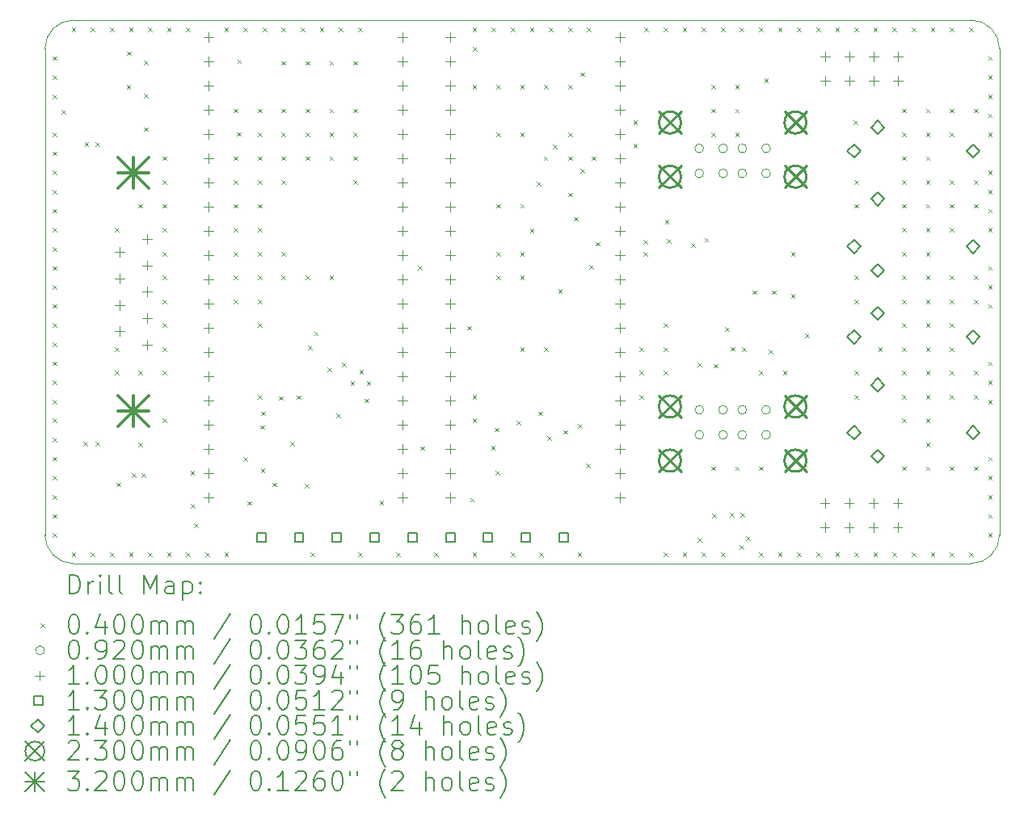
<source format=gbr>
%TF.GenerationSoftware,KiCad,Pcbnew,8.0.8*%
%TF.CreationDate,2025-02-03T03:21:46+01:00*%
%TF.ProjectId,MiSTeryShield20kRPiPico,4d695354-6572-4795-9368-69656c643230,V1*%
%TF.SameCoordinates,Original*%
%TF.FileFunction,Drillmap*%
%TF.FilePolarity,Positive*%
%FSLAX45Y45*%
G04 Gerber Fmt 4.5, Leading zero omitted, Abs format (unit mm)*
G04 Created by KiCad (PCBNEW 8.0.8) date 2025-02-03 03:21:46*
%MOMM*%
%LPD*%
G01*
G04 APERTURE LIST*
%ADD10C,0.100000*%
%ADD11C,0.200000*%
%ADD12C,0.130000*%
%ADD13C,0.140000*%
%ADD14C,0.230000*%
%ADD15C,0.320000*%
G04 APERTURE END LIST*
D10*
X16889200Y-3860000D02*
G75*
G02*
X17189200Y-4160000I0J-300000D01*
G01*
X16889200Y-3860000D02*
X7489200Y-3860000D01*
X17189200Y-9260000D02*
X17189200Y-4160000D01*
X7489200Y-9560000D02*
X16889200Y-9560000D01*
X7489200Y-9560000D02*
G75*
G02*
X7189200Y-9260000I0J300000D01*
G01*
X7189200Y-4160000D02*
X7189200Y-9260000D01*
X7189200Y-4160000D02*
G75*
G02*
X7489200Y-3860000I300000J0D01*
G01*
X17189200Y-9260000D02*
G75*
G02*
X16889200Y-9560000I-300000J0D01*
G01*
D11*
D10*
X7269200Y-4240000D02*
X7309200Y-4280000D01*
X7309200Y-4240000D02*
X7269200Y-4280000D01*
X7269200Y-4440000D02*
X7309200Y-4480000D01*
X7309200Y-4440000D02*
X7269200Y-4480000D01*
X7269200Y-4640000D02*
X7309200Y-4680000D01*
X7309200Y-4640000D02*
X7269200Y-4680000D01*
X7269200Y-5040000D02*
X7309200Y-5080000D01*
X7309200Y-5040000D02*
X7269200Y-5080000D01*
X7269200Y-5240000D02*
X7309200Y-5280000D01*
X7309200Y-5240000D02*
X7269200Y-5280000D01*
X7269200Y-5440000D02*
X7309200Y-5480000D01*
X7309200Y-5440000D02*
X7269200Y-5480000D01*
X7269200Y-5640000D02*
X7309200Y-5680000D01*
X7309200Y-5640000D02*
X7269200Y-5680000D01*
X7269200Y-5840000D02*
X7309200Y-5880000D01*
X7309200Y-5840000D02*
X7269200Y-5880000D01*
X7269200Y-6040000D02*
X7309200Y-6080000D01*
X7309200Y-6040000D02*
X7269200Y-6080000D01*
X7269200Y-6240000D02*
X7309200Y-6280000D01*
X7309200Y-6240000D02*
X7269200Y-6280000D01*
X7269200Y-6440000D02*
X7309200Y-6480000D01*
X7309200Y-6440000D02*
X7269200Y-6480000D01*
X7269200Y-6640000D02*
X7309200Y-6680000D01*
X7309200Y-6640000D02*
X7269200Y-6680000D01*
X7269200Y-6840000D02*
X7309200Y-6880000D01*
X7309200Y-6840000D02*
X7269200Y-6880000D01*
X7269200Y-7040000D02*
X7309200Y-7080000D01*
X7309200Y-7040000D02*
X7269200Y-7080000D01*
X7269200Y-7240000D02*
X7309200Y-7280000D01*
X7309200Y-7240000D02*
X7269200Y-7280000D01*
X7269200Y-7440000D02*
X7309200Y-7480000D01*
X7309200Y-7440000D02*
X7269200Y-7480000D01*
X7269200Y-7640000D02*
X7309200Y-7680000D01*
X7309200Y-7640000D02*
X7269200Y-7680000D01*
X7269200Y-7840000D02*
X7309200Y-7880000D01*
X7309200Y-7840000D02*
X7269200Y-7880000D01*
X7269200Y-8040000D02*
X7309200Y-8080000D01*
X7309200Y-8040000D02*
X7269200Y-8080000D01*
X7269200Y-8240000D02*
X7309200Y-8280000D01*
X7309200Y-8240000D02*
X7269200Y-8280000D01*
X7269200Y-8440000D02*
X7309200Y-8480000D01*
X7309200Y-8440000D02*
X7269200Y-8480000D01*
X7269200Y-8640000D02*
X7309200Y-8680000D01*
X7309200Y-8640000D02*
X7269200Y-8680000D01*
X7269200Y-8840000D02*
X7309200Y-8880000D01*
X7309200Y-8840000D02*
X7269200Y-8880000D01*
X7269200Y-9040000D02*
X7309200Y-9080000D01*
X7309200Y-9040000D02*
X7269200Y-9080000D01*
X7269200Y-9240000D02*
X7309200Y-9280000D01*
X7309200Y-9240000D02*
X7269200Y-9280000D01*
X7362950Y-4803750D02*
X7402950Y-4843750D01*
X7402950Y-4803750D02*
X7362950Y-4843750D01*
X7469200Y-3940000D02*
X7509200Y-3980000D01*
X7509200Y-3940000D02*
X7469200Y-3980000D01*
X7469200Y-9440000D02*
X7509200Y-9480000D01*
X7509200Y-9440000D02*
X7469200Y-9480000D01*
X7594200Y-8285000D02*
X7634200Y-8325000D01*
X7634200Y-8285000D02*
X7594200Y-8325000D01*
X7604200Y-5140000D02*
X7644200Y-5180000D01*
X7644200Y-5140000D02*
X7604200Y-5180000D01*
X7669200Y-3940000D02*
X7709200Y-3980000D01*
X7709200Y-3940000D02*
X7669200Y-3980000D01*
X7669200Y-9440000D02*
X7709200Y-9480000D01*
X7709200Y-9440000D02*
X7669200Y-9480000D01*
X7719200Y-5140000D02*
X7759200Y-5180000D01*
X7759200Y-5140000D02*
X7719200Y-5180000D01*
X7719200Y-8285000D02*
X7759200Y-8325000D01*
X7759200Y-8285000D02*
X7719200Y-8325000D01*
X7869200Y-3940000D02*
X7909200Y-3980000D01*
X7909200Y-3940000D02*
X7869200Y-3980000D01*
X7869200Y-9440000D02*
X7909200Y-9480000D01*
X7909200Y-9440000D02*
X7869200Y-9480000D01*
X7919200Y-6040000D02*
X7959200Y-6080000D01*
X7959200Y-6040000D02*
X7919200Y-6080000D01*
X7919200Y-7290000D02*
X7959200Y-7330000D01*
X7959200Y-7290000D02*
X7919200Y-7330000D01*
X7919200Y-7540000D02*
X7959200Y-7580000D01*
X7959200Y-7540000D02*
X7919200Y-7580000D01*
X7939200Y-8710000D02*
X7979200Y-8750000D01*
X7979200Y-8710000D02*
X7939200Y-8750000D01*
X8044200Y-4540000D02*
X8084200Y-4580000D01*
X8084200Y-4540000D02*
X8044200Y-4580000D01*
X8049200Y-4190000D02*
X8089200Y-4230000D01*
X8089200Y-4190000D02*
X8049200Y-4230000D01*
X8069200Y-3940000D02*
X8109200Y-3980000D01*
X8109200Y-3940000D02*
X8069200Y-3980000D01*
X8069200Y-9440000D02*
X8109200Y-9480000D01*
X8109200Y-9440000D02*
X8069200Y-9480000D01*
X8099200Y-8610000D02*
X8139200Y-8650000D01*
X8139200Y-8610000D02*
X8099200Y-8650000D01*
X8169200Y-5790000D02*
X8209200Y-5830000D01*
X8209200Y-5790000D02*
X8169200Y-5830000D01*
X8169200Y-7540000D02*
X8209200Y-7580000D01*
X8209200Y-7540000D02*
X8169200Y-7580000D01*
X8169200Y-8290000D02*
X8209200Y-8330000D01*
X8209200Y-8290000D02*
X8169200Y-8330000D01*
X8199200Y-8610000D02*
X8239200Y-8650000D01*
X8239200Y-8610000D02*
X8199200Y-8650000D01*
X8229200Y-4285000D02*
X8269200Y-4325000D01*
X8269200Y-4285000D02*
X8229200Y-4325000D01*
X8229200Y-4635000D02*
X8269200Y-4675000D01*
X8269200Y-4635000D02*
X8229200Y-4675000D01*
X8229200Y-4985000D02*
X8269200Y-5025000D01*
X8269200Y-4985000D02*
X8229200Y-5025000D01*
X8269200Y-3940000D02*
X8309200Y-3980000D01*
X8309200Y-3940000D02*
X8269200Y-3980000D01*
X8269200Y-9440000D02*
X8309200Y-9480000D01*
X8309200Y-9440000D02*
X8269200Y-9480000D01*
X8419200Y-5290000D02*
X8459200Y-5330000D01*
X8459200Y-5290000D02*
X8419200Y-5330000D01*
X8419200Y-5540000D02*
X8459200Y-5580000D01*
X8459200Y-5540000D02*
X8419200Y-5580000D01*
X8419200Y-5790000D02*
X8459200Y-5830000D01*
X8459200Y-5790000D02*
X8419200Y-5830000D01*
X8419200Y-6040000D02*
X8459200Y-6080000D01*
X8459200Y-6040000D02*
X8419200Y-6080000D01*
X8419200Y-6290000D02*
X8459200Y-6330000D01*
X8459200Y-6290000D02*
X8419200Y-6330000D01*
X8419200Y-6540000D02*
X8459200Y-6580000D01*
X8459200Y-6540000D02*
X8419200Y-6580000D01*
X8419200Y-6790000D02*
X8459200Y-6830000D01*
X8459200Y-6790000D02*
X8419200Y-6830000D01*
X8419200Y-7040000D02*
X8459200Y-7080000D01*
X8459200Y-7040000D02*
X8419200Y-7080000D01*
X8419200Y-7290000D02*
X8459200Y-7330000D01*
X8459200Y-7290000D02*
X8419200Y-7330000D01*
X8419200Y-7540000D02*
X8459200Y-7580000D01*
X8459200Y-7540000D02*
X8419200Y-7580000D01*
X8419200Y-8040000D02*
X8459200Y-8080000D01*
X8459200Y-8040000D02*
X8419200Y-8080000D01*
X8469200Y-3940000D02*
X8509200Y-3980000D01*
X8509200Y-3940000D02*
X8469200Y-3980000D01*
X8469200Y-9440000D02*
X8509200Y-9480000D01*
X8509200Y-9440000D02*
X8469200Y-9480000D01*
X8669200Y-3940000D02*
X8709200Y-3980000D01*
X8709200Y-3940000D02*
X8669200Y-3980000D01*
X8669200Y-9440000D02*
X8709200Y-9480000D01*
X8709200Y-9440000D02*
X8669200Y-9480000D01*
X8714200Y-8586250D02*
X8754200Y-8626250D01*
X8754200Y-8586250D02*
X8714200Y-8626250D01*
X8717950Y-8936250D02*
X8757950Y-8976250D01*
X8757950Y-8936250D02*
X8717950Y-8976250D01*
X8749200Y-9140000D02*
X8789200Y-9180000D01*
X8789200Y-9140000D02*
X8749200Y-9180000D01*
X8869200Y-9440000D02*
X8909200Y-9480000D01*
X8909200Y-9440000D02*
X8869200Y-9480000D01*
X9069200Y-3940000D02*
X9109200Y-3980000D01*
X9109200Y-3940000D02*
X9069200Y-3980000D01*
X9069200Y-9440000D02*
X9109200Y-9480000D01*
X9109200Y-9440000D02*
X9069200Y-9480000D01*
X9169200Y-4790000D02*
X9209200Y-4830000D01*
X9209200Y-4790000D02*
X9169200Y-4830000D01*
X9169200Y-5290000D02*
X9209200Y-5330000D01*
X9209200Y-5290000D02*
X9169200Y-5330000D01*
X9169200Y-5540000D02*
X9209200Y-5580000D01*
X9209200Y-5540000D02*
X9169200Y-5580000D01*
X9169200Y-5790000D02*
X9209200Y-5830000D01*
X9209200Y-5790000D02*
X9169200Y-5830000D01*
X9169200Y-6040000D02*
X9209200Y-6080000D01*
X9209200Y-6040000D02*
X9169200Y-6080000D01*
X9169200Y-6290000D02*
X9209200Y-6330000D01*
X9209200Y-6290000D02*
X9169200Y-6330000D01*
X9169200Y-6540000D02*
X9209200Y-6580000D01*
X9209200Y-6540000D02*
X9169200Y-6580000D01*
X9169200Y-6790000D02*
X9209200Y-6830000D01*
X9209200Y-6790000D02*
X9169200Y-6830000D01*
X9199200Y-5035000D02*
X9239200Y-5075000D01*
X9239200Y-5035000D02*
X9199200Y-5075000D01*
X9204200Y-4273000D02*
X9244200Y-4313000D01*
X9244200Y-4273000D02*
X9204200Y-4313000D01*
X9269200Y-3940000D02*
X9309200Y-3980000D01*
X9309200Y-3940000D02*
X9269200Y-3980000D01*
X9269200Y-8445000D02*
X9309200Y-8485000D01*
X9309200Y-8445000D02*
X9269200Y-8485000D01*
X9309200Y-8905000D02*
X9349200Y-8945000D01*
X9349200Y-8905000D02*
X9309200Y-8945000D01*
X9419200Y-4790000D02*
X9459200Y-4830000D01*
X9459200Y-4790000D02*
X9419200Y-4830000D01*
X9419200Y-5040000D02*
X9459200Y-5080000D01*
X9459200Y-5040000D02*
X9419200Y-5080000D01*
X9419200Y-5290000D02*
X9459200Y-5330000D01*
X9459200Y-5290000D02*
X9419200Y-5330000D01*
X9419200Y-5540000D02*
X9459200Y-5580000D01*
X9459200Y-5540000D02*
X9419200Y-5580000D01*
X9419200Y-5790000D02*
X9459200Y-5830000D01*
X9459200Y-5790000D02*
X9419200Y-5830000D01*
X9419200Y-6040000D02*
X9459200Y-6080000D01*
X9459200Y-6040000D02*
X9419200Y-6080000D01*
X9419200Y-6290000D02*
X9459200Y-6330000D01*
X9459200Y-6290000D02*
X9419200Y-6330000D01*
X9419200Y-6540000D02*
X9459200Y-6580000D01*
X9459200Y-6540000D02*
X9419200Y-6580000D01*
X9419200Y-6790000D02*
X9459200Y-6830000D01*
X9459200Y-6790000D02*
X9419200Y-6830000D01*
X9419200Y-7040000D02*
X9459200Y-7080000D01*
X9459200Y-7040000D02*
X9419200Y-7080000D01*
X9419200Y-7790000D02*
X9459200Y-7830000D01*
X9459200Y-7790000D02*
X9419200Y-7830000D01*
X9444200Y-8110000D02*
X9484200Y-8150000D01*
X9484200Y-8110000D02*
X9444200Y-8150000D01*
X9449200Y-8560000D02*
X9489200Y-8600000D01*
X9489200Y-8560000D02*
X9449200Y-8600000D01*
X9454200Y-7965000D02*
X9494200Y-8005000D01*
X9494200Y-7965000D02*
X9454200Y-8005000D01*
X9469200Y-3940000D02*
X9509200Y-3980000D01*
X9509200Y-3940000D02*
X9469200Y-3980000D01*
X9574200Y-8710000D02*
X9614200Y-8750000D01*
X9614200Y-8710000D02*
X9574200Y-8750000D01*
X9643200Y-7805000D02*
X9683200Y-7845000D01*
X9683200Y-7805000D02*
X9643200Y-7845000D01*
X9669200Y-3940000D02*
X9709200Y-3980000D01*
X9709200Y-3940000D02*
X9669200Y-3980000D01*
X9669200Y-4290000D02*
X9709200Y-4330000D01*
X9709200Y-4290000D02*
X9669200Y-4330000D01*
X9669200Y-4790000D02*
X9709200Y-4830000D01*
X9709200Y-4790000D02*
X9669200Y-4830000D01*
X9669200Y-5040000D02*
X9709200Y-5080000D01*
X9709200Y-5040000D02*
X9669200Y-5080000D01*
X9669200Y-5290000D02*
X9709200Y-5330000D01*
X9709200Y-5290000D02*
X9669200Y-5330000D01*
X9669200Y-5540000D02*
X9709200Y-5580000D01*
X9709200Y-5540000D02*
X9669200Y-5580000D01*
X9669200Y-6290000D02*
X9709200Y-6330000D01*
X9709200Y-6290000D02*
X9669200Y-6330000D01*
X9669200Y-6540000D02*
X9709200Y-6580000D01*
X9709200Y-6540000D02*
X9669200Y-6580000D01*
X9759200Y-8285000D02*
X9799200Y-8325000D01*
X9799200Y-8285000D02*
X9759200Y-8325000D01*
X9824200Y-7795000D02*
X9864200Y-7835000D01*
X9864200Y-7795000D02*
X9824200Y-7835000D01*
X9869200Y-3940000D02*
X9909200Y-3980000D01*
X9909200Y-3940000D02*
X9869200Y-3980000D01*
X9914200Y-8720000D02*
X9954200Y-8760000D01*
X9954200Y-8720000D02*
X9914200Y-8760000D01*
X9919200Y-4290000D02*
X9959200Y-4330000D01*
X9959200Y-4290000D02*
X9919200Y-4330000D01*
X9919200Y-4790000D02*
X9959200Y-4830000D01*
X9959200Y-4790000D02*
X9919200Y-4830000D01*
X9919200Y-5040000D02*
X9959200Y-5080000D01*
X9959200Y-5040000D02*
X9919200Y-5080000D01*
X9919200Y-5290000D02*
X9959200Y-5330000D01*
X9959200Y-5290000D02*
X9919200Y-5330000D01*
X9919200Y-6540000D02*
X9959200Y-6580000D01*
X9959200Y-6540000D02*
X9919200Y-6580000D01*
X9944200Y-7275000D02*
X9984200Y-7315000D01*
X9984200Y-7275000D02*
X9944200Y-7315000D01*
X9969200Y-9440000D02*
X10009200Y-9480000D01*
X10009200Y-9440000D02*
X9969200Y-9480000D01*
X10009200Y-7127000D02*
X10049200Y-7167000D01*
X10049200Y-7127000D02*
X10009200Y-7167000D01*
X10069200Y-3940000D02*
X10109200Y-3980000D01*
X10109200Y-3940000D02*
X10069200Y-3980000D01*
X10149200Y-7505000D02*
X10189200Y-7545000D01*
X10189200Y-7505000D02*
X10149200Y-7545000D01*
X10169200Y-4290000D02*
X10209200Y-4330000D01*
X10209200Y-4290000D02*
X10169200Y-4330000D01*
X10169200Y-4790000D02*
X10209200Y-4830000D01*
X10209200Y-4790000D02*
X10169200Y-4830000D01*
X10169200Y-5040000D02*
X10209200Y-5080000D01*
X10209200Y-5040000D02*
X10169200Y-5080000D01*
X10169200Y-5290000D02*
X10209200Y-5330000D01*
X10209200Y-5290000D02*
X10169200Y-5330000D01*
X10169200Y-6540000D02*
X10209200Y-6580000D01*
X10209200Y-6540000D02*
X10169200Y-6580000D01*
X10239200Y-7985000D02*
X10279200Y-8025000D01*
X10279200Y-7985000D02*
X10239200Y-8025000D01*
X10269200Y-3940000D02*
X10309200Y-3980000D01*
X10309200Y-3940000D02*
X10269200Y-3980000D01*
X10299200Y-7455000D02*
X10339200Y-7495000D01*
X10339200Y-7455000D02*
X10299200Y-7495000D01*
X10389200Y-7650000D02*
X10429200Y-7690000D01*
X10429200Y-7650000D02*
X10389200Y-7690000D01*
X10419200Y-4290000D02*
X10459200Y-4330000D01*
X10459200Y-4290000D02*
X10419200Y-4330000D01*
X10419200Y-4790000D02*
X10459200Y-4830000D01*
X10459200Y-4790000D02*
X10419200Y-4830000D01*
X10419200Y-5040000D02*
X10459200Y-5080000D01*
X10459200Y-5040000D02*
X10419200Y-5080000D01*
X10419200Y-5290000D02*
X10459200Y-5330000D01*
X10459200Y-5290000D02*
X10419200Y-5330000D01*
X10419200Y-5540000D02*
X10459200Y-5580000D01*
X10459200Y-5540000D02*
X10419200Y-5580000D01*
X10469200Y-3940000D02*
X10509200Y-3980000D01*
X10509200Y-3940000D02*
X10469200Y-3980000D01*
X10469200Y-9440000D02*
X10509200Y-9480000D01*
X10509200Y-9440000D02*
X10469200Y-9480000D01*
X10484200Y-7527500D02*
X10524200Y-7567500D01*
X10524200Y-7527500D02*
X10484200Y-7567500D01*
X10539200Y-7829000D02*
X10579200Y-7869000D01*
X10579200Y-7829000D02*
X10539200Y-7869000D01*
X10559200Y-7650000D02*
X10599200Y-7690000D01*
X10599200Y-7650000D02*
X10559200Y-7690000D01*
X10694200Y-8900000D02*
X10734200Y-8940000D01*
X10734200Y-8900000D02*
X10694200Y-8940000D01*
X10869200Y-9440000D02*
X10909200Y-9480000D01*
X10909200Y-9440000D02*
X10869200Y-9480000D01*
X11094200Y-6435000D02*
X11134200Y-6475000D01*
X11134200Y-6435000D02*
X11094200Y-6475000D01*
X11124200Y-8330000D02*
X11164200Y-8370000D01*
X11164200Y-8330000D02*
X11124200Y-8370000D01*
X11269200Y-9440000D02*
X11309200Y-9480000D01*
X11309200Y-9440000D02*
X11269200Y-9480000D01*
X11612200Y-7068000D02*
X11652200Y-7108000D01*
X11652200Y-7068000D02*
X11612200Y-7108000D01*
X11644200Y-8870000D02*
X11684200Y-8910000D01*
X11684200Y-8870000D02*
X11644200Y-8910000D01*
X11669200Y-3940000D02*
X11709200Y-3980000D01*
X11709200Y-3940000D02*
X11669200Y-3980000D01*
X11669200Y-4540000D02*
X11709200Y-4580000D01*
X11709200Y-4540000D02*
X11669200Y-4580000D01*
X11669200Y-7790000D02*
X11709200Y-7830000D01*
X11709200Y-7790000D02*
X11669200Y-7830000D01*
X11669200Y-8040000D02*
X11709200Y-8080000D01*
X11709200Y-8040000D02*
X11669200Y-8080000D01*
X11669200Y-9440000D02*
X11709200Y-9480000D01*
X11709200Y-9440000D02*
X11669200Y-9480000D01*
X11674200Y-4145000D02*
X11714200Y-4185000D01*
X11714200Y-4145000D02*
X11674200Y-4185000D01*
X11864200Y-8325000D02*
X11904200Y-8365000D01*
X11904200Y-8325000D02*
X11864200Y-8365000D01*
X11869200Y-3940000D02*
X11909200Y-3980000D01*
X11909200Y-3940000D02*
X11869200Y-3980000D01*
X11899200Y-8135000D02*
X11939200Y-8175000D01*
X11939200Y-8135000D02*
X11899200Y-8175000D01*
X11909200Y-8585000D02*
X11949200Y-8625000D01*
X11949200Y-8585000D02*
X11909200Y-8625000D01*
X11919200Y-4540000D02*
X11959200Y-4580000D01*
X11959200Y-4540000D02*
X11919200Y-4580000D01*
X11919200Y-5040000D02*
X11959200Y-5080000D01*
X11959200Y-5040000D02*
X11919200Y-5080000D01*
X11919200Y-5790000D02*
X11959200Y-5830000D01*
X11959200Y-5790000D02*
X11919200Y-5830000D01*
X11919200Y-6290000D02*
X11959200Y-6330000D01*
X11959200Y-6290000D02*
X11919200Y-6330000D01*
X11919200Y-6540000D02*
X11959200Y-6580000D01*
X11959200Y-6540000D02*
X11919200Y-6580000D01*
X12069200Y-3940000D02*
X12109200Y-3980000D01*
X12109200Y-3940000D02*
X12069200Y-3980000D01*
X12069200Y-9440000D02*
X12109200Y-9480000D01*
X12109200Y-9440000D02*
X12069200Y-9480000D01*
X12129200Y-8060000D02*
X12169200Y-8100000D01*
X12169200Y-8060000D02*
X12129200Y-8100000D01*
X12169200Y-4540000D02*
X12209200Y-4580000D01*
X12209200Y-4540000D02*
X12169200Y-4580000D01*
X12169200Y-5040000D02*
X12209200Y-5080000D01*
X12209200Y-5040000D02*
X12169200Y-5080000D01*
X12169200Y-5790000D02*
X12209200Y-5830000D01*
X12209200Y-5790000D02*
X12169200Y-5830000D01*
X12169200Y-6290000D02*
X12209200Y-6330000D01*
X12209200Y-6290000D02*
X12169200Y-6330000D01*
X12169200Y-6540000D02*
X12209200Y-6580000D01*
X12209200Y-6540000D02*
X12169200Y-6580000D01*
X12169200Y-7290000D02*
X12209200Y-7330000D01*
X12209200Y-7290000D02*
X12169200Y-7330000D01*
X12269200Y-3940000D02*
X12309200Y-3980000D01*
X12309200Y-3940000D02*
X12269200Y-3980000D01*
X12269200Y-6050000D02*
X12309200Y-6090000D01*
X12309200Y-6050000D02*
X12269200Y-6090000D01*
X12339200Y-5555000D02*
X12379200Y-5595000D01*
X12379200Y-5555000D02*
X12339200Y-5595000D01*
X12359200Y-7965000D02*
X12399200Y-8005000D01*
X12399200Y-7965000D02*
X12359200Y-8005000D01*
X12369200Y-9440000D02*
X12409200Y-9480000D01*
X12409200Y-9440000D02*
X12369200Y-9480000D01*
X12414200Y-5290000D02*
X12454200Y-5330000D01*
X12454200Y-5290000D02*
X12414200Y-5330000D01*
X12419200Y-4540000D02*
X12459200Y-4580000D01*
X12459200Y-4540000D02*
X12419200Y-4580000D01*
X12419200Y-7290000D02*
X12459200Y-7330000D01*
X12459200Y-7290000D02*
X12419200Y-7330000D01*
X12454200Y-8225000D02*
X12494200Y-8265000D01*
X12494200Y-8225000D02*
X12454200Y-8265000D01*
X12469200Y-3940000D02*
X12509200Y-3980000D01*
X12509200Y-3940000D02*
X12469200Y-3980000D01*
X12509200Y-5165000D02*
X12549200Y-5205000D01*
X12549200Y-5165000D02*
X12509200Y-5205000D01*
X12566700Y-6685000D02*
X12606700Y-6725000D01*
X12606700Y-6685000D02*
X12566700Y-6725000D01*
X12619200Y-8160000D02*
X12659200Y-8200000D01*
X12659200Y-8160000D02*
X12619200Y-8200000D01*
X12669200Y-3940000D02*
X12709200Y-3980000D01*
X12709200Y-3940000D02*
X12669200Y-3980000D01*
X12669200Y-4540000D02*
X12709200Y-4580000D01*
X12709200Y-4540000D02*
X12669200Y-4580000D01*
X12669200Y-5040000D02*
X12709200Y-5080000D01*
X12709200Y-5040000D02*
X12669200Y-5080000D01*
X12669200Y-5290000D02*
X12709200Y-5330000D01*
X12709200Y-5290000D02*
X12669200Y-5330000D01*
X12669200Y-5670000D02*
X12709200Y-5710000D01*
X12709200Y-5670000D02*
X12669200Y-5710000D01*
X12734200Y-5925000D02*
X12774200Y-5965000D01*
X12774200Y-5925000D02*
X12734200Y-5965000D01*
X12769200Y-9440000D02*
X12809200Y-9480000D01*
X12809200Y-9440000D02*
X12769200Y-9480000D01*
X12774200Y-8095000D02*
X12814200Y-8135000D01*
X12814200Y-8095000D02*
X12774200Y-8135000D01*
X12799200Y-4410000D02*
X12839200Y-4450000D01*
X12839200Y-4410000D02*
X12799200Y-4450000D01*
X12799200Y-5420000D02*
X12839200Y-5460000D01*
X12839200Y-5420000D02*
X12799200Y-5460000D01*
X12859200Y-8510000D02*
X12899200Y-8550000D01*
X12899200Y-8510000D02*
X12859200Y-8550000D01*
X12869200Y-3940000D02*
X12909200Y-3980000D01*
X12909200Y-3940000D02*
X12869200Y-3980000D01*
X12894200Y-6430000D02*
X12934200Y-6470000D01*
X12934200Y-6430000D02*
X12894200Y-6470000D01*
X12919200Y-5290000D02*
X12959200Y-5330000D01*
X12959200Y-5290000D02*
X12919200Y-5330000D01*
X12956700Y-6187500D02*
X12996700Y-6227500D01*
X12996700Y-6187500D02*
X12956700Y-6227500D01*
X13354200Y-4910000D02*
X13394200Y-4950000D01*
X13394200Y-4910000D02*
X13354200Y-4950000D01*
X13354200Y-5160000D02*
X13394200Y-5200000D01*
X13394200Y-5160000D02*
X13354200Y-5200000D01*
X13419200Y-7290000D02*
X13459200Y-7330000D01*
X13459200Y-7290000D02*
X13419200Y-7330000D01*
X13419200Y-7540000D02*
X13459200Y-7580000D01*
X13459200Y-7540000D02*
X13419200Y-7580000D01*
X13419200Y-7790000D02*
X13459200Y-7830000D01*
X13459200Y-7790000D02*
X13419200Y-7830000D01*
X13459200Y-6165000D02*
X13499200Y-6205000D01*
X13499200Y-6165000D02*
X13459200Y-6205000D01*
X13459200Y-6295000D02*
X13499200Y-6335000D01*
X13499200Y-6295000D02*
X13459200Y-6335000D01*
X13469200Y-3940000D02*
X13509200Y-3980000D01*
X13509200Y-3940000D02*
X13469200Y-3980000D01*
X13669200Y-3940000D02*
X13709200Y-3980000D01*
X13709200Y-3940000D02*
X13669200Y-3980000D01*
X13669200Y-7040000D02*
X13709200Y-7080000D01*
X13709200Y-7040000D02*
X13669200Y-7080000D01*
X13669200Y-7290000D02*
X13709200Y-7330000D01*
X13709200Y-7290000D02*
X13669200Y-7330000D01*
X13669200Y-7540000D02*
X13709200Y-7580000D01*
X13709200Y-7540000D02*
X13669200Y-7580000D01*
X13669200Y-9440000D02*
X13709200Y-9480000D01*
X13709200Y-9440000D02*
X13669200Y-9480000D01*
X13684200Y-5955000D02*
X13724200Y-5995000D01*
X13724200Y-5955000D02*
X13684200Y-5995000D01*
X13704200Y-6155000D02*
X13744200Y-6195000D01*
X13744200Y-6155000D02*
X13704200Y-6195000D01*
X13869200Y-3940000D02*
X13909200Y-3980000D01*
X13909200Y-3940000D02*
X13869200Y-3980000D01*
X13869200Y-9440000D02*
X13909200Y-9480000D01*
X13909200Y-9440000D02*
X13869200Y-9480000D01*
X13959200Y-6200000D02*
X13999200Y-6240000D01*
X13999200Y-6200000D02*
X13959200Y-6240000D01*
X14024200Y-7455000D02*
X14064200Y-7495000D01*
X14064200Y-7455000D02*
X14024200Y-7495000D01*
X14024200Y-9290000D02*
X14064200Y-9330000D01*
X14064200Y-9290000D02*
X14024200Y-9330000D01*
X14069200Y-3940000D02*
X14109200Y-3980000D01*
X14109200Y-3940000D02*
X14069200Y-3980000D01*
X14069200Y-9440000D02*
X14109200Y-9480000D01*
X14109200Y-9440000D02*
X14069200Y-9480000D01*
X14099200Y-6145000D02*
X14139200Y-6185000D01*
X14139200Y-6145000D02*
X14099200Y-6185000D01*
X14169200Y-4540000D02*
X14209200Y-4580000D01*
X14209200Y-4540000D02*
X14169200Y-4580000D01*
X14169200Y-4790000D02*
X14209200Y-4830000D01*
X14209200Y-4790000D02*
X14169200Y-4830000D01*
X14169200Y-5040000D02*
X14209200Y-5080000D01*
X14209200Y-5040000D02*
X14169200Y-5080000D01*
X14169200Y-8540000D02*
X14209200Y-8580000D01*
X14209200Y-8540000D02*
X14169200Y-8580000D01*
X14179200Y-9035000D02*
X14219200Y-9075000D01*
X14219200Y-9035000D02*
X14179200Y-9075000D01*
X14194200Y-7465000D02*
X14234200Y-7505000D01*
X14234200Y-7465000D02*
X14194200Y-7505000D01*
X14269200Y-3940000D02*
X14309200Y-3980000D01*
X14309200Y-3940000D02*
X14269200Y-3980000D01*
X14269200Y-9440000D02*
X14309200Y-9480000D01*
X14309200Y-9440000D02*
X14269200Y-9480000D01*
X14314200Y-7080000D02*
X14354200Y-7120000D01*
X14354200Y-7080000D02*
X14314200Y-7120000D01*
X14364200Y-9030000D02*
X14404200Y-9070000D01*
X14404200Y-9030000D02*
X14364200Y-9070000D01*
X14371700Y-7287500D02*
X14411700Y-7327500D01*
X14411700Y-7287500D02*
X14371700Y-7327500D01*
X14419200Y-4540000D02*
X14459200Y-4580000D01*
X14459200Y-4540000D02*
X14419200Y-4580000D01*
X14419200Y-4790000D02*
X14459200Y-4830000D01*
X14459200Y-4790000D02*
X14419200Y-4830000D01*
X14419200Y-5040000D02*
X14459200Y-5080000D01*
X14459200Y-5040000D02*
X14419200Y-5080000D01*
X14419200Y-8540000D02*
X14459200Y-8580000D01*
X14459200Y-8540000D02*
X14419200Y-8580000D01*
X14469200Y-3940000D02*
X14509200Y-3980000D01*
X14509200Y-3940000D02*
X14469200Y-3980000D01*
X14469200Y-9365000D02*
X14509200Y-9405000D01*
X14509200Y-9365000D02*
X14469200Y-9405000D01*
X14474200Y-9030000D02*
X14514200Y-9070000D01*
X14514200Y-9030000D02*
X14474200Y-9070000D01*
X14489200Y-7290000D02*
X14529200Y-7330000D01*
X14529200Y-7290000D02*
X14489200Y-7330000D01*
X14534200Y-9275000D02*
X14574200Y-9315000D01*
X14574200Y-9275000D02*
X14534200Y-9315000D01*
X14604200Y-6695000D02*
X14644200Y-6735000D01*
X14644200Y-6695000D02*
X14604200Y-6735000D01*
X14669200Y-3940000D02*
X14709200Y-3980000D01*
X14709200Y-3940000D02*
X14669200Y-3980000D01*
X14669200Y-7540000D02*
X14709200Y-7580000D01*
X14709200Y-7540000D02*
X14669200Y-7580000D01*
X14669200Y-8540000D02*
X14709200Y-8580000D01*
X14709200Y-8540000D02*
X14669200Y-8580000D01*
X14669200Y-9440000D02*
X14709200Y-9480000D01*
X14709200Y-9440000D02*
X14669200Y-9480000D01*
X14724200Y-4470000D02*
X14764200Y-4510000D01*
X14764200Y-4470000D02*
X14724200Y-4510000D01*
X14774200Y-7315000D02*
X14814200Y-7355000D01*
X14814200Y-7315000D02*
X14774200Y-7355000D01*
X14804200Y-6695000D02*
X14844200Y-6735000D01*
X14844200Y-6695000D02*
X14804200Y-6735000D01*
X14869200Y-3940000D02*
X14909200Y-3980000D01*
X14909200Y-3940000D02*
X14869200Y-3980000D01*
X14869200Y-9440000D02*
X14909200Y-9480000D01*
X14909200Y-9440000D02*
X14869200Y-9480000D01*
X14919200Y-7540000D02*
X14959200Y-7580000D01*
X14959200Y-7540000D02*
X14919200Y-7580000D01*
X15004200Y-6295000D02*
X15044200Y-6335000D01*
X15044200Y-6295000D02*
X15004200Y-6335000D01*
X15004200Y-6735000D02*
X15044200Y-6775000D01*
X15044200Y-6735000D02*
X15004200Y-6775000D01*
X15069200Y-3940000D02*
X15109200Y-3980000D01*
X15109200Y-3940000D02*
X15069200Y-3980000D01*
X15069200Y-9440000D02*
X15109200Y-9480000D01*
X15109200Y-9440000D02*
X15069200Y-9480000D01*
X15154200Y-7150000D02*
X15194200Y-7190000D01*
X15194200Y-7150000D02*
X15154200Y-7190000D01*
X15269200Y-3940000D02*
X15309200Y-3980000D01*
X15309200Y-3940000D02*
X15269200Y-3980000D01*
X15269200Y-9440000D02*
X15309200Y-9480000D01*
X15309200Y-9440000D02*
X15269200Y-9480000D01*
X15469200Y-3940000D02*
X15509200Y-3980000D01*
X15509200Y-3940000D02*
X15469200Y-3980000D01*
X15469200Y-9440000D02*
X15509200Y-9480000D01*
X15509200Y-9440000D02*
X15469200Y-9480000D01*
X15659200Y-4915000D02*
X15699200Y-4955000D01*
X15699200Y-4915000D02*
X15659200Y-4955000D01*
X15669200Y-3940000D02*
X15709200Y-3980000D01*
X15709200Y-3940000D02*
X15669200Y-3980000D01*
X15669200Y-5540000D02*
X15709200Y-5580000D01*
X15709200Y-5540000D02*
X15669200Y-5580000D01*
X15669200Y-5790000D02*
X15709200Y-5830000D01*
X15709200Y-5790000D02*
X15669200Y-5830000D01*
X15669200Y-6540000D02*
X15709200Y-6580000D01*
X15709200Y-6540000D02*
X15669200Y-6580000D01*
X15669200Y-6790000D02*
X15709200Y-6830000D01*
X15709200Y-6790000D02*
X15669200Y-6830000D01*
X15669200Y-7540000D02*
X15709200Y-7580000D01*
X15709200Y-7540000D02*
X15669200Y-7580000D01*
X15669200Y-7790000D02*
X15709200Y-7830000D01*
X15709200Y-7790000D02*
X15669200Y-7830000D01*
X15669200Y-9440000D02*
X15709200Y-9480000D01*
X15709200Y-9440000D02*
X15669200Y-9480000D01*
X15869200Y-3940000D02*
X15909200Y-3980000D01*
X15909200Y-3940000D02*
X15869200Y-3980000D01*
X15869200Y-9440000D02*
X15909200Y-9480000D01*
X15909200Y-9440000D02*
X15869200Y-9480000D01*
X15919200Y-7290000D02*
X15959200Y-7330000D01*
X15959200Y-7290000D02*
X15919200Y-7330000D01*
X16069200Y-3940000D02*
X16109200Y-3980000D01*
X16109200Y-3940000D02*
X16069200Y-3980000D01*
X16069200Y-9440000D02*
X16109200Y-9480000D01*
X16109200Y-9440000D02*
X16069200Y-9480000D01*
X16169200Y-4790000D02*
X16209200Y-4830000D01*
X16209200Y-4790000D02*
X16169200Y-4830000D01*
X16169200Y-5040000D02*
X16209200Y-5080000D01*
X16209200Y-5040000D02*
X16169200Y-5080000D01*
X16169200Y-5290000D02*
X16209200Y-5330000D01*
X16209200Y-5290000D02*
X16169200Y-5330000D01*
X16169200Y-5540000D02*
X16209200Y-5580000D01*
X16209200Y-5540000D02*
X16169200Y-5580000D01*
X16169200Y-5790000D02*
X16209200Y-5830000D01*
X16209200Y-5790000D02*
X16169200Y-5830000D01*
X16169200Y-6040000D02*
X16209200Y-6080000D01*
X16209200Y-6040000D02*
X16169200Y-6080000D01*
X16169200Y-6290000D02*
X16209200Y-6330000D01*
X16209200Y-6290000D02*
X16169200Y-6330000D01*
X16169200Y-6540000D02*
X16209200Y-6580000D01*
X16209200Y-6540000D02*
X16169200Y-6580000D01*
X16169200Y-6790000D02*
X16209200Y-6830000D01*
X16209200Y-6790000D02*
X16169200Y-6830000D01*
X16169200Y-7040000D02*
X16209200Y-7080000D01*
X16209200Y-7040000D02*
X16169200Y-7080000D01*
X16169200Y-7290000D02*
X16209200Y-7330000D01*
X16209200Y-7290000D02*
X16169200Y-7330000D01*
X16169200Y-7540000D02*
X16209200Y-7580000D01*
X16209200Y-7540000D02*
X16169200Y-7580000D01*
X16169200Y-7790000D02*
X16209200Y-7830000D01*
X16209200Y-7790000D02*
X16169200Y-7830000D01*
X16169200Y-8040000D02*
X16209200Y-8080000D01*
X16209200Y-8040000D02*
X16169200Y-8080000D01*
X16169200Y-8540000D02*
X16209200Y-8580000D01*
X16209200Y-8540000D02*
X16169200Y-8580000D01*
X16269200Y-3940000D02*
X16309200Y-3980000D01*
X16309200Y-3940000D02*
X16269200Y-3980000D01*
X16269200Y-9440000D02*
X16309200Y-9480000D01*
X16309200Y-9440000D02*
X16269200Y-9480000D01*
X16419200Y-4790000D02*
X16459200Y-4830000D01*
X16459200Y-4790000D02*
X16419200Y-4830000D01*
X16419200Y-5040000D02*
X16459200Y-5080000D01*
X16459200Y-5040000D02*
X16419200Y-5080000D01*
X16419200Y-5290000D02*
X16459200Y-5330000D01*
X16459200Y-5290000D02*
X16419200Y-5330000D01*
X16419200Y-5540000D02*
X16459200Y-5580000D01*
X16459200Y-5540000D02*
X16419200Y-5580000D01*
X16419200Y-5790000D02*
X16459200Y-5830000D01*
X16459200Y-5790000D02*
X16419200Y-5830000D01*
X16419200Y-6040000D02*
X16459200Y-6080000D01*
X16459200Y-6040000D02*
X16419200Y-6080000D01*
X16419200Y-6290000D02*
X16459200Y-6330000D01*
X16459200Y-6290000D02*
X16419200Y-6330000D01*
X16419200Y-6540000D02*
X16459200Y-6580000D01*
X16459200Y-6540000D02*
X16419200Y-6580000D01*
X16419200Y-6790000D02*
X16459200Y-6830000D01*
X16459200Y-6790000D02*
X16419200Y-6830000D01*
X16419200Y-7040000D02*
X16459200Y-7080000D01*
X16459200Y-7040000D02*
X16419200Y-7080000D01*
X16419200Y-7290000D02*
X16459200Y-7330000D01*
X16459200Y-7290000D02*
X16419200Y-7330000D01*
X16419200Y-7540000D02*
X16459200Y-7580000D01*
X16459200Y-7540000D02*
X16419200Y-7580000D01*
X16419200Y-7790000D02*
X16459200Y-7830000D01*
X16459200Y-7790000D02*
X16419200Y-7830000D01*
X16419200Y-8040000D02*
X16459200Y-8080000D01*
X16459200Y-8040000D02*
X16419200Y-8080000D01*
X16419200Y-8290000D02*
X16459200Y-8330000D01*
X16459200Y-8290000D02*
X16419200Y-8330000D01*
X16419200Y-8540000D02*
X16459200Y-8580000D01*
X16459200Y-8540000D02*
X16419200Y-8580000D01*
X16469200Y-3940000D02*
X16509200Y-3980000D01*
X16509200Y-3940000D02*
X16469200Y-3980000D01*
X16469200Y-9440000D02*
X16509200Y-9480000D01*
X16509200Y-9440000D02*
X16469200Y-9480000D01*
X16669200Y-3940000D02*
X16709200Y-3980000D01*
X16709200Y-3940000D02*
X16669200Y-3980000D01*
X16669200Y-4790000D02*
X16709200Y-4830000D01*
X16709200Y-4790000D02*
X16669200Y-4830000D01*
X16669200Y-5040000D02*
X16709200Y-5080000D01*
X16709200Y-5040000D02*
X16669200Y-5080000D01*
X16669200Y-5540000D02*
X16709200Y-5580000D01*
X16709200Y-5540000D02*
X16669200Y-5580000D01*
X16669200Y-5790000D02*
X16709200Y-5830000D01*
X16709200Y-5790000D02*
X16669200Y-5830000D01*
X16669200Y-6040000D02*
X16709200Y-6080000D01*
X16709200Y-6040000D02*
X16669200Y-6080000D01*
X16669200Y-6540000D02*
X16709200Y-6580000D01*
X16709200Y-6540000D02*
X16669200Y-6580000D01*
X16669200Y-6790000D02*
X16709200Y-6830000D01*
X16709200Y-6790000D02*
X16669200Y-6830000D01*
X16669200Y-7040000D02*
X16709200Y-7080000D01*
X16709200Y-7040000D02*
X16669200Y-7080000D01*
X16669200Y-7290000D02*
X16709200Y-7330000D01*
X16709200Y-7290000D02*
X16669200Y-7330000D01*
X16669200Y-7540000D02*
X16709200Y-7580000D01*
X16709200Y-7540000D02*
X16669200Y-7580000D01*
X16669200Y-7790000D02*
X16709200Y-7830000D01*
X16709200Y-7790000D02*
X16669200Y-7830000D01*
X16669200Y-8540000D02*
X16709200Y-8580000D01*
X16709200Y-8540000D02*
X16669200Y-8580000D01*
X16669200Y-9440000D02*
X16709200Y-9480000D01*
X16709200Y-9440000D02*
X16669200Y-9480000D01*
X16869200Y-3940000D02*
X16909200Y-3980000D01*
X16909200Y-3940000D02*
X16869200Y-3980000D01*
X16869200Y-9440000D02*
X16909200Y-9480000D01*
X16909200Y-9440000D02*
X16869200Y-9480000D01*
X16919200Y-4790000D02*
X16959200Y-4830000D01*
X16959200Y-4790000D02*
X16919200Y-4830000D01*
X16919200Y-5540000D02*
X16959200Y-5580000D01*
X16959200Y-5540000D02*
X16919200Y-5580000D01*
X16919200Y-5790000D02*
X16959200Y-5830000D01*
X16959200Y-5790000D02*
X16919200Y-5830000D01*
X16919200Y-6540000D02*
X16959200Y-6580000D01*
X16959200Y-6540000D02*
X16919200Y-6580000D01*
X16919200Y-6790000D02*
X16959200Y-6830000D01*
X16959200Y-6790000D02*
X16919200Y-6830000D01*
X16919200Y-7540000D02*
X16959200Y-7580000D01*
X16959200Y-7540000D02*
X16919200Y-7580000D01*
X16919200Y-7790000D02*
X16959200Y-7830000D01*
X16959200Y-7790000D02*
X16919200Y-7830000D01*
X16919200Y-8540000D02*
X16959200Y-8580000D01*
X16959200Y-8540000D02*
X16919200Y-8580000D01*
X17069200Y-4240000D02*
X17109200Y-4280000D01*
X17109200Y-4240000D02*
X17069200Y-4280000D01*
X17069200Y-4440000D02*
X17109200Y-4480000D01*
X17109200Y-4440000D02*
X17069200Y-4480000D01*
X17069200Y-4640000D02*
X17109200Y-4680000D01*
X17109200Y-4640000D02*
X17069200Y-4680000D01*
X17069200Y-4840000D02*
X17109200Y-4880000D01*
X17109200Y-4840000D02*
X17069200Y-4880000D01*
X17069200Y-5040000D02*
X17109200Y-5080000D01*
X17109200Y-5040000D02*
X17069200Y-5080000D01*
X17069200Y-5440000D02*
X17109200Y-5480000D01*
X17109200Y-5440000D02*
X17069200Y-5480000D01*
X17069200Y-5640000D02*
X17109200Y-5680000D01*
X17109200Y-5640000D02*
X17069200Y-5680000D01*
X17069200Y-5840000D02*
X17109200Y-5880000D01*
X17109200Y-5840000D02*
X17069200Y-5880000D01*
X17069200Y-6040000D02*
X17109200Y-6080000D01*
X17109200Y-6040000D02*
X17069200Y-6080000D01*
X17069200Y-6440000D02*
X17109200Y-6480000D01*
X17109200Y-6440000D02*
X17069200Y-6480000D01*
X17069200Y-6640000D02*
X17109200Y-6680000D01*
X17109200Y-6640000D02*
X17069200Y-6680000D01*
X17069200Y-6840000D02*
X17109200Y-6880000D01*
X17109200Y-6840000D02*
X17069200Y-6880000D01*
X17069200Y-7440000D02*
X17109200Y-7480000D01*
X17109200Y-7440000D02*
X17069200Y-7480000D01*
X17069200Y-7640000D02*
X17109200Y-7680000D01*
X17109200Y-7640000D02*
X17069200Y-7680000D01*
X17069200Y-7840000D02*
X17109200Y-7880000D01*
X17109200Y-7840000D02*
X17069200Y-7880000D01*
X17069200Y-8440000D02*
X17109200Y-8480000D01*
X17109200Y-8440000D02*
X17069200Y-8480000D01*
X17069200Y-8640000D02*
X17109200Y-8680000D01*
X17109200Y-8640000D02*
X17069200Y-8680000D01*
X17069200Y-8840000D02*
X17109200Y-8880000D01*
X17109200Y-8840000D02*
X17069200Y-8880000D01*
X17069200Y-9040000D02*
X17109200Y-9080000D01*
X17109200Y-9040000D02*
X17069200Y-9080000D01*
X17069200Y-9240000D02*
X17109200Y-9280000D01*
X17109200Y-9240000D02*
X17069200Y-9280000D01*
X14090200Y-5206000D02*
G75*
G02*
X13998200Y-5206000I-46000J0D01*
G01*
X13998200Y-5206000D02*
G75*
G02*
X14090200Y-5206000I46000J0D01*
G01*
X14090200Y-5468000D02*
G75*
G02*
X13998200Y-5468000I-46000J0D01*
G01*
X13998200Y-5468000D02*
G75*
G02*
X14090200Y-5468000I46000J0D01*
G01*
X14090200Y-7947000D02*
G75*
G02*
X13998200Y-7947000I-46000J0D01*
G01*
X13998200Y-7947000D02*
G75*
G02*
X14090200Y-7947000I46000J0D01*
G01*
X14090200Y-8209000D02*
G75*
G02*
X13998200Y-8209000I-46000J0D01*
G01*
X13998200Y-8209000D02*
G75*
G02*
X14090200Y-8209000I46000J0D01*
G01*
X14340200Y-5206000D02*
G75*
G02*
X14248200Y-5206000I-46000J0D01*
G01*
X14248200Y-5206000D02*
G75*
G02*
X14340200Y-5206000I46000J0D01*
G01*
X14340200Y-5468000D02*
G75*
G02*
X14248200Y-5468000I-46000J0D01*
G01*
X14248200Y-5468000D02*
G75*
G02*
X14340200Y-5468000I46000J0D01*
G01*
X14340200Y-7947000D02*
G75*
G02*
X14248200Y-7947000I-46000J0D01*
G01*
X14248200Y-7947000D02*
G75*
G02*
X14340200Y-7947000I46000J0D01*
G01*
X14340200Y-8209000D02*
G75*
G02*
X14248200Y-8209000I-46000J0D01*
G01*
X14248200Y-8209000D02*
G75*
G02*
X14340200Y-8209000I46000J0D01*
G01*
X14540200Y-5206000D02*
G75*
G02*
X14448200Y-5206000I-46000J0D01*
G01*
X14448200Y-5206000D02*
G75*
G02*
X14540200Y-5206000I46000J0D01*
G01*
X14540200Y-5468000D02*
G75*
G02*
X14448200Y-5468000I-46000J0D01*
G01*
X14448200Y-5468000D02*
G75*
G02*
X14540200Y-5468000I46000J0D01*
G01*
X14540200Y-7947000D02*
G75*
G02*
X14448200Y-7947000I-46000J0D01*
G01*
X14448200Y-7947000D02*
G75*
G02*
X14540200Y-7947000I46000J0D01*
G01*
X14540200Y-8209000D02*
G75*
G02*
X14448200Y-8209000I-46000J0D01*
G01*
X14448200Y-8209000D02*
G75*
G02*
X14540200Y-8209000I46000J0D01*
G01*
X14790200Y-5206000D02*
G75*
G02*
X14698200Y-5206000I-46000J0D01*
G01*
X14698200Y-5206000D02*
G75*
G02*
X14790200Y-5206000I46000J0D01*
G01*
X14790200Y-5468000D02*
G75*
G02*
X14698200Y-5468000I-46000J0D01*
G01*
X14698200Y-5468000D02*
G75*
G02*
X14790200Y-5468000I46000J0D01*
G01*
X14790200Y-7947000D02*
G75*
G02*
X14698200Y-7947000I-46000J0D01*
G01*
X14698200Y-7947000D02*
G75*
G02*
X14790200Y-7947000I46000J0D01*
G01*
X14790200Y-8209000D02*
G75*
G02*
X14698200Y-8209000I-46000J0D01*
G01*
X14698200Y-8209000D02*
G75*
G02*
X14790200Y-8209000I46000J0D01*
G01*
X7973233Y-6243500D02*
X7973233Y-6343500D01*
X7923233Y-6293500D02*
X8023233Y-6293500D01*
X7973233Y-6520500D02*
X7973233Y-6620500D01*
X7923233Y-6570500D02*
X8023233Y-6570500D01*
X7973233Y-6797500D02*
X7973233Y-6897500D01*
X7923233Y-6847500D02*
X8023233Y-6847500D01*
X7973233Y-7074500D02*
X7973233Y-7174500D01*
X7923233Y-7124500D02*
X8023233Y-7124500D01*
X8257233Y-6105000D02*
X8257233Y-6205000D01*
X8207233Y-6155000D02*
X8307233Y-6155000D01*
X8257233Y-6382000D02*
X8257233Y-6482000D01*
X8207233Y-6432000D02*
X8307233Y-6432000D01*
X8257233Y-6659000D02*
X8257233Y-6759000D01*
X8207233Y-6709000D02*
X8307233Y-6709000D01*
X8257233Y-6936000D02*
X8257233Y-7036000D01*
X8207233Y-6986000D02*
X8307233Y-6986000D01*
X8257233Y-7213000D02*
X8257233Y-7313000D01*
X8207233Y-7263000D02*
X8307233Y-7263000D01*
X8902200Y-3989000D02*
X8902200Y-4089000D01*
X8852200Y-4039000D02*
X8952200Y-4039000D01*
X8902200Y-4243000D02*
X8902200Y-4343000D01*
X8852200Y-4293000D02*
X8952200Y-4293000D01*
X8902200Y-4497000D02*
X8902200Y-4597000D01*
X8852200Y-4547000D02*
X8952200Y-4547000D01*
X8902200Y-4751000D02*
X8902200Y-4851000D01*
X8852200Y-4801000D02*
X8952200Y-4801000D01*
X8902200Y-5005000D02*
X8902200Y-5105000D01*
X8852200Y-5055000D02*
X8952200Y-5055000D01*
X8902200Y-5259000D02*
X8902200Y-5359000D01*
X8852200Y-5309000D02*
X8952200Y-5309000D01*
X8902200Y-5513000D02*
X8902200Y-5613000D01*
X8852200Y-5563000D02*
X8952200Y-5563000D01*
X8902200Y-5767000D02*
X8902200Y-5867000D01*
X8852200Y-5817000D02*
X8952200Y-5817000D01*
X8902200Y-6021000D02*
X8902200Y-6121000D01*
X8852200Y-6071000D02*
X8952200Y-6071000D01*
X8902200Y-6275000D02*
X8902200Y-6375000D01*
X8852200Y-6325000D02*
X8952200Y-6325000D01*
X8902200Y-6529000D02*
X8902200Y-6629000D01*
X8852200Y-6579000D02*
X8952200Y-6579000D01*
X8902200Y-6783000D02*
X8902200Y-6883000D01*
X8852200Y-6833000D02*
X8952200Y-6833000D01*
X8902200Y-7037000D02*
X8902200Y-7137000D01*
X8852200Y-7087000D02*
X8952200Y-7087000D01*
X8902200Y-7291000D02*
X8902200Y-7391000D01*
X8852200Y-7341000D02*
X8952200Y-7341000D01*
X8902200Y-7545000D02*
X8902200Y-7645000D01*
X8852200Y-7595000D02*
X8952200Y-7595000D01*
X8902200Y-7799000D02*
X8902200Y-7899000D01*
X8852200Y-7849000D02*
X8952200Y-7849000D01*
X8902200Y-8053000D02*
X8902200Y-8153000D01*
X8852200Y-8103000D02*
X8952200Y-8103000D01*
X8902200Y-8307000D02*
X8902200Y-8407000D01*
X8852200Y-8357000D02*
X8952200Y-8357000D01*
X8902200Y-8561000D02*
X8902200Y-8661000D01*
X8852200Y-8611000D02*
X8952200Y-8611000D01*
X8902200Y-8815000D02*
X8902200Y-8915000D01*
X8852200Y-8865000D02*
X8952200Y-8865000D01*
X10934200Y-3989000D02*
X10934200Y-4089000D01*
X10884200Y-4039000D02*
X10984200Y-4039000D01*
X10934200Y-4243000D02*
X10934200Y-4343000D01*
X10884200Y-4293000D02*
X10984200Y-4293000D01*
X10934200Y-4497000D02*
X10934200Y-4597000D01*
X10884200Y-4547000D02*
X10984200Y-4547000D01*
X10934200Y-4751000D02*
X10934200Y-4851000D01*
X10884200Y-4801000D02*
X10984200Y-4801000D01*
X10934200Y-5005000D02*
X10934200Y-5105000D01*
X10884200Y-5055000D02*
X10984200Y-5055000D01*
X10934200Y-5259000D02*
X10934200Y-5359000D01*
X10884200Y-5309000D02*
X10984200Y-5309000D01*
X10934200Y-5513000D02*
X10934200Y-5613000D01*
X10884200Y-5563000D02*
X10984200Y-5563000D01*
X10934200Y-5767000D02*
X10934200Y-5867000D01*
X10884200Y-5817000D02*
X10984200Y-5817000D01*
X10934200Y-6021000D02*
X10934200Y-6121000D01*
X10884200Y-6071000D02*
X10984200Y-6071000D01*
X10934200Y-6275000D02*
X10934200Y-6375000D01*
X10884200Y-6325000D02*
X10984200Y-6325000D01*
X10934200Y-6529000D02*
X10934200Y-6629000D01*
X10884200Y-6579000D02*
X10984200Y-6579000D01*
X10934200Y-6783000D02*
X10934200Y-6883000D01*
X10884200Y-6833000D02*
X10984200Y-6833000D01*
X10934200Y-7037000D02*
X10934200Y-7137000D01*
X10884200Y-7087000D02*
X10984200Y-7087000D01*
X10934200Y-7291000D02*
X10934200Y-7391000D01*
X10884200Y-7341000D02*
X10984200Y-7341000D01*
X10934200Y-7545000D02*
X10934200Y-7645000D01*
X10884200Y-7595000D02*
X10984200Y-7595000D01*
X10934200Y-7799000D02*
X10934200Y-7899000D01*
X10884200Y-7849000D02*
X10984200Y-7849000D01*
X10934200Y-8053000D02*
X10934200Y-8153000D01*
X10884200Y-8103000D02*
X10984200Y-8103000D01*
X10934200Y-8307000D02*
X10934200Y-8407000D01*
X10884200Y-8357000D02*
X10984200Y-8357000D01*
X10934200Y-8561000D02*
X10934200Y-8661000D01*
X10884200Y-8611000D02*
X10984200Y-8611000D01*
X10934200Y-8815000D02*
X10934200Y-8915000D01*
X10884200Y-8865000D02*
X10984200Y-8865000D01*
X11434100Y-3990000D02*
X11434100Y-4090000D01*
X11384100Y-4040000D02*
X11484100Y-4040000D01*
X11434100Y-4244000D02*
X11434100Y-4344000D01*
X11384100Y-4294000D02*
X11484100Y-4294000D01*
X11434100Y-4498000D02*
X11434100Y-4598000D01*
X11384100Y-4548000D02*
X11484100Y-4548000D01*
X11434100Y-4752000D02*
X11434100Y-4852000D01*
X11384100Y-4802000D02*
X11484100Y-4802000D01*
X11434100Y-5006000D02*
X11434100Y-5106000D01*
X11384100Y-5056000D02*
X11484100Y-5056000D01*
X11434100Y-5260000D02*
X11434100Y-5360000D01*
X11384100Y-5310000D02*
X11484100Y-5310000D01*
X11434100Y-5514000D02*
X11434100Y-5614000D01*
X11384100Y-5564000D02*
X11484100Y-5564000D01*
X11434100Y-5768000D02*
X11434100Y-5868000D01*
X11384100Y-5818000D02*
X11484100Y-5818000D01*
X11434100Y-6022000D02*
X11434100Y-6122000D01*
X11384100Y-6072000D02*
X11484100Y-6072000D01*
X11434100Y-6276000D02*
X11434100Y-6376000D01*
X11384100Y-6326000D02*
X11484100Y-6326000D01*
X11434100Y-6530000D02*
X11434100Y-6630000D01*
X11384100Y-6580000D02*
X11484100Y-6580000D01*
X11434100Y-6784000D02*
X11434100Y-6884000D01*
X11384100Y-6834000D02*
X11484100Y-6834000D01*
X11434100Y-7038000D02*
X11434100Y-7138000D01*
X11384100Y-7088000D02*
X11484100Y-7088000D01*
X11434100Y-7292000D02*
X11434100Y-7392000D01*
X11384100Y-7342000D02*
X11484100Y-7342000D01*
X11434100Y-7546000D02*
X11434100Y-7646000D01*
X11384100Y-7596000D02*
X11484100Y-7596000D01*
X11434100Y-7800000D02*
X11434100Y-7900000D01*
X11384100Y-7850000D02*
X11484100Y-7850000D01*
X11434100Y-8054000D02*
X11434100Y-8154000D01*
X11384100Y-8104000D02*
X11484100Y-8104000D01*
X11434100Y-8308000D02*
X11434100Y-8408000D01*
X11384100Y-8358000D02*
X11484100Y-8358000D01*
X11434100Y-8562000D02*
X11434100Y-8662000D01*
X11384100Y-8612000D02*
X11484100Y-8612000D01*
X11434100Y-8816000D02*
X11434100Y-8916000D01*
X11384100Y-8866000D02*
X11484100Y-8866000D01*
X13212200Y-3989000D02*
X13212200Y-4089000D01*
X13162200Y-4039000D02*
X13262200Y-4039000D01*
X13212200Y-4243000D02*
X13212200Y-4343000D01*
X13162200Y-4293000D02*
X13262200Y-4293000D01*
X13212200Y-4497000D02*
X13212200Y-4597000D01*
X13162200Y-4547000D02*
X13262200Y-4547000D01*
X13212200Y-4751000D02*
X13212200Y-4851000D01*
X13162200Y-4801000D02*
X13262200Y-4801000D01*
X13212200Y-5005000D02*
X13212200Y-5105000D01*
X13162200Y-5055000D02*
X13262200Y-5055000D01*
X13212200Y-5259000D02*
X13212200Y-5359000D01*
X13162200Y-5309000D02*
X13262200Y-5309000D01*
X13212200Y-5513000D02*
X13212200Y-5613000D01*
X13162200Y-5563000D02*
X13262200Y-5563000D01*
X13212200Y-5767000D02*
X13212200Y-5867000D01*
X13162200Y-5817000D02*
X13262200Y-5817000D01*
X13212200Y-6021000D02*
X13212200Y-6121000D01*
X13162200Y-6071000D02*
X13262200Y-6071000D01*
X13212200Y-6275000D02*
X13212200Y-6375000D01*
X13162200Y-6325000D02*
X13262200Y-6325000D01*
X13212200Y-6529000D02*
X13212200Y-6629000D01*
X13162200Y-6579000D02*
X13262200Y-6579000D01*
X13212200Y-6783000D02*
X13212200Y-6883000D01*
X13162200Y-6833000D02*
X13262200Y-6833000D01*
X13212200Y-7037000D02*
X13212200Y-7137000D01*
X13162200Y-7087000D02*
X13262200Y-7087000D01*
X13212200Y-7291000D02*
X13212200Y-7391000D01*
X13162200Y-7341000D02*
X13262200Y-7341000D01*
X13212200Y-7545000D02*
X13212200Y-7645000D01*
X13162200Y-7595000D02*
X13262200Y-7595000D01*
X13212200Y-7799000D02*
X13212200Y-7899000D01*
X13162200Y-7849000D02*
X13262200Y-7849000D01*
X13212200Y-8053000D02*
X13212200Y-8153000D01*
X13162200Y-8103000D02*
X13262200Y-8103000D01*
X13212200Y-8307000D02*
X13212200Y-8407000D01*
X13162200Y-8357000D02*
X13262200Y-8357000D01*
X13212200Y-8561000D02*
X13212200Y-8661000D01*
X13162200Y-8611000D02*
X13262200Y-8611000D01*
X13212200Y-8815000D02*
X13212200Y-8915000D01*
X13162200Y-8865000D02*
X13262200Y-8865000D01*
X15359200Y-8875000D02*
X15359200Y-8975000D01*
X15309200Y-8925000D02*
X15409200Y-8925000D01*
X15359200Y-9129000D02*
X15359200Y-9229000D01*
X15309200Y-9179000D02*
X15409200Y-9179000D01*
X15361200Y-4190000D02*
X15361200Y-4290000D01*
X15311200Y-4240000D02*
X15411200Y-4240000D01*
X15361200Y-4444000D02*
X15361200Y-4544000D01*
X15311200Y-4494000D02*
X15411200Y-4494000D01*
X15613200Y-8875000D02*
X15613200Y-8975000D01*
X15563200Y-8925000D02*
X15663200Y-8925000D01*
X15613200Y-9129000D02*
X15613200Y-9229000D01*
X15563200Y-9179000D02*
X15663200Y-9179000D01*
X15615200Y-4190000D02*
X15615200Y-4290000D01*
X15565200Y-4240000D02*
X15665200Y-4240000D01*
X15615200Y-4444000D02*
X15615200Y-4544000D01*
X15565200Y-4494000D02*
X15665200Y-4494000D01*
X15867200Y-8875000D02*
X15867200Y-8975000D01*
X15817200Y-8925000D02*
X15917200Y-8925000D01*
X15867200Y-9129000D02*
X15867200Y-9229000D01*
X15817200Y-9179000D02*
X15917200Y-9179000D01*
X15869200Y-4190000D02*
X15869200Y-4290000D01*
X15819200Y-4240000D02*
X15919200Y-4240000D01*
X15869200Y-4444000D02*
X15869200Y-4544000D01*
X15819200Y-4494000D02*
X15919200Y-4494000D01*
X16121200Y-8875000D02*
X16121200Y-8975000D01*
X16071200Y-8925000D02*
X16171200Y-8925000D01*
X16121200Y-9129000D02*
X16121200Y-9229000D01*
X16071200Y-9179000D02*
X16171200Y-9179000D01*
X16123200Y-4190000D02*
X16123200Y-4290000D01*
X16073200Y-4240000D02*
X16173200Y-4240000D01*
X16123200Y-4444000D02*
X16123200Y-4544000D01*
X16073200Y-4494000D02*
X16173200Y-4494000D01*
D12*
X9501162Y-9330962D02*
X9501162Y-9239038D01*
X9409238Y-9239038D01*
X9409238Y-9330962D01*
X9501162Y-9330962D01*
X9897162Y-9330962D02*
X9897162Y-9239038D01*
X9805238Y-9239038D01*
X9805238Y-9330962D01*
X9897162Y-9330962D01*
X10293162Y-9330962D02*
X10293162Y-9239038D01*
X10201238Y-9239038D01*
X10201238Y-9330962D01*
X10293162Y-9330962D01*
X10689162Y-9330962D02*
X10689162Y-9239038D01*
X10597238Y-9239038D01*
X10597238Y-9330962D01*
X10689162Y-9330962D01*
X11085162Y-9330962D02*
X11085162Y-9239038D01*
X10993238Y-9239038D01*
X10993238Y-9330962D01*
X11085162Y-9330962D01*
X11481162Y-9330962D02*
X11481162Y-9239038D01*
X11389238Y-9239038D01*
X11389238Y-9330962D01*
X11481162Y-9330962D01*
X11877162Y-9330962D02*
X11877162Y-9239038D01*
X11785238Y-9239038D01*
X11785238Y-9330962D01*
X11877162Y-9330962D01*
X12273162Y-9330962D02*
X12273162Y-9239038D01*
X12181238Y-9239038D01*
X12181238Y-9330962D01*
X12273162Y-9330962D01*
X12669162Y-9330962D02*
X12669162Y-9239038D01*
X12577238Y-9239038D01*
X12577238Y-9330962D01*
X12669162Y-9330962D01*
D13*
X15664200Y-5305000D02*
X15734200Y-5235000D01*
X15664200Y-5165000D01*
X15594200Y-5235000D01*
X15664200Y-5305000D01*
X15664200Y-6305000D02*
X15734200Y-6235000D01*
X15664200Y-6165000D01*
X15594200Y-6235000D01*
X15664200Y-6305000D01*
X15664200Y-7255000D02*
X15734200Y-7185000D01*
X15664200Y-7115000D01*
X15594200Y-7185000D01*
X15664200Y-7255000D01*
X15664200Y-8255000D02*
X15734200Y-8185000D01*
X15664200Y-8115000D01*
X15594200Y-8185000D01*
X15664200Y-8255000D01*
X15914200Y-5055000D02*
X15984200Y-4985000D01*
X15914200Y-4915000D01*
X15844200Y-4985000D01*
X15914200Y-5055000D01*
X15914200Y-5805000D02*
X15984200Y-5735000D01*
X15914200Y-5665000D01*
X15844200Y-5735000D01*
X15914200Y-5805000D01*
X15914200Y-6555000D02*
X15984200Y-6485000D01*
X15914200Y-6415000D01*
X15844200Y-6485000D01*
X15914200Y-6555000D01*
X15914200Y-7005000D02*
X15984200Y-6935000D01*
X15914200Y-6865000D01*
X15844200Y-6935000D01*
X15914200Y-7005000D01*
X15914200Y-7755000D02*
X15984200Y-7685000D01*
X15914200Y-7615000D01*
X15844200Y-7685000D01*
X15914200Y-7755000D01*
X15914200Y-8505000D02*
X15984200Y-8435000D01*
X15914200Y-8365000D01*
X15844200Y-8435000D01*
X15914200Y-8505000D01*
X16914200Y-5305000D02*
X16984200Y-5235000D01*
X16914200Y-5165000D01*
X16844200Y-5235000D01*
X16914200Y-5305000D01*
X16914200Y-6305000D02*
X16984200Y-6235000D01*
X16914200Y-6165000D01*
X16844200Y-6235000D01*
X16914200Y-6305000D01*
X16914200Y-7255000D02*
X16984200Y-7185000D01*
X16914200Y-7115000D01*
X16844200Y-7185000D01*
X16914200Y-7255000D01*
X16914200Y-8255000D02*
X16984200Y-8185000D01*
X16914200Y-8115000D01*
X16844200Y-8185000D01*
X16914200Y-8255000D01*
D14*
X13622200Y-4820000D02*
X13852200Y-5050000D01*
X13852200Y-4820000D02*
X13622200Y-5050000D01*
X13852200Y-4935000D02*
G75*
G02*
X13622200Y-4935000I-115000J0D01*
G01*
X13622200Y-4935000D02*
G75*
G02*
X13852200Y-4935000I115000J0D01*
G01*
X13622200Y-5388000D02*
X13852200Y-5618000D01*
X13852200Y-5388000D02*
X13622200Y-5618000D01*
X13852200Y-5503000D02*
G75*
G02*
X13622200Y-5503000I-115000J0D01*
G01*
X13622200Y-5503000D02*
G75*
G02*
X13852200Y-5503000I115000J0D01*
G01*
X13622200Y-7797000D02*
X13852200Y-8027000D01*
X13852200Y-7797000D02*
X13622200Y-8027000D01*
X13852200Y-7912000D02*
G75*
G02*
X13622200Y-7912000I-115000J0D01*
G01*
X13622200Y-7912000D02*
G75*
G02*
X13852200Y-7912000I115000J0D01*
G01*
X13622200Y-8365000D02*
X13852200Y-8595000D01*
X13852200Y-8365000D02*
X13622200Y-8595000D01*
X13852200Y-8480000D02*
G75*
G02*
X13622200Y-8480000I-115000J0D01*
G01*
X13622200Y-8480000D02*
G75*
G02*
X13852200Y-8480000I115000J0D01*
G01*
X14936200Y-4820000D02*
X15166200Y-5050000D01*
X15166200Y-4820000D02*
X14936200Y-5050000D01*
X15166200Y-4935000D02*
G75*
G02*
X14936200Y-4935000I-115000J0D01*
G01*
X14936200Y-4935000D02*
G75*
G02*
X15166200Y-4935000I115000J0D01*
G01*
X14936200Y-5388000D02*
X15166200Y-5618000D01*
X15166200Y-5388000D02*
X14936200Y-5618000D01*
X15166200Y-5503000D02*
G75*
G02*
X14936200Y-5503000I-115000J0D01*
G01*
X14936200Y-5503000D02*
G75*
G02*
X15166200Y-5503000I115000J0D01*
G01*
X14936200Y-7797000D02*
X15166200Y-8027000D01*
X15166200Y-7797000D02*
X14936200Y-8027000D01*
X15166200Y-7912000D02*
G75*
G02*
X14936200Y-7912000I-115000J0D01*
G01*
X14936200Y-7912000D02*
G75*
G02*
X15166200Y-7912000I115000J0D01*
G01*
X14936200Y-8365000D02*
X15166200Y-8595000D01*
X15166200Y-8365000D02*
X14936200Y-8595000D01*
X15166200Y-8480000D02*
G75*
G02*
X14936200Y-8480000I-115000J0D01*
G01*
X14936200Y-8480000D02*
G75*
G02*
X15166200Y-8480000I115000J0D01*
G01*
D15*
X7955233Y-5299000D02*
X8275233Y-5619000D01*
X8275233Y-5299000D02*
X7955233Y-5619000D01*
X8115233Y-5299000D02*
X8115233Y-5619000D01*
X7955233Y-5459000D02*
X8275233Y-5459000D01*
X7955233Y-7799000D02*
X8275233Y-8119000D01*
X8275233Y-7799000D02*
X7955233Y-8119000D01*
X8115233Y-7799000D02*
X8115233Y-8119000D01*
X7955233Y-7959000D02*
X8275233Y-7959000D01*
D11*
X7444977Y-9876484D02*
X7444977Y-9676484D01*
X7444977Y-9676484D02*
X7492596Y-9676484D01*
X7492596Y-9676484D02*
X7521167Y-9686008D01*
X7521167Y-9686008D02*
X7540215Y-9705055D01*
X7540215Y-9705055D02*
X7549739Y-9724103D01*
X7549739Y-9724103D02*
X7559262Y-9762198D01*
X7559262Y-9762198D02*
X7559262Y-9790770D01*
X7559262Y-9790770D02*
X7549739Y-9828865D01*
X7549739Y-9828865D02*
X7540215Y-9847912D01*
X7540215Y-9847912D02*
X7521167Y-9866960D01*
X7521167Y-9866960D02*
X7492596Y-9876484D01*
X7492596Y-9876484D02*
X7444977Y-9876484D01*
X7644977Y-9876484D02*
X7644977Y-9743150D01*
X7644977Y-9781246D02*
X7654501Y-9762198D01*
X7654501Y-9762198D02*
X7664024Y-9752674D01*
X7664024Y-9752674D02*
X7683072Y-9743150D01*
X7683072Y-9743150D02*
X7702120Y-9743150D01*
X7768786Y-9876484D02*
X7768786Y-9743150D01*
X7768786Y-9676484D02*
X7759262Y-9686008D01*
X7759262Y-9686008D02*
X7768786Y-9695531D01*
X7768786Y-9695531D02*
X7778310Y-9686008D01*
X7778310Y-9686008D02*
X7768786Y-9676484D01*
X7768786Y-9676484D02*
X7768786Y-9695531D01*
X7892596Y-9876484D02*
X7873548Y-9866960D01*
X7873548Y-9866960D02*
X7864024Y-9847912D01*
X7864024Y-9847912D02*
X7864024Y-9676484D01*
X7997358Y-9876484D02*
X7978310Y-9866960D01*
X7978310Y-9866960D02*
X7968786Y-9847912D01*
X7968786Y-9847912D02*
X7968786Y-9676484D01*
X8225929Y-9876484D02*
X8225929Y-9676484D01*
X8225929Y-9676484D02*
X8292596Y-9819341D01*
X8292596Y-9819341D02*
X8359262Y-9676484D01*
X8359262Y-9676484D02*
X8359262Y-9876484D01*
X8540215Y-9876484D02*
X8540215Y-9771722D01*
X8540215Y-9771722D02*
X8530691Y-9752674D01*
X8530691Y-9752674D02*
X8511644Y-9743150D01*
X8511644Y-9743150D02*
X8473548Y-9743150D01*
X8473548Y-9743150D02*
X8454501Y-9752674D01*
X8540215Y-9866960D02*
X8521167Y-9876484D01*
X8521167Y-9876484D02*
X8473548Y-9876484D01*
X8473548Y-9876484D02*
X8454501Y-9866960D01*
X8454501Y-9866960D02*
X8444977Y-9847912D01*
X8444977Y-9847912D02*
X8444977Y-9828865D01*
X8444977Y-9828865D02*
X8454501Y-9809817D01*
X8454501Y-9809817D02*
X8473548Y-9800293D01*
X8473548Y-9800293D02*
X8521167Y-9800293D01*
X8521167Y-9800293D02*
X8540215Y-9790770D01*
X8635453Y-9743150D02*
X8635453Y-9943150D01*
X8635453Y-9752674D02*
X8654501Y-9743150D01*
X8654501Y-9743150D02*
X8692596Y-9743150D01*
X8692596Y-9743150D02*
X8711644Y-9752674D01*
X8711644Y-9752674D02*
X8721167Y-9762198D01*
X8721167Y-9762198D02*
X8730691Y-9781246D01*
X8730691Y-9781246D02*
X8730691Y-9838389D01*
X8730691Y-9838389D02*
X8721167Y-9857436D01*
X8721167Y-9857436D02*
X8711644Y-9866960D01*
X8711644Y-9866960D02*
X8692596Y-9876484D01*
X8692596Y-9876484D02*
X8654501Y-9876484D01*
X8654501Y-9876484D02*
X8635453Y-9866960D01*
X8816405Y-9857436D02*
X8825929Y-9866960D01*
X8825929Y-9866960D02*
X8816405Y-9876484D01*
X8816405Y-9876484D02*
X8806882Y-9866960D01*
X8806882Y-9866960D02*
X8816405Y-9857436D01*
X8816405Y-9857436D02*
X8816405Y-9876484D01*
X8816405Y-9752674D02*
X8825929Y-9762198D01*
X8825929Y-9762198D02*
X8816405Y-9771722D01*
X8816405Y-9771722D02*
X8806882Y-9762198D01*
X8806882Y-9762198D02*
X8816405Y-9752674D01*
X8816405Y-9752674D02*
X8816405Y-9771722D01*
D10*
X7144200Y-10185000D02*
X7184200Y-10225000D01*
X7184200Y-10185000D02*
X7144200Y-10225000D01*
D11*
X7483072Y-10096484D02*
X7502120Y-10096484D01*
X7502120Y-10096484D02*
X7521167Y-10106008D01*
X7521167Y-10106008D02*
X7530691Y-10115531D01*
X7530691Y-10115531D02*
X7540215Y-10134579D01*
X7540215Y-10134579D02*
X7549739Y-10172674D01*
X7549739Y-10172674D02*
X7549739Y-10220293D01*
X7549739Y-10220293D02*
X7540215Y-10258389D01*
X7540215Y-10258389D02*
X7530691Y-10277436D01*
X7530691Y-10277436D02*
X7521167Y-10286960D01*
X7521167Y-10286960D02*
X7502120Y-10296484D01*
X7502120Y-10296484D02*
X7483072Y-10296484D01*
X7483072Y-10296484D02*
X7464024Y-10286960D01*
X7464024Y-10286960D02*
X7454501Y-10277436D01*
X7454501Y-10277436D02*
X7444977Y-10258389D01*
X7444977Y-10258389D02*
X7435453Y-10220293D01*
X7435453Y-10220293D02*
X7435453Y-10172674D01*
X7435453Y-10172674D02*
X7444977Y-10134579D01*
X7444977Y-10134579D02*
X7454501Y-10115531D01*
X7454501Y-10115531D02*
X7464024Y-10106008D01*
X7464024Y-10106008D02*
X7483072Y-10096484D01*
X7635453Y-10277436D02*
X7644977Y-10286960D01*
X7644977Y-10286960D02*
X7635453Y-10296484D01*
X7635453Y-10296484D02*
X7625929Y-10286960D01*
X7625929Y-10286960D02*
X7635453Y-10277436D01*
X7635453Y-10277436D02*
X7635453Y-10296484D01*
X7816405Y-10163150D02*
X7816405Y-10296484D01*
X7768786Y-10086960D02*
X7721167Y-10229817D01*
X7721167Y-10229817D02*
X7844977Y-10229817D01*
X7959262Y-10096484D02*
X7978310Y-10096484D01*
X7978310Y-10096484D02*
X7997358Y-10106008D01*
X7997358Y-10106008D02*
X8006882Y-10115531D01*
X8006882Y-10115531D02*
X8016405Y-10134579D01*
X8016405Y-10134579D02*
X8025929Y-10172674D01*
X8025929Y-10172674D02*
X8025929Y-10220293D01*
X8025929Y-10220293D02*
X8016405Y-10258389D01*
X8016405Y-10258389D02*
X8006882Y-10277436D01*
X8006882Y-10277436D02*
X7997358Y-10286960D01*
X7997358Y-10286960D02*
X7978310Y-10296484D01*
X7978310Y-10296484D02*
X7959262Y-10296484D01*
X7959262Y-10296484D02*
X7940215Y-10286960D01*
X7940215Y-10286960D02*
X7930691Y-10277436D01*
X7930691Y-10277436D02*
X7921167Y-10258389D01*
X7921167Y-10258389D02*
X7911643Y-10220293D01*
X7911643Y-10220293D02*
X7911643Y-10172674D01*
X7911643Y-10172674D02*
X7921167Y-10134579D01*
X7921167Y-10134579D02*
X7930691Y-10115531D01*
X7930691Y-10115531D02*
X7940215Y-10106008D01*
X7940215Y-10106008D02*
X7959262Y-10096484D01*
X8149739Y-10096484D02*
X8168786Y-10096484D01*
X8168786Y-10096484D02*
X8187834Y-10106008D01*
X8187834Y-10106008D02*
X8197358Y-10115531D01*
X8197358Y-10115531D02*
X8206882Y-10134579D01*
X8206882Y-10134579D02*
X8216405Y-10172674D01*
X8216405Y-10172674D02*
X8216405Y-10220293D01*
X8216405Y-10220293D02*
X8206882Y-10258389D01*
X8206882Y-10258389D02*
X8197358Y-10277436D01*
X8197358Y-10277436D02*
X8187834Y-10286960D01*
X8187834Y-10286960D02*
X8168786Y-10296484D01*
X8168786Y-10296484D02*
X8149739Y-10296484D01*
X8149739Y-10296484D02*
X8130691Y-10286960D01*
X8130691Y-10286960D02*
X8121167Y-10277436D01*
X8121167Y-10277436D02*
X8111643Y-10258389D01*
X8111643Y-10258389D02*
X8102120Y-10220293D01*
X8102120Y-10220293D02*
X8102120Y-10172674D01*
X8102120Y-10172674D02*
X8111643Y-10134579D01*
X8111643Y-10134579D02*
X8121167Y-10115531D01*
X8121167Y-10115531D02*
X8130691Y-10106008D01*
X8130691Y-10106008D02*
X8149739Y-10096484D01*
X8302120Y-10296484D02*
X8302120Y-10163150D01*
X8302120Y-10182198D02*
X8311643Y-10172674D01*
X8311643Y-10172674D02*
X8330691Y-10163150D01*
X8330691Y-10163150D02*
X8359263Y-10163150D01*
X8359263Y-10163150D02*
X8378310Y-10172674D01*
X8378310Y-10172674D02*
X8387834Y-10191722D01*
X8387834Y-10191722D02*
X8387834Y-10296484D01*
X8387834Y-10191722D02*
X8397358Y-10172674D01*
X8397358Y-10172674D02*
X8416405Y-10163150D01*
X8416405Y-10163150D02*
X8444977Y-10163150D01*
X8444977Y-10163150D02*
X8464025Y-10172674D01*
X8464025Y-10172674D02*
X8473548Y-10191722D01*
X8473548Y-10191722D02*
X8473548Y-10296484D01*
X8568786Y-10296484D02*
X8568786Y-10163150D01*
X8568786Y-10182198D02*
X8578310Y-10172674D01*
X8578310Y-10172674D02*
X8597358Y-10163150D01*
X8597358Y-10163150D02*
X8625929Y-10163150D01*
X8625929Y-10163150D02*
X8644977Y-10172674D01*
X8644977Y-10172674D02*
X8654501Y-10191722D01*
X8654501Y-10191722D02*
X8654501Y-10296484D01*
X8654501Y-10191722D02*
X8664025Y-10172674D01*
X8664025Y-10172674D02*
X8683072Y-10163150D01*
X8683072Y-10163150D02*
X8711644Y-10163150D01*
X8711644Y-10163150D02*
X8730691Y-10172674D01*
X8730691Y-10172674D02*
X8740215Y-10191722D01*
X8740215Y-10191722D02*
X8740215Y-10296484D01*
X9130691Y-10086960D02*
X8959263Y-10344103D01*
X9387834Y-10096484D02*
X9406882Y-10096484D01*
X9406882Y-10096484D02*
X9425929Y-10106008D01*
X9425929Y-10106008D02*
X9435453Y-10115531D01*
X9435453Y-10115531D02*
X9444977Y-10134579D01*
X9444977Y-10134579D02*
X9454501Y-10172674D01*
X9454501Y-10172674D02*
X9454501Y-10220293D01*
X9454501Y-10220293D02*
X9444977Y-10258389D01*
X9444977Y-10258389D02*
X9435453Y-10277436D01*
X9435453Y-10277436D02*
X9425929Y-10286960D01*
X9425929Y-10286960D02*
X9406882Y-10296484D01*
X9406882Y-10296484D02*
X9387834Y-10296484D01*
X9387834Y-10296484D02*
X9368787Y-10286960D01*
X9368787Y-10286960D02*
X9359263Y-10277436D01*
X9359263Y-10277436D02*
X9349739Y-10258389D01*
X9349739Y-10258389D02*
X9340215Y-10220293D01*
X9340215Y-10220293D02*
X9340215Y-10172674D01*
X9340215Y-10172674D02*
X9349739Y-10134579D01*
X9349739Y-10134579D02*
X9359263Y-10115531D01*
X9359263Y-10115531D02*
X9368787Y-10106008D01*
X9368787Y-10106008D02*
X9387834Y-10096484D01*
X9540215Y-10277436D02*
X9549739Y-10286960D01*
X9549739Y-10286960D02*
X9540215Y-10296484D01*
X9540215Y-10296484D02*
X9530691Y-10286960D01*
X9530691Y-10286960D02*
X9540215Y-10277436D01*
X9540215Y-10277436D02*
X9540215Y-10296484D01*
X9673548Y-10096484D02*
X9692596Y-10096484D01*
X9692596Y-10096484D02*
X9711644Y-10106008D01*
X9711644Y-10106008D02*
X9721168Y-10115531D01*
X9721168Y-10115531D02*
X9730691Y-10134579D01*
X9730691Y-10134579D02*
X9740215Y-10172674D01*
X9740215Y-10172674D02*
X9740215Y-10220293D01*
X9740215Y-10220293D02*
X9730691Y-10258389D01*
X9730691Y-10258389D02*
X9721168Y-10277436D01*
X9721168Y-10277436D02*
X9711644Y-10286960D01*
X9711644Y-10286960D02*
X9692596Y-10296484D01*
X9692596Y-10296484D02*
X9673548Y-10296484D01*
X9673548Y-10296484D02*
X9654501Y-10286960D01*
X9654501Y-10286960D02*
X9644977Y-10277436D01*
X9644977Y-10277436D02*
X9635453Y-10258389D01*
X9635453Y-10258389D02*
X9625929Y-10220293D01*
X9625929Y-10220293D02*
X9625929Y-10172674D01*
X9625929Y-10172674D02*
X9635453Y-10134579D01*
X9635453Y-10134579D02*
X9644977Y-10115531D01*
X9644977Y-10115531D02*
X9654501Y-10106008D01*
X9654501Y-10106008D02*
X9673548Y-10096484D01*
X9930691Y-10296484D02*
X9816406Y-10296484D01*
X9873548Y-10296484D02*
X9873548Y-10096484D01*
X9873548Y-10096484D02*
X9854501Y-10125055D01*
X9854501Y-10125055D02*
X9835453Y-10144103D01*
X9835453Y-10144103D02*
X9816406Y-10153627D01*
X10111644Y-10096484D02*
X10016406Y-10096484D01*
X10016406Y-10096484D02*
X10006882Y-10191722D01*
X10006882Y-10191722D02*
X10016406Y-10182198D01*
X10016406Y-10182198D02*
X10035453Y-10172674D01*
X10035453Y-10172674D02*
X10083072Y-10172674D01*
X10083072Y-10172674D02*
X10102120Y-10182198D01*
X10102120Y-10182198D02*
X10111644Y-10191722D01*
X10111644Y-10191722D02*
X10121168Y-10210770D01*
X10121168Y-10210770D02*
X10121168Y-10258389D01*
X10121168Y-10258389D02*
X10111644Y-10277436D01*
X10111644Y-10277436D02*
X10102120Y-10286960D01*
X10102120Y-10286960D02*
X10083072Y-10296484D01*
X10083072Y-10296484D02*
X10035453Y-10296484D01*
X10035453Y-10296484D02*
X10016406Y-10286960D01*
X10016406Y-10286960D02*
X10006882Y-10277436D01*
X10187834Y-10096484D02*
X10321168Y-10096484D01*
X10321168Y-10096484D02*
X10235453Y-10296484D01*
X10387834Y-10096484D02*
X10387834Y-10134579D01*
X10464025Y-10096484D02*
X10464025Y-10134579D01*
X10759263Y-10372674D02*
X10749739Y-10363150D01*
X10749739Y-10363150D02*
X10730691Y-10334579D01*
X10730691Y-10334579D02*
X10721168Y-10315531D01*
X10721168Y-10315531D02*
X10711644Y-10286960D01*
X10711644Y-10286960D02*
X10702120Y-10239341D01*
X10702120Y-10239341D02*
X10702120Y-10201246D01*
X10702120Y-10201246D02*
X10711644Y-10153627D01*
X10711644Y-10153627D02*
X10721168Y-10125055D01*
X10721168Y-10125055D02*
X10730691Y-10106008D01*
X10730691Y-10106008D02*
X10749739Y-10077436D01*
X10749739Y-10077436D02*
X10759263Y-10067912D01*
X10816406Y-10096484D02*
X10940215Y-10096484D01*
X10940215Y-10096484D02*
X10873549Y-10172674D01*
X10873549Y-10172674D02*
X10902120Y-10172674D01*
X10902120Y-10172674D02*
X10921168Y-10182198D01*
X10921168Y-10182198D02*
X10930691Y-10191722D01*
X10930691Y-10191722D02*
X10940215Y-10210770D01*
X10940215Y-10210770D02*
X10940215Y-10258389D01*
X10940215Y-10258389D02*
X10930691Y-10277436D01*
X10930691Y-10277436D02*
X10921168Y-10286960D01*
X10921168Y-10286960D02*
X10902120Y-10296484D01*
X10902120Y-10296484D02*
X10844977Y-10296484D01*
X10844977Y-10296484D02*
X10825930Y-10286960D01*
X10825930Y-10286960D02*
X10816406Y-10277436D01*
X11111644Y-10096484D02*
X11073549Y-10096484D01*
X11073549Y-10096484D02*
X11054501Y-10106008D01*
X11054501Y-10106008D02*
X11044977Y-10115531D01*
X11044977Y-10115531D02*
X11025930Y-10144103D01*
X11025930Y-10144103D02*
X11016406Y-10182198D01*
X11016406Y-10182198D02*
X11016406Y-10258389D01*
X11016406Y-10258389D02*
X11025930Y-10277436D01*
X11025930Y-10277436D02*
X11035453Y-10286960D01*
X11035453Y-10286960D02*
X11054501Y-10296484D01*
X11054501Y-10296484D02*
X11092596Y-10296484D01*
X11092596Y-10296484D02*
X11111644Y-10286960D01*
X11111644Y-10286960D02*
X11121168Y-10277436D01*
X11121168Y-10277436D02*
X11130691Y-10258389D01*
X11130691Y-10258389D02*
X11130691Y-10210770D01*
X11130691Y-10210770D02*
X11121168Y-10191722D01*
X11121168Y-10191722D02*
X11111644Y-10182198D01*
X11111644Y-10182198D02*
X11092596Y-10172674D01*
X11092596Y-10172674D02*
X11054501Y-10172674D01*
X11054501Y-10172674D02*
X11035453Y-10182198D01*
X11035453Y-10182198D02*
X11025930Y-10191722D01*
X11025930Y-10191722D02*
X11016406Y-10210770D01*
X11321168Y-10296484D02*
X11206882Y-10296484D01*
X11264025Y-10296484D02*
X11264025Y-10096484D01*
X11264025Y-10096484D02*
X11244977Y-10125055D01*
X11244977Y-10125055D02*
X11225929Y-10144103D01*
X11225929Y-10144103D02*
X11206882Y-10153627D01*
X11559263Y-10296484D02*
X11559263Y-10096484D01*
X11644977Y-10296484D02*
X11644977Y-10191722D01*
X11644977Y-10191722D02*
X11635453Y-10172674D01*
X11635453Y-10172674D02*
X11616406Y-10163150D01*
X11616406Y-10163150D02*
X11587834Y-10163150D01*
X11587834Y-10163150D02*
X11568787Y-10172674D01*
X11568787Y-10172674D02*
X11559263Y-10182198D01*
X11768787Y-10296484D02*
X11749739Y-10286960D01*
X11749739Y-10286960D02*
X11740215Y-10277436D01*
X11740215Y-10277436D02*
X11730691Y-10258389D01*
X11730691Y-10258389D02*
X11730691Y-10201246D01*
X11730691Y-10201246D02*
X11740215Y-10182198D01*
X11740215Y-10182198D02*
X11749739Y-10172674D01*
X11749739Y-10172674D02*
X11768787Y-10163150D01*
X11768787Y-10163150D02*
X11797358Y-10163150D01*
X11797358Y-10163150D02*
X11816406Y-10172674D01*
X11816406Y-10172674D02*
X11825930Y-10182198D01*
X11825930Y-10182198D02*
X11835453Y-10201246D01*
X11835453Y-10201246D02*
X11835453Y-10258389D01*
X11835453Y-10258389D02*
X11825930Y-10277436D01*
X11825930Y-10277436D02*
X11816406Y-10286960D01*
X11816406Y-10286960D02*
X11797358Y-10296484D01*
X11797358Y-10296484D02*
X11768787Y-10296484D01*
X11949739Y-10296484D02*
X11930691Y-10286960D01*
X11930691Y-10286960D02*
X11921168Y-10267912D01*
X11921168Y-10267912D02*
X11921168Y-10096484D01*
X12102120Y-10286960D02*
X12083072Y-10296484D01*
X12083072Y-10296484D02*
X12044977Y-10296484D01*
X12044977Y-10296484D02*
X12025930Y-10286960D01*
X12025930Y-10286960D02*
X12016406Y-10267912D01*
X12016406Y-10267912D02*
X12016406Y-10191722D01*
X12016406Y-10191722D02*
X12025930Y-10172674D01*
X12025930Y-10172674D02*
X12044977Y-10163150D01*
X12044977Y-10163150D02*
X12083072Y-10163150D01*
X12083072Y-10163150D02*
X12102120Y-10172674D01*
X12102120Y-10172674D02*
X12111644Y-10191722D01*
X12111644Y-10191722D02*
X12111644Y-10210770D01*
X12111644Y-10210770D02*
X12016406Y-10229817D01*
X12187834Y-10286960D02*
X12206882Y-10296484D01*
X12206882Y-10296484D02*
X12244977Y-10296484D01*
X12244977Y-10296484D02*
X12264025Y-10286960D01*
X12264025Y-10286960D02*
X12273549Y-10267912D01*
X12273549Y-10267912D02*
X12273549Y-10258389D01*
X12273549Y-10258389D02*
X12264025Y-10239341D01*
X12264025Y-10239341D02*
X12244977Y-10229817D01*
X12244977Y-10229817D02*
X12216406Y-10229817D01*
X12216406Y-10229817D02*
X12197358Y-10220293D01*
X12197358Y-10220293D02*
X12187834Y-10201246D01*
X12187834Y-10201246D02*
X12187834Y-10191722D01*
X12187834Y-10191722D02*
X12197358Y-10172674D01*
X12197358Y-10172674D02*
X12216406Y-10163150D01*
X12216406Y-10163150D02*
X12244977Y-10163150D01*
X12244977Y-10163150D02*
X12264025Y-10172674D01*
X12340215Y-10372674D02*
X12349739Y-10363150D01*
X12349739Y-10363150D02*
X12368787Y-10334579D01*
X12368787Y-10334579D02*
X12378311Y-10315531D01*
X12378311Y-10315531D02*
X12387834Y-10286960D01*
X12387834Y-10286960D02*
X12397358Y-10239341D01*
X12397358Y-10239341D02*
X12397358Y-10201246D01*
X12397358Y-10201246D02*
X12387834Y-10153627D01*
X12387834Y-10153627D02*
X12378311Y-10125055D01*
X12378311Y-10125055D02*
X12368787Y-10106008D01*
X12368787Y-10106008D02*
X12349739Y-10077436D01*
X12349739Y-10077436D02*
X12340215Y-10067912D01*
D10*
X7184200Y-10469000D02*
G75*
G02*
X7092200Y-10469000I-46000J0D01*
G01*
X7092200Y-10469000D02*
G75*
G02*
X7184200Y-10469000I46000J0D01*
G01*
D11*
X7483072Y-10360484D02*
X7502120Y-10360484D01*
X7502120Y-10360484D02*
X7521167Y-10370008D01*
X7521167Y-10370008D02*
X7530691Y-10379531D01*
X7530691Y-10379531D02*
X7540215Y-10398579D01*
X7540215Y-10398579D02*
X7549739Y-10436674D01*
X7549739Y-10436674D02*
X7549739Y-10484293D01*
X7549739Y-10484293D02*
X7540215Y-10522389D01*
X7540215Y-10522389D02*
X7530691Y-10541436D01*
X7530691Y-10541436D02*
X7521167Y-10550960D01*
X7521167Y-10550960D02*
X7502120Y-10560484D01*
X7502120Y-10560484D02*
X7483072Y-10560484D01*
X7483072Y-10560484D02*
X7464024Y-10550960D01*
X7464024Y-10550960D02*
X7454501Y-10541436D01*
X7454501Y-10541436D02*
X7444977Y-10522389D01*
X7444977Y-10522389D02*
X7435453Y-10484293D01*
X7435453Y-10484293D02*
X7435453Y-10436674D01*
X7435453Y-10436674D02*
X7444977Y-10398579D01*
X7444977Y-10398579D02*
X7454501Y-10379531D01*
X7454501Y-10379531D02*
X7464024Y-10370008D01*
X7464024Y-10370008D02*
X7483072Y-10360484D01*
X7635453Y-10541436D02*
X7644977Y-10550960D01*
X7644977Y-10550960D02*
X7635453Y-10560484D01*
X7635453Y-10560484D02*
X7625929Y-10550960D01*
X7625929Y-10550960D02*
X7635453Y-10541436D01*
X7635453Y-10541436D02*
X7635453Y-10560484D01*
X7740215Y-10560484D02*
X7778310Y-10560484D01*
X7778310Y-10560484D02*
X7797358Y-10550960D01*
X7797358Y-10550960D02*
X7806882Y-10541436D01*
X7806882Y-10541436D02*
X7825929Y-10512865D01*
X7825929Y-10512865D02*
X7835453Y-10474770D01*
X7835453Y-10474770D02*
X7835453Y-10398579D01*
X7835453Y-10398579D02*
X7825929Y-10379531D01*
X7825929Y-10379531D02*
X7816405Y-10370008D01*
X7816405Y-10370008D02*
X7797358Y-10360484D01*
X7797358Y-10360484D02*
X7759262Y-10360484D01*
X7759262Y-10360484D02*
X7740215Y-10370008D01*
X7740215Y-10370008D02*
X7730691Y-10379531D01*
X7730691Y-10379531D02*
X7721167Y-10398579D01*
X7721167Y-10398579D02*
X7721167Y-10446198D01*
X7721167Y-10446198D02*
X7730691Y-10465246D01*
X7730691Y-10465246D02*
X7740215Y-10474770D01*
X7740215Y-10474770D02*
X7759262Y-10484293D01*
X7759262Y-10484293D02*
X7797358Y-10484293D01*
X7797358Y-10484293D02*
X7816405Y-10474770D01*
X7816405Y-10474770D02*
X7825929Y-10465246D01*
X7825929Y-10465246D02*
X7835453Y-10446198D01*
X7911643Y-10379531D02*
X7921167Y-10370008D01*
X7921167Y-10370008D02*
X7940215Y-10360484D01*
X7940215Y-10360484D02*
X7987834Y-10360484D01*
X7987834Y-10360484D02*
X8006882Y-10370008D01*
X8006882Y-10370008D02*
X8016405Y-10379531D01*
X8016405Y-10379531D02*
X8025929Y-10398579D01*
X8025929Y-10398579D02*
X8025929Y-10417627D01*
X8025929Y-10417627D02*
X8016405Y-10446198D01*
X8016405Y-10446198D02*
X7902120Y-10560484D01*
X7902120Y-10560484D02*
X8025929Y-10560484D01*
X8149739Y-10360484D02*
X8168786Y-10360484D01*
X8168786Y-10360484D02*
X8187834Y-10370008D01*
X8187834Y-10370008D02*
X8197358Y-10379531D01*
X8197358Y-10379531D02*
X8206882Y-10398579D01*
X8206882Y-10398579D02*
X8216405Y-10436674D01*
X8216405Y-10436674D02*
X8216405Y-10484293D01*
X8216405Y-10484293D02*
X8206882Y-10522389D01*
X8206882Y-10522389D02*
X8197358Y-10541436D01*
X8197358Y-10541436D02*
X8187834Y-10550960D01*
X8187834Y-10550960D02*
X8168786Y-10560484D01*
X8168786Y-10560484D02*
X8149739Y-10560484D01*
X8149739Y-10560484D02*
X8130691Y-10550960D01*
X8130691Y-10550960D02*
X8121167Y-10541436D01*
X8121167Y-10541436D02*
X8111643Y-10522389D01*
X8111643Y-10522389D02*
X8102120Y-10484293D01*
X8102120Y-10484293D02*
X8102120Y-10436674D01*
X8102120Y-10436674D02*
X8111643Y-10398579D01*
X8111643Y-10398579D02*
X8121167Y-10379531D01*
X8121167Y-10379531D02*
X8130691Y-10370008D01*
X8130691Y-10370008D02*
X8149739Y-10360484D01*
X8302120Y-10560484D02*
X8302120Y-10427150D01*
X8302120Y-10446198D02*
X8311643Y-10436674D01*
X8311643Y-10436674D02*
X8330691Y-10427150D01*
X8330691Y-10427150D02*
X8359263Y-10427150D01*
X8359263Y-10427150D02*
X8378310Y-10436674D01*
X8378310Y-10436674D02*
X8387834Y-10455722D01*
X8387834Y-10455722D02*
X8387834Y-10560484D01*
X8387834Y-10455722D02*
X8397358Y-10436674D01*
X8397358Y-10436674D02*
X8416405Y-10427150D01*
X8416405Y-10427150D02*
X8444977Y-10427150D01*
X8444977Y-10427150D02*
X8464025Y-10436674D01*
X8464025Y-10436674D02*
X8473548Y-10455722D01*
X8473548Y-10455722D02*
X8473548Y-10560484D01*
X8568786Y-10560484D02*
X8568786Y-10427150D01*
X8568786Y-10446198D02*
X8578310Y-10436674D01*
X8578310Y-10436674D02*
X8597358Y-10427150D01*
X8597358Y-10427150D02*
X8625929Y-10427150D01*
X8625929Y-10427150D02*
X8644977Y-10436674D01*
X8644977Y-10436674D02*
X8654501Y-10455722D01*
X8654501Y-10455722D02*
X8654501Y-10560484D01*
X8654501Y-10455722D02*
X8664025Y-10436674D01*
X8664025Y-10436674D02*
X8683072Y-10427150D01*
X8683072Y-10427150D02*
X8711644Y-10427150D01*
X8711644Y-10427150D02*
X8730691Y-10436674D01*
X8730691Y-10436674D02*
X8740215Y-10455722D01*
X8740215Y-10455722D02*
X8740215Y-10560484D01*
X9130691Y-10350960D02*
X8959263Y-10608103D01*
X9387834Y-10360484D02*
X9406882Y-10360484D01*
X9406882Y-10360484D02*
X9425929Y-10370008D01*
X9425929Y-10370008D02*
X9435453Y-10379531D01*
X9435453Y-10379531D02*
X9444977Y-10398579D01*
X9444977Y-10398579D02*
X9454501Y-10436674D01*
X9454501Y-10436674D02*
X9454501Y-10484293D01*
X9454501Y-10484293D02*
X9444977Y-10522389D01*
X9444977Y-10522389D02*
X9435453Y-10541436D01*
X9435453Y-10541436D02*
X9425929Y-10550960D01*
X9425929Y-10550960D02*
X9406882Y-10560484D01*
X9406882Y-10560484D02*
X9387834Y-10560484D01*
X9387834Y-10560484D02*
X9368787Y-10550960D01*
X9368787Y-10550960D02*
X9359263Y-10541436D01*
X9359263Y-10541436D02*
X9349739Y-10522389D01*
X9349739Y-10522389D02*
X9340215Y-10484293D01*
X9340215Y-10484293D02*
X9340215Y-10436674D01*
X9340215Y-10436674D02*
X9349739Y-10398579D01*
X9349739Y-10398579D02*
X9359263Y-10379531D01*
X9359263Y-10379531D02*
X9368787Y-10370008D01*
X9368787Y-10370008D02*
X9387834Y-10360484D01*
X9540215Y-10541436D02*
X9549739Y-10550960D01*
X9549739Y-10550960D02*
X9540215Y-10560484D01*
X9540215Y-10560484D02*
X9530691Y-10550960D01*
X9530691Y-10550960D02*
X9540215Y-10541436D01*
X9540215Y-10541436D02*
X9540215Y-10560484D01*
X9673548Y-10360484D02*
X9692596Y-10360484D01*
X9692596Y-10360484D02*
X9711644Y-10370008D01*
X9711644Y-10370008D02*
X9721168Y-10379531D01*
X9721168Y-10379531D02*
X9730691Y-10398579D01*
X9730691Y-10398579D02*
X9740215Y-10436674D01*
X9740215Y-10436674D02*
X9740215Y-10484293D01*
X9740215Y-10484293D02*
X9730691Y-10522389D01*
X9730691Y-10522389D02*
X9721168Y-10541436D01*
X9721168Y-10541436D02*
X9711644Y-10550960D01*
X9711644Y-10550960D02*
X9692596Y-10560484D01*
X9692596Y-10560484D02*
X9673548Y-10560484D01*
X9673548Y-10560484D02*
X9654501Y-10550960D01*
X9654501Y-10550960D02*
X9644977Y-10541436D01*
X9644977Y-10541436D02*
X9635453Y-10522389D01*
X9635453Y-10522389D02*
X9625929Y-10484293D01*
X9625929Y-10484293D02*
X9625929Y-10436674D01*
X9625929Y-10436674D02*
X9635453Y-10398579D01*
X9635453Y-10398579D02*
X9644977Y-10379531D01*
X9644977Y-10379531D02*
X9654501Y-10370008D01*
X9654501Y-10370008D02*
X9673548Y-10360484D01*
X9806882Y-10360484D02*
X9930691Y-10360484D01*
X9930691Y-10360484D02*
X9864025Y-10436674D01*
X9864025Y-10436674D02*
X9892596Y-10436674D01*
X9892596Y-10436674D02*
X9911644Y-10446198D01*
X9911644Y-10446198D02*
X9921168Y-10455722D01*
X9921168Y-10455722D02*
X9930691Y-10474770D01*
X9930691Y-10474770D02*
X9930691Y-10522389D01*
X9930691Y-10522389D02*
X9921168Y-10541436D01*
X9921168Y-10541436D02*
X9911644Y-10550960D01*
X9911644Y-10550960D02*
X9892596Y-10560484D01*
X9892596Y-10560484D02*
X9835453Y-10560484D01*
X9835453Y-10560484D02*
X9816406Y-10550960D01*
X9816406Y-10550960D02*
X9806882Y-10541436D01*
X10102120Y-10360484D02*
X10064025Y-10360484D01*
X10064025Y-10360484D02*
X10044977Y-10370008D01*
X10044977Y-10370008D02*
X10035453Y-10379531D01*
X10035453Y-10379531D02*
X10016406Y-10408103D01*
X10016406Y-10408103D02*
X10006882Y-10446198D01*
X10006882Y-10446198D02*
X10006882Y-10522389D01*
X10006882Y-10522389D02*
X10016406Y-10541436D01*
X10016406Y-10541436D02*
X10025929Y-10550960D01*
X10025929Y-10550960D02*
X10044977Y-10560484D01*
X10044977Y-10560484D02*
X10083072Y-10560484D01*
X10083072Y-10560484D02*
X10102120Y-10550960D01*
X10102120Y-10550960D02*
X10111644Y-10541436D01*
X10111644Y-10541436D02*
X10121168Y-10522389D01*
X10121168Y-10522389D02*
X10121168Y-10474770D01*
X10121168Y-10474770D02*
X10111644Y-10455722D01*
X10111644Y-10455722D02*
X10102120Y-10446198D01*
X10102120Y-10446198D02*
X10083072Y-10436674D01*
X10083072Y-10436674D02*
X10044977Y-10436674D01*
X10044977Y-10436674D02*
X10025929Y-10446198D01*
X10025929Y-10446198D02*
X10016406Y-10455722D01*
X10016406Y-10455722D02*
X10006882Y-10474770D01*
X10197358Y-10379531D02*
X10206882Y-10370008D01*
X10206882Y-10370008D02*
X10225929Y-10360484D01*
X10225929Y-10360484D02*
X10273549Y-10360484D01*
X10273549Y-10360484D02*
X10292596Y-10370008D01*
X10292596Y-10370008D02*
X10302120Y-10379531D01*
X10302120Y-10379531D02*
X10311644Y-10398579D01*
X10311644Y-10398579D02*
X10311644Y-10417627D01*
X10311644Y-10417627D02*
X10302120Y-10446198D01*
X10302120Y-10446198D02*
X10187834Y-10560484D01*
X10187834Y-10560484D02*
X10311644Y-10560484D01*
X10387834Y-10360484D02*
X10387834Y-10398579D01*
X10464025Y-10360484D02*
X10464025Y-10398579D01*
X10759263Y-10636674D02*
X10749739Y-10627150D01*
X10749739Y-10627150D02*
X10730691Y-10598579D01*
X10730691Y-10598579D02*
X10721168Y-10579531D01*
X10721168Y-10579531D02*
X10711644Y-10550960D01*
X10711644Y-10550960D02*
X10702120Y-10503341D01*
X10702120Y-10503341D02*
X10702120Y-10465246D01*
X10702120Y-10465246D02*
X10711644Y-10417627D01*
X10711644Y-10417627D02*
X10721168Y-10389055D01*
X10721168Y-10389055D02*
X10730691Y-10370008D01*
X10730691Y-10370008D02*
X10749739Y-10341436D01*
X10749739Y-10341436D02*
X10759263Y-10331912D01*
X10940215Y-10560484D02*
X10825930Y-10560484D01*
X10883072Y-10560484D02*
X10883072Y-10360484D01*
X10883072Y-10360484D02*
X10864025Y-10389055D01*
X10864025Y-10389055D02*
X10844977Y-10408103D01*
X10844977Y-10408103D02*
X10825930Y-10417627D01*
X11111644Y-10360484D02*
X11073549Y-10360484D01*
X11073549Y-10360484D02*
X11054501Y-10370008D01*
X11054501Y-10370008D02*
X11044977Y-10379531D01*
X11044977Y-10379531D02*
X11025930Y-10408103D01*
X11025930Y-10408103D02*
X11016406Y-10446198D01*
X11016406Y-10446198D02*
X11016406Y-10522389D01*
X11016406Y-10522389D02*
X11025930Y-10541436D01*
X11025930Y-10541436D02*
X11035453Y-10550960D01*
X11035453Y-10550960D02*
X11054501Y-10560484D01*
X11054501Y-10560484D02*
X11092596Y-10560484D01*
X11092596Y-10560484D02*
X11111644Y-10550960D01*
X11111644Y-10550960D02*
X11121168Y-10541436D01*
X11121168Y-10541436D02*
X11130691Y-10522389D01*
X11130691Y-10522389D02*
X11130691Y-10474770D01*
X11130691Y-10474770D02*
X11121168Y-10455722D01*
X11121168Y-10455722D02*
X11111644Y-10446198D01*
X11111644Y-10446198D02*
X11092596Y-10436674D01*
X11092596Y-10436674D02*
X11054501Y-10436674D01*
X11054501Y-10436674D02*
X11035453Y-10446198D01*
X11035453Y-10446198D02*
X11025930Y-10455722D01*
X11025930Y-10455722D02*
X11016406Y-10474770D01*
X11368787Y-10560484D02*
X11368787Y-10360484D01*
X11454501Y-10560484D02*
X11454501Y-10455722D01*
X11454501Y-10455722D02*
X11444977Y-10436674D01*
X11444977Y-10436674D02*
X11425930Y-10427150D01*
X11425930Y-10427150D02*
X11397358Y-10427150D01*
X11397358Y-10427150D02*
X11378310Y-10436674D01*
X11378310Y-10436674D02*
X11368787Y-10446198D01*
X11578310Y-10560484D02*
X11559263Y-10550960D01*
X11559263Y-10550960D02*
X11549739Y-10541436D01*
X11549739Y-10541436D02*
X11540215Y-10522389D01*
X11540215Y-10522389D02*
X11540215Y-10465246D01*
X11540215Y-10465246D02*
X11549739Y-10446198D01*
X11549739Y-10446198D02*
X11559263Y-10436674D01*
X11559263Y-10436674D02*
X11578310Y-10427150D01*
X11578310Y-10427150D02*
X11606882Y-10427150D01*
X11606882Y-10427150D02*
X11625930Y-10436674D01*
X11625930Y-10436674D02*
X11635453Y-10446198D01*
X11635453Y-10446198D02*
X11644977Y-10465246D01*
X11644977Y-10465246D02*
X11644977Y-10522389D01*
X11644977Y-10522389D02*
X11635453Y-10541436D01*
X11635453Y-10541436D02*
X11625930Y-10550960D01*
X11625930Y-10550960D02*
X11606882Y-10560484D01*
X11606882Y-10560484D02*
X11578310Y-10560484D01*
X11759263Y-10560484D02*
X11740215Y-10550960D01*
X11740215Y-10550960D02*
X11730691Y-10531912D01*
X11730691Y-10531912D02*
X11730691Y-10360484D01*
X11911644Y-10550960D02*
X11892596Y-10560484D01*
X11892596Y-10560484D02*
X11854501Y-10560484D01*
X11854501Y-10560484D02*
X11835453Y-10550960D01*
X11835453Y-10550960D02*
X11825930Y-10531912D01*
X11825930Y-10531912D02*
X11825930Y-10455722D01*
X11825930Y-10455722D02*
X11835453Y-10436674D01*
X11835453Y-10436674D02*
X11854501Y-10427150D01*
X11854501Y-10427150D02*
X11892596Y-10427150D01*
X11892596Y-10427150D02*
X11911644Y-10436674D01*
X11911644Y-10436674D02*
X11921168Y-10455722D01*
X11921168Y-10455722D02*
X11921168Y-10474770D01*
X11921168Y-10474770D02*
X11825930Y-10493817D01*
X11997358Y-10550960D02*
X12016406Y-10560484D01*
X12016406Y-10560484D02*
X12054501Y-10560484D01*
X12054501Y-10560484D02*
X12073549Y-10550960D01*
X12073549Y-10550960D02*
X12083072Y-10531912D01*
X12083072Y-10531912D02*
X12083072Y-10522389D01*
X12083072Y-10522389D02*
X12073549Y-10503341D01*
X12073549Y-10503341D02*
X12054501Y-10493817D01*
X12054501Y-10493817D02*
X12025930Y-10493817D01*
X12025930Y-10493817D02*
X12006882Y-10484293D01*
X12006882Y-10484293D02*
X11997358Y-10465246D01*
X11997358Y-10465246D02*
X11997358Y-10455722D01*
X11997358Y-10455722D02*
X12006882Y-10436674D01*
X12006882Y-10436674D02*
X12025930Y-10427150D01*
X12025930Y-10427150D02*
X12054501Y-10427150D01*
X12054501Y-10427150D02*
X12073549Y-10436674D01*
X12149739Y-10636674D02*
X12159263Y-10627150D01*
X12159263Y-10627150D02*
X12178311Y-10598579D01*
X12178311Y-10598579D02*
X12187834Y-10579531D01*
X12187834Y-10579531D02*
X12197358Y-10550960D01*
X12197358Y-10550960D02*
X12206882Y-10503341D01*
X12206882Y-10503341D02*
X12206882Y-10465246D01*
X12206882Y-10465246D02*
X12197358Y-10417627D01*
X12197358Y-10417627D02*
X12187834Y-10389055D01*
X12187834Y-10389055D02*
X12178311Y-10370008D01*
X12178311Y-10370008D02*
X12159263Y-10341436D01*
X12159263Y-10341436D02*
X12149739Y-10331912D01*
D10*
X7134200Y-10683000D02*
X7134200Y-10783000D01*
X7084200Y-10733000D02*
X7184200Y-10733000D01*
D11*
X7549739Y-10824484D02*
X7435453Y-10824484D01*
X7492596Y-10824484D02*
X7492596Y-10624484D01*
X7492596Y-10624484D02*
X7473548Y-10653055D01*
X7473548Y-10653055D02*
X7454501Y-10672103D01*
X7454501Y-10672103D02*
X7435453Y-10681627D01*
X7635453Y-10805436D02*
X7644977Y-10814960D01*
X7644977Y-10814960D02*
X7635453Y-10824484D01*
X7635453Y-10824484D02*
X7625929Y-10814960D01*
X7625929Y-10814960D02*
X7635453Y-10805436D01*
X7635453Y-10805436D02*
X7635453Y-10824484D01*
X7768786Y-10624484D02*
X7787834Y-10624484D01*
X7787834Y-10624484D02*
X7806882Y-10634008D01*
X7806882Y-10634008D02*
X7816405Y-10643531D01*
X7816405Y-10643531D02*
X7825929Y-10662579D01*
X7825929Y-10662579D02*
X7835453Y-10700674D01*
X7835453Y-10700674D02*
X7835453Y-10748293D01*
X7835453Y-10748293D02*
X7825929Y-10786389D01*
X7825929Y-10786389D02*
X7816405Y-10805436D01*
X7816405Y-10805436D02*
X7806882Y-10814960D01*
X7806882Y-10814960D02*
X7787834Y-10824484D01*
X7787834Y-10824484D02*
X7768786Y-10824484D01*
X7768786Y-10824484D02*
X7749739Y-10814960D01*
X7749739Y-10814960D02*
X7740215Y-10805436D01*
X7740215Y-10805436D02*
X7730691Y-10786389D01*
X7730691Y-10786389D02*
X7721167Y-10748293D01*
X7721167Y-10748293D02*
X7721167Y-10700674D01*
X7721167Y-10700674D02*
X7730691Y-10662579D01*
X7730691Y-10662579D02*
X7740215Y-10643531D01*
X7740215Y-10643531D02*
X7749739Y-10634008D01*
X7749739Y-10634008D02*
X7768786Y-10624484D01*
X7959262Y-10624484D02*
X7978310Y-10624484D01*
X7978310Y-10624484D02*
X7997358Y-10634008D01*
X7997358Y-10634008D02*
X8006882Y-10643531D01*
X8006882Y-10643531D02*
X8016405Y-10662579D01*
X8016405Y-10662579D02*
X8025929Y-10700674D01*
X8025929Y-10700674D02*
X8025929Y-10748293D01*
X8025929Y-10748293D02*
X8016405Y-10786389D01*
X8016405Y-10786389D02*
X8006882Y-10805436D01*
X8006882Y-10805436D02*
X7997358Y-10814960D01*
X7997358Y-10814960D02*
X7978310Y-10824484D01*
X7978310Y-10824484D02*
X7959262Y-10824484D01*
X7959262Y-10824484D02*
X7940215Y-10814960D01*
X7940215Y-10814960D02*
X7930691Y-10805436D01*
X7930691Y-10805436D02*
X7921167Y-10786389D01*
X7921167Y-10786389D02*
X7911643Y-10748293D01*
X7911643Y-10748293D02*
X7911643Y-10700674D01*
X7911643Y-10700674D02*
X7921167Y-10662579D01*
X7921167Y-10662579D02*
X7930691Y-10643531D01*
X7930691Y-10643531D02*
X7940215Y-10634008D01*
X7940215Y-10634008D02*
X7959262Y-10624484D01*
X8149739Y-10624484D02*
X8168786Y-10624484D01*
X8168786Y-10624484D02*
X8187834Y-10634008D01*
X8187834Y-10634008D02*
X8197358Y-10643531D01*
X8197358Y-10643531D02*
X8206882Y-10662579D01*
X8206882Y-10662579D02*
X8216405Y-10700674D01*
X8216405Y-10700674D02*
X8216405Y-10748293D01*
X8216405Y-10748293D02*
X8206882Y-10786389D01*
X8206882Y-10786389D02*
X8197358Y-10805436D01*
X8197358Y-10805436D02*
X8187834Y-10814960D01*
X8187834Y-10814960D02*
X8168786Y-10824484D01*
X8168786Y-10824484D02*
X8149739Y-10824484D01*
X8149739Y-10824484D02*
X8130691Y-10814960D01*
X8130691Y-10814960D02*
X8121167Y-10805436D01*
X8121167Y-10805436D02*
X8111643Y-10786389D01*
X8111643Y-10786389D02*
X8102120Y-10748293D01*
X8102120Y-10748293D02*
X8102120Y-10700674D01*
X8102120Y-10700674D02*
X8111643Y-10662579D01*
X8111643Y-10662579D02*
X8121167Y-10643531D01*
X8121167Y-10643531D02*
X8130691Y-10634008D01*
X8130691Y-10634008D02*
X8149739Y-10624484D01*
X8302120Y-10824484D02*
X8302120Y-10691150D01*
X8302120Y-10710198D02*
X8311643Y-10700674D01*
X8311643Y-10700674D02*
X8330691Y-10691150D01*
X8330691Y-10691150D02*
X8359263Y-10691150D01*
X8359263Y-10691150D02*
X8378310Y-10700674D01*
X8378310Y-10700674D02*
X8387834Y-10719722D01*
X8387834Y-10719722D02*
X8387834Y-10824484D01*
X8387834Y-10719722D02*
X8397358Y-10700674D01*
X8397358Y-10700674D02*
X8416405Y-10691150D01*
X8416405Y-10691150D02*
X8444977Y-10691150D01*
X8444977Y-10691150D02*
X8464025Y-10700674D01*
X8464025Y-10700674D02*
X8473548Y-10719722D01*
X8473548Y-10719722D02*
X8473548Y-10824484D01*
X8568786Y-10824484D02*
X8568786Y-10691150D01*
X8568786Y-10710198D02*
X8578310Y-10700674D01*
X8578310Y-10700674D02*
X8597358Y-10691150D01*
X8597358Y-10691150D02*
X8625929Y-10691150D01*
X8625929Y-10691150D02*
X8644977Y-10700674D01*
X8644977Y-10700674D02*
X8654501Y-10719722D01*
X8654501Y-10719722D02*
X8654501Y-10824484D01*
X8654501Y-10719722D02*
X8664025Y-10700674D01*
X8664025Y-10700674D02*
X8683072Y-10691150D01*
X8683072Y-10691150D02*
X8711644Y-10691150D01*
X8711644Y-10691150D02*
X8730691Y-10700674D01*
X8730691Y-10700674D02*
X8740215Y-10719722D01*
X8740215Y-10719722D02*
X8740215Y-10824484D01*
X9130691Y-10614960D02*
X8959263Y-10872103D01*
X9387834Y-10624484D02*
X9406882Y-10624484D01*
X9406882Y-10624484D02*
X9425929Y-10634008D01*
X9425929Y-10634008D02*
X9435453Y-10643531D01*
X9435453Y-10643531D02*
X9444977Y-10662579D01*
X9444977Y-10662579D02*
X9454501Y-10700674D01*
X9454501Y-10700674D02*
X9454501Y-10748293D01*
X9454501Y-10748293D02*
X9444977Y-10786389D01*
X9444977Y-10786389D02*
X9435453Y-10805436D01*
X9435453Y-10805436D02*
X9425929Y-10814960D01*
X9425929Y-10814960D02*
X9406882Y-10824484D01*
X9406882Y-10824484D02*
X9387834Y-10824484D01*
X9387834Y-10824484D02*
X9368787Y-10814960D01*
X9368787Y-10814960D02*
X9359263Y-10805436D01*
X9359263Y-10805436D02*
X9349739Y-10786389D01*
X9349739Y-10786389D02*
X9340215Y-10748293D01*
X9340215Y-10748293D02*
X9340215Y-10700674D01*
X9340215Y-10700674D02*
X9349739Y-10662579D01*
X9349739Y-10662579D02*
X9359263Y-10643531D01*
X9359263Y-10643531D02*
X9368787Y-10634008D01*
X9368787Y-10634008D02*
X9387834Y-10624484D01*
X9540215Y-10805436D02*
X9549739Y-10814960D01*
X9549739Y-10814960D02*
X9540215Y-10824484D01*
X9540215Y-10824484D02*
X9530691Y-10814960D01*
X9530691Y-10814960D02*
X9540215Y-10805436D01*
X9540215Y-10805436D02*
X9540215Y-10824484D01*
X9673548Y-10624484D02*
X9692596Y-10624484D01*
X9692596Y-10624484D02*
X9711644Y-10634008D01*
X9711644Y-10634008D02*
X9721168Y-10643531D01*
X9721168Y-10643531D02*
X9730691Y-10662579D01*
X9730691Y-10662579D02*
X9740215Y-10700674D01*
X9740215Y-10700674D02*
X9740215Y-10748293D01*
X9740215Y-10748293D02*
X9730691Y-10786389D01*
X9730691Y-10786389D02*
X9721168Y-10805436D01*
X9721168Y-10805436D02*
X9711644Y-10814960D01*
X9711644Y-10814960D02*
X9692596Y-10824484D01*
X9692596Y-10824484D02*
X9673548Y-10824484D01*
X9673548Y-10824484D02*
X9654501Y-10814960D01*
X9654501Y-10814960D02*
X9644977Y-10805436D01*
X9644977Y-10805436D02*
X9635453Y-10786389D01*
X9635453Y-10786389D02*
X9625929Y-10748293D01*
X9625929Y-10748293D02*
X9625929Y-10700674D01*
X9625929Y-10700674D02*
X9635453Y-10662579D01*
X9635453Y-10662579D02*
X9644977Y-10643531D01*
X9644977Y-10643531D02*
X9654501Y-10634008D01*
X9654501Y-10634008D02*
X9673548Y-10624484D01*
X9806882Y-10624484D02*
X9930691Y-10624484D01*
X9930691Y-10624484D02*
X9864025Y-10700674D01*
X9864025Y-10700674D02*
X9892596Y-10700674D01*
X9892596Y-10700674D02*
X9911644Y-10710198D01*
X9911644Y-10710198D02*
X9921168Y-10719722D01*
X9921168Y-10719722D02*
X9930691Y-10738770D01*
X9930691Y-10738770D02*
X9930691Y-10786389D01*
X9930691Y-10786389D02*
X9921168Y-10805436D01*
X9921168Y-10805436D02*
X9911644Y-10814960D01*
X9911644Y-10814960D02*
X9892596Y-10824484D01*
X9892596Y-10824484D02*
X9835453Y-10824484D01*
X9835453Y-10824484D02*
X9816406Y-10814960D01*
X9816406Y-10814960D02*
X9806882Y-10805436D01*
X10025929Y-10824484D02*
X10064025Y-10824484D01*
X10064025Y-10824484D02*
X10083072Y-10814960D01*
X10083072Y-10814960D02*
X10092596Y-10805436D01*
X10092596Y-10805436D02*
X10111644Y-10776865D01*
X10111644Y-10776865D02*
X10121168Y-10738770D01*
X10121168Y-10738770D02*
X10121168Y-10662579D01*
X10121168Y-10662579D02*
X10111644Y-10643531D01*
X10111644Y-10643531D02*
X10102120Y-10634008D01*
X10102120Y-10634008D02*
X10083072Y-10624484D01*
X10083072Y-10624484D02*
X10044977Y-10624484D01*
X10044977Y-10624484D02*
X10025929Y-10634008D01*
X10025929Y-10634008D02*
X10016406Y-10643531D01*
X10016406Y-10643531D02*
X10006882Y-10662579D01*
X10006882Y-10662579D02*
X10006882Y-10710198D01*
X10006882Y-10710198D02*
X10016406Y-10729246D01*
X10016406Y-10729246D02*
X10025929Y-10738770D01*
X10025929Y-10738770D02*
X10044977Y-10748293D01*
X10044977Y-10748293D02*
X10083072Y-10748293D01*
X10083072Y-10748293D02*
X10102120Y-10738770D01*
X10102120Y-10738770D02*
X10111644Y-10729246D01*
X10111644Y-10729246D02*
X10121168Y-10710198D01*
X10292596Y-10691150D02*
X10292596Y-10824484D01*
X10244977Y-10614960D02*
X10197358Y-10757817D01*
X10197358Y-10757817D02*
X10321168Y-10757817D01*
X10387834Y-10624484D02*
X10387834Y-10662579D01*
X10464025Y-10624484D02*
X10464025Y-10662579D01*
X10759263Y-10900674D02*
X10749739Y-10891150D01*
X10749739Y-10891150D02*
X10730691Y-10862579D01*
X10730691Y-10862579D02*
X10721168Y-10843531D01*
X10721168Y-10843531D02*
X10711644Y-10814960D01*
X10711644Y-10814960D02*
X10702120Y-10767341D01*
X10702120Y-10767341D02*
X10702120Y-10729246D01*
X10702120Y-10729246D02*
X10711644Y-10681627D01*
X10711644Y-10681627D02*
X10721168Y-10653055D01*
X10721168Y-10653055D02*
X10730691Y-10634008D01*
X10730691Y-10634008D02*
X10749739Y-10605436D01*
X10749739Y-10605436D02*
X10759263Y-10595912D01*
X10940215Y-10824484D02*
X10825930Y-10824484D01*
X10883072Y-10824484D02*
X10883072Y-10624484D01*
X10883072Y-10624484D02*
X10864025Y-10653055D01*
X10864025Y-10653055D02*
X10844977Y-10672103D01*
X10844977Y-10672103D02*
X10825930Y-10681627D01*
X11064025Y-10624484D02*
X11083072Y-10624484D01*
X11083072Y-10624484D02*
X11102120Y-10634008D01*
X11102120Y-10634008D02*
X11111644Y-10643531D01*
X11111644Y-10643531D02*
X11121168Y-10662579D01*
X11121168Y-10662579D02*
X11130691Y-10700674D01*
X11130691Y-10700674D02*
X11130691Y-10748293D01*
X11130691Y-10748293D02*
X11121168Y-10786389D01*
X11121168Y-10786389D02*
X11111644Y-10805436D01*
X11111644Y-10805436D02*
X11102120Y-10814960D01*
X11102120Y-10814960D02*
X11083072Y-10824484D01*
X11083072Y-10824484D02*
X11064025Y-10824484D01*
X11064025Y-10824484D02*
X11044977Y-10814960D01*
X11044977Y-10814960D02*
X11035453Y-10805436D01*
X11035453Y-10805436D02*
X11025930Y-10786389D01*
X11025930Y-10786389D02*
X11016406Y-10748293D01*
X11016406Y-10748293D02*
X11016406Y-10700674D01*
X11016406Y-10700674D02*
X11025930Y-10662579D01*
X11025930Y-10662579D02*
X11035453Y-10643531D01*
X11035453Y-10643531D02*
X11044977Y-10634008D01*
X11044977Y-10634008D02*
X11064025Y-10624484D01*
X11311644Y-10624484D02*
X11216406Y-10624484D01*
X11216406Y-10624484D02*
X11206882Y-10719722D01*
X11206882Y-10719722D02*
X11216406Y-10710198D01*
X11216406Y-10710198D02*
X11235453Y-10700674D01*
X11235453Y-10700674D02*
X11283072Y-10700674D01*
X11283072Y-10700674D02*
X11302120Y-10710198D01*
X11302120Y-10710198D02*
X11311644Y-10719722D01*
X11311644Y-10719722D02*
X11321168Y-10738770D01*
X11321168Y-10738770D02*
X11321168Y-10786389D01*
X11321168Y-10786389D02*
X11311644Y-10805436D01*
X11311644Y-10805436D02*
X11302120Y-10814960D01*
X11302120Y-10814960D02*
X11283072Y-10824484D01*
X11283072Y-10824484D02*
X11235453Y-10824484D01*
X11235453Y-10824484D02*
X11216406Y-10814960D01*
X11216406Y-10814960D02*
X11206882Y-10805436D01*
X11559263Y-10824484D02*
X11559263Y-10624484D01*
X11644977Y-10824484D02*
X11644977Y-10719722D01*
X11644977Y-10719722D02*
X11635453Y-10700674D01*
X11635453Y-10700674D02*
X11616406Y-10691150D01*
X11616406Y-10691150D02*
X11587834Y-10691150D01*
X11587834Y-10691150D02*
X11568787Y-10700674D01*
X11568787Y-10700674D02*
X11559263Y-10710198D01*
X11768787Y-10824484D02*
X11749739Y-10814960D01*
X11749739Y-10814960D02*
X11740215Y-10805436D01*
X11740215Y-10805436D02*
X11730691Y-10786389D01*
X11730691Y-10786389D02*
X11730691Y-10729246D01*
X11730691Y-10729246D02*
X11740215Y-10710198D01*
X11740215Y-10710198D02*
X11749739Y-10700674D01*
X11749739Y-10700674D02*
X11768787Y-10691150D01*
X11768787Y-10691150D02*
X11797358Y-10691150D01*
X11797358Y-10691150D02*
X11816406Y-10700674D01*
X11816406Y-10700674D02*
X11825930Y-10710198D01*
X11825930Y-10710198D02*
X11835453Y-10729246D01*
X11835453Y-10729246D02*
X11835453Y-10786389D01*
X11835453Y-10786389D02*
X11825930Y-10805436D01*
X11825930Y-10805436D02*
X11816406Y-10814960D01*
X11816406Y-10814960D02*
X11797358Y-10824484D01*
X11797358Y-10824484D02*
X11768787Y-10824484D01*
X11949739Y-10824484D02*
X11930691Y-10814960D01*
X11930691Y-10814960D02*
X11921168Y-10795912D01*
X11921168Y-10795912D02*
X11921168Y-10624484D01*
X12102120Y-10814960D02*
X12083072Y-10824484D01*
X12083072Y-10824484D02*
X12044977Y-10824484D01*
X12044977Y-10824484D02*
X12025930Y-10814960D01*
X12025930Y-10814960D02*
X12016406Y-10795912D01*
X12016406Y-10795912D02*
X12016406Y-10719722D01*
X12016406Y-10719722D02*
X12025930Y-10700674D01*
X12025930Y-10700674D02*
X12044977Y-10691150D01*
X12044977Y-10691150D02*
X12083072Y-10691150D01*
X12083072Y-10691150D02*
X12102120Y-10700674D01*
X12102120Y-10700674D02*
X12111644Y-10719722D01*
X12111644Y-10719722D02*
X12111644Y-10738770D01*
X12111644Y-10738770D02*
X12016406Y-10757817D01*
X12187834Y-10814960D02*
X12206882Y-10824484D01*
X12206882Y-10824484D02*
X12244977Y-10824484D01*
X12244977Y-10824484D02*
X12264025Y-10814960D01*
X12264025Y-10814960D02*
X12273549Y-10795912D01*
X12273549Y-10795912D02*
X12273549Y-10786389D01*
X12273549Y-10786389D02*
X12264025Y-10767341D01*
X12264025Y-10767341D02*
X12244977Y-10757817D01*
X12244977Y-10757817D02*
X12216406Y-10757817D01*
X12216406Y-10757817D02*
X12197358Y-10748293D01*
X12197358Y-10748293D02*
X12187834Y-10729246D01*
X12187834Y-10729246D02*
X12187834Y-10719722D01*
X12187834Y-10719722D02*
X12197358Y-10700674D01*
X12197358Y-10700674D02*
X12216406Y-10691150D01*
X12216406Y-10691150D02*
X12244977Y-10691150D01*
X12244977Y-10691150D02*
X12264025Y-10700674D01*
X12340215Y-10900674D02*
X12349739Y-10891150D01*
X12349739Y-10891150D02*
X12368787Y-10862579D01*
X12368787Y-10862579D02*
X12378311Y-10843531D01*
X12378311Y-10843531D02*
X12387834Y-10814960D01*
X12387834Y-10814960D02*
X12397358Y-10767341D01*
X12397358Y-10767341D02*
X12397358Y-10729246D01*
X12397358Y-10729246D02*
X12387834Y-10681627D01*
X12387834Y-10681627D02*
X12378311Y-10653055D01*
X12378311Y-10653055D02*
X12368787Y-10634008D01*
X12368787Y-10634008D02*
X12349739Y-10605436D01*
X12349739Y-10605436D02*
X12340215Y-10595912D01*
D12*
X7165162Y-11042962D02*
X7165162Y-10951038D01*
X7073238Y-10951038D01*
X7073238Y-11042962D01*
X7165162Y-11042962D01*
D11*
X7549739Y-11088484D02*
X7435453Y-11088484D01*
X7492596Y-11088484D02*
X7492596Y-10888484D01*
X7492596Y-10888484D02*
X7473548Y-10917055D01*
X7473548Y-10917055D02*
X7454501Y-10936103D01*
X7454501Y-10936103D02*
X7435453Y-10945627D01*
X7635453Y-11069436D02*
X7644977Y-11078960D01*
X7644977Y-11078960D02*
X7635453Y-11088484D01*
X7635453Y-11088484D02*
X7625929Y-11078960D01*
X7625929Y-11078960D02*
X7635453Y-11069436D01*
X7635453Y-11069436D02*
X7635453Y-11088484D01*
X7711643Y-10888484D02*
X7835453Y-10888484D01*
X7835453Y-10888484D02*
X7768786Y-10964674D01*
X7768786Y-10964674D02*
X7797358Y-10964674D01*
X7797358Y-10964674D02*
X7816405Y-10974198D01*
X7816405Y-10974198D02*
X7825929Y-10983722D01*
X7825929Y-10983722D02*
X7835453Y-11002770D01*
X7835453Y-11002770D02*
X7835453Y-11050389D01*
X7835453Y-11050389D02*
X7825929Y-11069436D01*
X7825929Y-11069436D02*
X7816405Y-11078960D01*
X7816405Y-11078960D02*
X7797358Y-11088484D01*
X7797358Y-11088484D02*
X7740215Y-11088484D01*
X7740215Y-11088484D02*
X7721167Y-11078960D01*
X7721167Y-11078960D02*
X7711643Y-11069436D01*
X7959262Y-10888484D02*
X7978310Y-10888484D01*
X7978310Y-10888484D02*
X7997358Y-10898008D01*
X7997358Y-10898008D02*
X8006882Y-10907531D01*
X8006882Y-10907531D02*
X8016405Y-10926579D01*
X8016405Y-10926579D02*
X8025929Y-10964674D01*
X8025929Y-10964674D02*
X8025929Y-11012293D01*
X8025929Y-11012293D02*
X8016405Y-11050389D01*
X8016405Y-11050389D02*
X8006882Y-11069436D01*
X8006882Y-11069436D02*
X7997358Y-11078960D01*
X7997358Y-11078960D02*
X7978310Y-11088484D01*
X7978310Y-11088484D02*
X7959262Y-11088484D01*
X7959262Y-11088484D02*
X7940215Y-11078960D01*
X7940215Y-11078960D02*
X7930691Y-11069436D01*
X7930691Y-11069436D02*
X7921167Y-11050389D01*
X7921167Y-11050389D02*
X7911643Y-11012293D01*
X7911643Y-11012293D02*
X7911643Y-10964674D01*
X7911643Y-10964674D02*
X7921167Y-10926579D01*
X7921167Y-10926579D02*
X7930691Y-10907531D01*
X7930691Y-10907531D02*
X7940215Y-10898008D01*
X7940215Y-10898008D02*
X7959262Y-10888484D01*
X8149739Y-10888484D02*
X8168786Y-10888484D01*
X8168786Y-10888484D02*
X8187834Y-10898008D01*
X8187834Y-10898008D02*
X8197358Y-10907531D01*
X8197358Y-10907531D02*
X8206882Y-10926579D01*
X8206882Y-10926579D02*
X8216405Y-10964674D01*
X8216405Y-10964674D02*
X8216405Y-11012293D01*
X8216405Y-11012293D02*
X8206882Y-11050389D01*
X8206882Y-11050389D02*
X8197358Y-11069436D01*
X8197358Y-11069436D02*
X8187834Y-11078960D01*
X8187834Y-11078960D02*
X8168786Y-11088484D01*
X8168786Y-11088484D02*
X8149739Y-11088484D01*
X8149739Y-11088484D02*
X8130691Y-11078960D01*
X8130691Y-11078960D02*
X8121167Y-11069436D01*
X8121167Y-11069436D02*
X8111643Y-11050389D01*
X8111643Y-11050389D02*
X8102120Y-11012293D01*
X8102120Y-11012293D02*
X8102120Y-10964674D01*
X8102120Y-10964674D02*
X8111643Y-10926579D01*
X8111643Y-10926579D02*
X8121167Y-10907531D01*
X8121167Y-10907531D02*
X8130691Y-10898008D01*
X8130691Y-10898008D02*
X8149739Y-10888484D01*
X8302120Y-11088484D02*
X8302120Y-10955150D01*
X8302120Y-10974198D02*
X8311643Y-10964674D01*
X8311643Y-10964674D02*
X8330691Y-10955150D01*
X8330691Y-10955150D02*
X8359263Y-10955150D01*
X8359263Y-10955150D02*
X8378310Y-10964674D01*
X8378310Y-10964674D02*
X8387834Y-10983722D01*
X8387834Y-10983722D02*
X8387834Y-11088484D01*
X8387834Y-10983722D02*
X8397358Y-10964674D01*
X8397358Y-10964674D02*
X8416405Y-10955150D01*
X8416405Y-10955150D02*
X8444977Y-10955150D01*
X8444977Y-10955150D02*
X8464025Y-10964674D01*
X8464025Y-10964674D02*
X8473548Y-10983722D01*
X8473548Y-10983722D02*
X8473548Y-11088484D01*
X8568786Y-11088484D02*
X8568786Y-10955150D01*
X8568786Y-10974198D02*
X8578310Y-10964674D01*
X8578310Y-10964674D02*
X8597358Y-10955150D01*
X8597358Y-10955150D02*
X8625929Y-10955150D01*
X8625929Y-10955150D02*
X8644977Y-10964674D01*
X8644977Y-10964674D02*
X8654501Y-10983722D01*
X8654501Y-10983722D02*
X8654501Y-11088484D01*
X8654501Y-10983722D02*
X8664025Y-10964674D01*
X8664025Y-10964674D02*
X8683072Y-10955150D01*
X8683072Y-10955150D02*
X8711644Y-10955150D01*
X8711644Y-10955150D02*
X8730691Y-10964674D01*
X8730691Y-10964674D02*
X8740215Y-10983722D01*
X8740215Y-10983722D02*
X8740215Y-11088484D01*
X9130691Y-10878960D02*
X8959263Y-11136103D01*
X9387834Y-10888484D02*
X9406882Y-10888484D01*
X9406882Y-10888484D02*
X9425929Y-10898008D01*
X9425929Y-10898008D02*
X9435453Y-10907531D01*
X9435453Y-10907531D02*
X9444977Y-10926579D01*
X9444977Y-10926579D02*
X9454501Y-10964674D01*
X9454501Y-10964674D02*
X9454501Y-11012293D01*
X9454501Y-11012293D02*
X9444977Y-11050389D01*
X9444977Y-11050389D02*
X9435453Y-11069436D01*
X9435453Y-11069436D02*
X9425929Y-11078960D01*
X9425929Y-11078960D02*
X9406882Y-11088484D01*
X9406882Y-11088484D02*
X9387834Y-11088484D01*
X9387834Y-11088484D02*
X9368787Y-11078960D01*
X9368787Y-11078960D02*
X9359263Y-11069436D01*
X9359263Y-11069436D02*
X9349739Y-11050389D01*
X9349739Y-11050389D02*
X9340215Y-11012293D01*
X9340215Y-11012293D02*
X9340215Y-10964674D01*
X9340215Y-10964674D02*
X9349739Y-10926579D01*
X9349739Y-10926579D02*
X9359263Y-10907531D01*
X9359263Y-10907531D02*
X9368787Y-10898008D01*
X9368787Y-10898008D02*
X9387834Y-10888484D01*
X9540215Y-11069436D02*
X9549739Y-11078960D01*
X9549739Y-11078960D02*
X9540215Y-11088484D01*
X9540215Y-11088484D02*
X9530691Y-11078960D01*
X9530691Y-11078960D02*
X9540215Y-11069436D01*
X9540215Y-11069436D02*
X9540215Y-11088484D01*
X9673548Y-10888484D02*
X9692596Y-10888484D01*
X9692596Y-10888484D02*
X9711644Y-10898008D01*
X9711644Y-10898008D02*
X9721168Y-10907531D01*
X9721168Y-10907531D02*
X9730691Y-10926579D01*
X9730691Y-10926579D02*
X9740215Y-10964674D01*
X9740215Y-10964674D02*
X9740215Y-11012293D01*
X9740215Y-11012293D02*
X9730691Y-11050389D01*
X9730691Y-11050389D02*
X9721168Y-11069436D01*
X9721168Y-11069436D02*
X9711644Y-11078960D01*
X9711644Y-11078960D02*
X9692596Y-11088484D01*
X9692596Y-11088484D02*
X9673548Y-11088484D01*
X9673548Y-11088484D02*
X9654501Y-11078960D01*
X9654501Y-11078960D02*
X9644977Y-11069436D01*
X9644977Y-11069436D02*
X9635453Y-11050389D01*
X9635453Y-11050389D02*
X9625929Y-11012293D01*
X9625929Y-11012293D02*
X9625929Y-10964674D01*
X9625929Y-10964674D02*
X9635453Y-10926579D01*
X9635453Y-10926579D02*
X9644977Y-10907531D01*
X9644977Y-10907531D02*
X9654501Y-10898008D01*
X9654501Y-10898008D02*
X9673548Y-10888484D01*
X9921168Y-10888484D02*
X9825929Y-10888484D01*
X9825929Y-10888484D02*
X9816406Y-10983722D01*
X9816406Y-10983722D02*
X9825929Y-10974198D01*
X9825929Y-10974198D02*
X9844977Y-10964674D01*
X9844977Y-10964674D02*
X9892596Y-10964674D01*
X9892596Y-10964674D02*
X9911644Y-10974198D01*
X9911644Y-10974198D02*
X9921168Y-10983722D01*
X9921168Y-10983722D02*
X9930691Y-11002770D01*
X9930691Y-11002770D02*
X9930691Y-11050389D01*
X9930691Y-11050389D02*
X9921168Y-11069436D01*
X9921168Y-11069436D02*
X9911644Y-11078960D01*
X9911644Y-11078960D02*
X9892596Y-11088484D01*
X9892596Y-11088484D02*
X9844977Y-11088484D01*
X9844977Y-11088484D02*
X9825929Y-11078960D01*
X9825929Y-11078960D02*
X9816406Y-11069436D01*
X10121168Y-11088484D02*
X10006882Y-11088484D01*
X10064025Y-11088484D02*
X10064025Y-10888484D01*
X10064025Y-10888484D02*
X10044977Y-10917055D01*
X10044977Y-10917055D02*
X10025929Y-10936103D01*
X10025929Y-10936103D02*
X10006882Y-10945627D01*
X10197358Y-10907531D02*
X10206882Y-10898008D01*
X10206882Y-10898008D02*
X10225929Y-10888484D01*
X10225929Y-10888484D02*
X10273549Y-10888484D01*
X10273549Y-10888484D02*
X10292596Y-10898008D01*
X10292596Y-10898008D02*
X10302120Y-10907531D01*
X10302120Y-10907531D02*
X10311644Y-10926579D01*
X10311644Y-10926579D02*
X10311644Y-10945627D01*
X10311644Y-10945627D02*
X10302120Y-10974198D01*
X10302120Y-10974198D02*
X10187834Y-11088484D01*
X10187834Y-11088484D02*
X10311644Y-11088484D01*
X10387834Y-10888484D02*
X10387834Y-10926579D01*
X10464025Y-10888484D02*
X10464025Y-10926579D01*
X10759263Y-11164674D02*
X10749739Y-11155150D01*
X10749739Y-11155150D02*
X10730691Y-11126579D01*
X10730691Y-11126579D02*
X10721168Y-11107531D01*
X10721168Y-11107531D02*
X10711644Y-11078960D01*
X10711644Y-11078960D02*
X10702120Y-11031341D01*
X10702120Y-11031341D02*
X10702120Y-10993246D01*
X10702120Y-10993246D02*
X10711644Y-10945627D01*
X10711644Y-10945627D02*
X10721168Y-10917055D01*
X10721168Y-10917055D02*
X10730691Y-10898008D01*
X10730691Y-10898008D02*
X10749739Y-10869436D01*
X10749739Y-10869436D02*
X10759263Y-10859912D01*
X10844977Y-11088484D02*
X10883072Y-11088484D01*
X10883072Y-11088484D02*
X10902120Y-11078960D01*
X10902120Y-11078960D02*
X10911644Y-11069436D01*
X10911644Y-11069436D02*
X10930691Y-11040865D01*
X10930691Y-11040865D02*
X10940215Y-11002770D01*
X10940215Y-11002770D02*
X10940215Y-10926579D01*
X10940215Y-10926579D02*
X10930691Y-10907531D01*
X10930691Y-10907531D02*
X10921168Y-10898008D01*
X10921168Y-10898008D02*
X10902120Y-10888484D01*
X10902120Y-10888484D02*
X10864025Y-10888484D01*
X10864025Y-10888484D02*
X10844977Y-10898008D01*
X10844977Y-10898008D02*
X10835453Y-10907531D01*
X10835453Y-10907531D02*
X10825930Y-10926579D01*
X10825930Y-10926579D02*
X10825930Y-10974198D01*
X10825930Y-10974198D02*
X10835453Y-10993246D01*
X10835453Y-10993246D02*
X10844977Y-11002770D01*
X10844977Y-11002770D02*
X10864025Y-11012293D01*
X10864025Y-11012293D02*
X10902120Y-11012293D01*
X10902120Y-11012293D02*
X10921168Y-11002770D01*
X10921168Y-11002770D02*
X10930691Y-10993246D01*
X10930691Y-10993246D02*
X10940215Y-10974198D01*
X11178311Y-11088484D02*
X11178311Y-10888484D01*
X11264025Y-11088484D02*
X11264025Y-10983722D01*
X11264025Y-10983722D02*
X11254501Y-10964674D01*
X11254501Y-10964674D02*
X11235453Y-10955150D01*
X11235453Y-10955150D02*
X11206882Y-10955150D01*
X11206882Y-10955150D02*
X11187834Y-10964674D01*
X11187834Y-10964674D02*
X11178311Y-10974198D01*
X11387834Y-11088484D02*
X11368787Y-11078960D01*
X11368787Y-11078960D02*
X11359263Y-11069436D01*
X11359263Y-11069436D02*
X11349739Y-11050389D01*
X11349739Y-11050389D02*
X11349739Y-10993246D01*
X11349739Y-10993246D02*
X11359263Y-10974198D01*
X11359263Y-10974198D02*
X11368787Y-10964674D01*
X11368787Y-10964674D02*
X11387834Y-10955150D01*
X11387834Y-10955150D02*
X11416406Y-10955150D01*
X11416406Y-10955150D02*
X11435453Y-10964674D01*
X11435453Y-10964674D02*
X11444977Y-10974198D01*
X11444977Y-10974198D02*
X11454501Y-10993246D01*
X11454501Y-10993246D02*
X11454501Y-11050389D01*
X11454501Y-11050389D02*
X11444977Y-11069436D01*
X11444977Y-11069436D02*
X11435453Y-11078960D01*
X11435453Y-11078960D02*
X11416406Y-11088484D01*
X11416406Y-11088484D02*
X11387834Y-11088484D01*
X11568787Y-11088484D02*
X11549739Y-11078960D01*
X11549739Y-11078960D02*
X11540215Y-11059912D01*
X11540215Y-11059912D02*
X11540215Y-10888484D01*
X11721168Y-11078960D02*
X11702120Y-11088484D01*
X11702120Y-11088484D02*
X11664025Y-11088484D01*
X11664025Y-11088484D02*
X11644977Y-11078960D01*
X11644977Y-11078960D02*
X11635453Y-11059912D01*
X11635453Y-11059912D02*
X11635453Y-10983722D01*
X11635453Y-10983722D02*
X11644977Y-10964674D01*
X11644977Y-10964674D02*
X11664025Y-10955150D01*
X11664025Y-10955150D02*
X11702120Y-10955150D01*
X11702120Y-10955150D02*
X11721168Y-10964674D01*
X11721168Y-10964674D02*
X11730691Y-10983722D01*
X11730691Y-10983722D02*
X11730691Y-11002770D01*
X11730691Y-11002770D02*
X11635453Y-11021817D01*
X11806882Y-11078960D02*
X11825930Y-11088484D01*
X11825930Y-11088484D02*
X11864025Y-11088484D01*
X11864025Y-11088484D02*
X11883072Y-11078960D01*
X11883072Y-11078960D02*
X11892596Y-11059912D01*
X11892596Y-11059912D02*
X11892596Y-11050389D01*
X11892596Y-11050389D02*
X11883072Y-11031341D01*
X11883072Y-11031341D02*
X11864025Y-11021817D01*
X11864025Y-11021817D02*
X11835453Y-11021817D01*
X11835453Y-11021817D02*
X11816406Y-11012293D01*
X11816406Y-11012293D02*
X11806882Y-10993246D01*
X11806882Y-10993246D02*
X11806882Y-10983722D01*
X11806882Y-10983722D02*
X11816406Y-10964674D01*
X11816406Y-10964674D02*
X11835453Y-10955150D01*
X11835453Y-10955150D02*
X11864025Y-10955150D01*
X11864025Y-10955150D02*
X11883072Y-10964674D01*
X11959263Y-11164674D02*
X11968787Y-11155150D01*
X11968787Y-11155150D02*
X11987834Y-11126579D01*
X11987834Y-11126579D02*
X11997358Y-11107531D01*
X11997358Y-11107531D02*
X12006882Y-11078960D01*
X12006882Y-11078960D02*
X12016406Y-11031341D01*
X12016406Y-11031341D02*
X12016406Y-10993246D01*
X12016406Y-10993246D02*
X12006882Y-10945627D01*
X12006882Y-10945627D02*
X11997358Y-10917055D01*
X11997358Y-10917055D02*
X11987834Y-10898008D01*
X11987834Y-10898008D02*
X11968787Y-10869436D01*
X11968787Y-10869436D02*
X11959263Y-10859912D01*
D13*
X7114200Y-11331000D02*
X7184200Y-11261000D01*
X7114200Y-11191000D01*
X7044200Y-11261000D01*
X7114200Y-11331000D01*
D11*
X7549739Y-11352484D02*
X7435453Y-11352484D01*
X7492596Y-11352484D02*
X7492596Y-11152484D01*
X7492596Y-11152484D02*
X7473548Y-11181055D01*
X7473548Y-11181055D02*
X7454501Y-11200103D01*
X7454501Y-11200103D02*
X7435453Y-11209627D01*
X7635453Y-11333436D02*
X7644977Y-11342960D01*
X7644977Y-11342960D02*
X7635453Y-11352484D01*
X7635453Y-11352484D02*
X7625929Y-11342960D01*
X7625929Y-11342960D02*
X7635453Y-11333436D01*
X7635453Y-11333436D02*
X7635453Y-11352484D01*
X7816405Y-11219150D02*
X7816405Y-11352484D01*
X7768786Y-11142960D02*
X7721167Y-11285817D01*
X7721167Y-11285817D02*
X7844977Y-11285817D01*
X7959262Y-11152484D02*
X7978310Y-11152484D01*
X7978310Y-11152484D02*
X7997358Y-11162008D01*
X7997358Y-11162008D02*
X8006882Y-11171531D01*
X8006882Y-11171531D02*
X8016405Y-11190579D01*
X8016405Y-11190579D02*
X8025929Y-11228674D01*
X8025929Y-11228674D02*
X8025929Y-11276293D01*
X8025929Y-11276293D02*
X8016405Y-11314388D01*
X8016405Y-11314388D02*
X8006882Y-11333436D01*
X8006882Y-11333436D02*
X7997358Y-11342960D01*
X7997358Y-11342960D02*
X7978310Y-11352484D01*
X7978310Y-11352484D02*
X7959262Y-11352484D01*
X7959262Y-11352484D02*
X7940215Y-11342960D01*
X7940215Y-11342960D02*
X7930691Y-11333436D01*
X7930691Y-11333436D02*
X7921167Y-11314388D01*
X7921167Y-11314388D02*
X7911643Y-11276293D01*
X7911643Y-11276293D02*
X7911643Y-11228674D01*
X7911643Y-11228674D02*
X7921167Y-11190579D01*
X7921167Y-11190579D02*
X7930691Y-11171531D01*
X7930691Y-11171531D02*
X7940215Y-11162008D01*
X7940215Y-11162008D02*
X7959262Y-11152484D01*
X8149739Y-11152484D02*
X8168786Y-11152484D01*
X8168786Y-11152484D02*
X8187834Y-11162008D01*
X8187834Y-11162008D02*
X8197358Y-11171531D01*
X8197358Y-11171531D02*
X8206882Y-11190579D01*
X8206882Y-11190579D02*
X8216405Y-11228674D01*
X8216405Y-11228674D02*
X8216405Y-11276293D01*
X8216405Y-11276293D02*
X8206882Y-11314388D01*
X8206882Y-11314388D02*
X8197358Y-11333436D01*
X8197358Y-11333436D02*
X8187834Y-11342960D01*
X8187834Y-11342960D02*
X8168786Y-11352484D01*
X8168786Y-11352484D02*
X8149739Y-11352484D01*
X8149739Y-11352484D02*
X8130691Y-11342960D01*
X8130691Y-11342960D02*
X8121167Y-11333436D01*
X8121167Y-11333436D02*
X8111643Y-11314388D01*
X8111643Y-11314388D02*
X8102120Y-11276293D01*
X8102120Y-11276293D02*
X8102120Y-11228674D01*
X8102120Y-11228674D02*
X8111643Y-11190579D01*
X8111643Y-11190579D02*
X8121167Y-11171531D01*
X8121167Y-11171531D02*
X8130691Y-11162008D01*
X8130691Y-11162008D02*
X8149739Y-11152484D01*
X8302120Y-11352484D02*
X8302120Y-11219150D01*
X8302120Y-11238198D02*
X8311643Y-11228674D01*
X8311643Y-11228674D02*
X8330691Y-11219150D01*
X8330691Y-11219150D02*
X8359263Y-11219150D01*
X8359263Y-11219150D02*
X8378310Y-11228674D01*
X8378310Y-11228674D02*
X8387834Y-11247722D01*
X8387834Y-11247722D02*
X8387834Y-11352484D01*
X8387834Y-11247722D02*
X8397358Y-11228674D01*
X8397358Y-11228674D02*
X8416405Y-11219150D01*
X8416405Y-11219150D02*
X8444977Y-11219150D01*
X8444977Y-11219150D02*
X8464025Y-11228674D01*
X8464025Y-11228674D02*
X8473548Y-11247722D01*
X8473548Y-11247722D02*
X8473548Y-11352484D01*
X8568786Y-11352484D02*
X8568786Y-11219150D01*
X8568786Y-11238198D02*
X8578310Y-11228674D01*
X8578310Y-11228674D02*
X8597358Y-11219150D01*
X8597358Y-11219150D02*
X8625929Y-11219150D01*
X8625929Y-11219150D02*
X8644977Y-11228674D01*
X8644977Y-11228674D02*
X8654501Y-11247722D01*
X8654501Y-11247722D02*
X8654501Y-11352484D01*
X8654501Y-11247722D02*
X8664025Y-11228674D01*
X8664025Y-11228674D02*
X8683072Y-11219150D01*
X8683072Y-11219150D02*
X8711644Y-11219150D01*
X8711644Y-11219150D02*
X8730691Y-11228674D01*
X8730691Y-11228674D02*
X8740215Y-11247722D01*
X8740215Y-11247722D02*
X8740215Y-11352484D01*
X9130691Y-11142960D02*
X8959263Y-11400103D01*
X9387834Y-11152484D02*
X9406882Y-11152484D01*
X9406882Y-11152484D02*
X9425929Y-11162008D01*
X9425929Y-11162008D02*
X9435453Y-11171531D01*
X9435453Y-11171531D02*
X9444977Y-11190579D01*
X9444977Y-11190579D02*
X9454501Y-11228674D01*
X9454501Y-11228674D02*
X9454501Y-11276293D01*
X9454501Y-11276293D02*
X9444977Y-11314388D01*
X9444977Y-11314388D02*
X9435453Y-11333436D01*
X9435453Y-11333436D02*
X9425929Y-11342960D01*
X9425929Y-11342960D02*
X9406882Y-11352484D01*
X9406882Y-11352484D02*
X9387834Y-11352484D01*
X9387834Y-11352484D02*
X9368787Y-11342960D01*
X9368787Y-11342960D02*
X9359263Y-11333436D01*
X9359263Y-11333436D02*
X9349739Y-11314388D01*
X9349739Y-11314388D02*
X9340215Y-11276293D01*
X9340215Y-11276293D02*
X9340215Y-11228674D01*
X9340215Y-11228674D02*
X9349739Y-11190579D01*
X9349739Y-11190579D02*
X9359263Y-11171531D01*
X9359263Y-11171531D02*
X9368787Y-11162008D01*
X9368787Y-11162008D02*
X9387834Y-11152484D01*
X9540215Y-11333436D02*
X9549739Y-11342960D01*
X9549739Y-11342960D02*
X9540215Y-11352484D01*
X9540215Y-11352484D02*
X9530691Y-11342960D01*
X9530691Y-11342960D02*
X9540215Y-11333436D01*
X9540215Y-11333436D02*
X9540215Y-11352484D01*
X9673548Y-11152484D02*
X9692596Y-11152484D01*
X9692596Y-11152484D02*
X9711644Y-11162008D01*
X9711644Y-11162008D02*
X9721168Y-11171531D01*
X9721168Y-11171531D02*
X9730691Y-11190579D01*
X9730691Y-11190579D02*
X9740215Y-11228674D01*
X9740215Y-11228674D02*
X9740215Y-11276293D01*
X9740215Y-11276293D02*
X9730691Y-11314388D01*
X9730691Y-11314388D02*
X9721168Y-11333436D01*
X9721168Y-11333436D02*
X9711644Y-11342960D01*
X9711644Y-11342960D02*
X9692596Y-11352484D01*
X9692596Y-11352484D02*
X9673548Y-11352484D01*
X9673548Y-11352484D02*
X9654501Y-11342960D01*
X9654501Y-11342960D02*
X9644977Y-11333436D01*
X9644977Y-11333436D02*
X9635453Y-11314388D01*
X9635453Y-11314388D02*
X9625929Y-11276293D01*
X9625929Y-11276293D02*
X9625929Y-11228674D01*
X9625929Y-11228674D02*
X9635453Y-11190579D01*
X9635453Y-11190579D02*
X9644977Y-11171531D01*
X9644977Y-11171531D02*
X9654501Y-11162008D01*
X9654501Y-11162008D02*
X9673548Y-11152484D01*
X9921168Y-11152484D02*
X9825929Y-11152484D01*
X9825929Y-11152484D02*
X9816406Y-11247722D01*
X9816406Y-11247722D02*
X9825929Y-11238198D01*
X9825929Y-11238198D02*
X9844977Y-11228674D01*
X9844977Y-11228674D02*
X9892596Y-11228674D01*
X9892596Y-11228674D02*
X9911644Y-11238198D01*
X9911644Y-11238198D02*
X9921168Y-11247722D01*
X9921168Y-11247722D02*
X9930691Y-11266769D01*
X9930691Y-11266769D02*
X9930691Y-11314388D01*
X9930691Y-11314388D02*
X9921168Y-11333436D01*
X9921168Y-11333436D02*
X9911644Y-11342960D01*
X9911644Y-11342960D02*
X9892596Y-11352484D01*
X9892596Y-11352484D02*
X9844977Y-11352484D01*
X9844977Y-11352484D02*
X9825929Y-11342960D01*
X9825929Y-11342960D02*
X9816406Y-11333436D01*
X10111644Y-11152484D02*
X10016406Y-11152484D01*
X10016406Y-11152484D02*
X10006882Y-11247722D01*
X10006882Y-11247722D02*
X10016406Y-11238198D01*
X10016406Y-11238198D02*
X10035453Y-11228674D01*
X10035453Y-11228674D02*
X10083072Y-11228674D01*
X10083072Y-11228674D02*
X10102120Y-11238198D01*
X10102120Y-11238198D02*
X10111644Y-11247722D01*
X10111644Y-11247722D02*
X10121168Y-11266769D01*
X10121168Y-11266769D02*
X10121168Y-11314388D01*
X10121168Y-11314388D02*
X10111644Y-11333436D01*
X10111644Y-11333436D02*
X10102120Y-11342960D01*
X10102120Y-11342960D02*
X10083072Y-11352484D01*
X10083072Y-11352484D02*
X10035453Y-11352484D01*
X10035453Y-11352484D02*
X10016406Y-11342960D01*
X10016406Y-11342960D02*
X10006882Y-11333436D01*
X10311644Y-11352484D02*
X10197358Y-11352484D01*
X10254501Y-11352484D02*
X10254501Y-11152484D01*
X10254501Y-11152484D02*
X10235453Y-11181055D01*
X10235453Y-11181055D02*
X10216406Y-11200103D01*
X10216406Y-11200103D02*
X10197358Y-11209627D01*
X10387834Y-11152484D02*
X10387834Y-11190579D01*
X10464025Y-11152484D02*
X10464025Y-11190579D01*
X10759263Y-11428674D02*
X10749739Y-11419150D01*
X10749739Y-11419150D02*
X10730691Y-11390579D01*
X10730691Y-11390579D02*
X10721168Y-11371531D01*
X10721168Y-11371531D02*
X10711644Y-11342960D01*
X10711644Y-11342960D02*
X10702120Y-11295341D01*
X10702120Y-11295341D02*
X10702120Y-11257246D01*
X10702120Y-11257246D02*
X10711644Y-11209627D01*
X10711644Y-11209627D02*
X10721168Y-11181055D01*
X10721168Y-11181055D02*
X10730691Y-11162008D01*
X10730691Y-11162008D02*
X10749739Y-11133436D01*
X10749739Y-11133436D02*
X10759263Y-11123912D01*
X10940215Y-11352484D02*
X10825930Y-11352484D01*
X10883072Y-11352484D02*
X10883072Y-11152484D01*
X10883072Y-11152484D02*
X10864025Y-11181055D01*
X10864025Y-11181055D02*
X10844977Y-11200103D01*
X10844977Y-11200103D02*
X10825930Y-11209627D01*
X11111644Y-11219150D02*
X11111644Y-11352484D01*
X11064025Y-11142960D02*
X11016406Y-11285817D01*
X11016406Y-11285817D02*
X11140215Y-11285817D01*
X11368787Y-11352484D02*
X11368787Y-11152484D01*
X11454501Y-11352484D02*
X11454501Y-11247722D01*
X11454501Y-11247722D02*
X11444977Y-11228674D01*
X11444977Y-11228674D02*
X11425930Y-11219150D01*
X11425930Y-11219150D02*
X11397358Y-11219150D01*
X11397358Y-11219150D02*
X11378310Y-11228674D01*
X11378310Y-11228674D02*
X11368787Y-11238198D01*
X11578310Y-11352484D02*
X11559263Y-11342960D01*
X11559263Y-11342960D02*
X11549739Y-11333436D01*
X11549739Y-11333436D02*
X11540215Y-11314388D01*
X11540215Y-11314388D02*
X11540215Y-11257246D01*
X11540215Y-11257246D02*
X11549739Y-11238198D01*
X11549739Y-11238198D02*
X11559263Y-11228674D01*
X11559263Y-11228674D02*
X11578310Y-11219150D01*
X11578310Y-11219150D02*
X11606882Y-11219150D01*
X11606882Y-11219150D02*
X11625930Y-11228674D01*
X11625930Y-11228674D02*
X11635453Y-11238198D01*
X11635453Y-11238198D02*
X11644977Y-11257246D01*
X11644977Y-11257246D02*
X11644977Y-11314388D01*
X11644977Y-11314388D02*
X11635453Y-11333436D01*
X11635453Y-11333436D02*
X11625930Y-11342960D01*
X11625930Y-11342960D02*
X11606882Y-11352484D01*
X11606882Y-11352484D02*
X11578310Y-11352484D01*
X11759263Y-11352484D02*
X11740215Y-11342960D01*
X11740215Y-11342960D02*
X11730691Y-11323912D01*
X11730691Y-11323912D02*
X11730691Y-11152484D01*
X11911644Y-11342960D02*
X11892596Y-11352484D01*
X11892596Y-11352484D02*
X11854501Y-11352484D01*
X11854501Y-11352484D02*
X11835453Y-11342960D01*
X11835453Y-11342960D02*
X11825930Y-11323912D01*
X11825930Y-11323912D02*
X11825930Y-11247722D01*
X11825930Y-11247722D02*
X11835453Y-11228674D01*
X11835453Y-11228674D02*
X11854501Y-11219150D01*
X11854501Y-11219150D02*
X11892596Y-11219150D01*
X11892596Y-11219150D02*
X11911644Y-11228674D01*
X11911644Y-11228674D02*
X11921168Y-11247722D01*
X11921168Y-11247722D02*
X11921168Y-11266769D01*
X11921168Y-11266769D02*
X11825930Y-11285817D01*
X11997358Y-11342960D02*
X12016406Y-11352484D01*
X12016406Y-11352484D02*
X12054501Y-11352484D01*
X12054501Y-11352484D02*
X12073549Y-11342960D01*
X12073549Y-11342960D02*
X12083072Y-11323912D01*
X12083072Y-11323912D02*
X12083072Y-11314388D01*
X12083072Y-11314388D02*
X12073549Y-11295341D01*
X12073549Y-11295341D02*
X12054501Y-11285817D01*
X12054501Y-11285817D02*
X12025930Y-11285817D01*
X12025930Y-11285817D02*
X12006882Y-11276293D01*
X12006882Y-11276293D02*
X11997358Y-11257246D01*
X11997358Y-11257246D02*
X11997358Y-11247722D01*
X11997358Y-11247722D02*
X12006882Y-11228674D01*
X12006882Y-11228674D02*
X12025930Y-11219150D01*
X12025930Y-11219150D02*
X12054501Y-11219150D01*
X12054501Y-11219150D02*
X12073549Y-11228674D01*
X12149739Y-11428674D02*
X12159263Y-11419150D01*
X12159263Y-11419150D02*
X12178311Y-11390579D01*
X12178311Y-11390579D02*
X12187834Y-11371531D01*
X12187834Y-11371531D02*
X12197358Y-11342960D01*
X12197358Y-11342960D02*
X12206882Y-11295341D01*
X12206882Y-11295341D02*
X12206882Y-11257246D01*
X12206882Y-11257246D02*
X12197358Y-11209627D01*
X12197358Y-11209627D02*
X12187834Y-11181055D01*
X12187834Y-11181055D02*
X12178311Y-11162008D01*
X12178311Y-11162008D02*
X12159263Y-11133436D01*
X12159263Y-11133436D02*
X12149739Y-11123912D01*
X6984200Y-11425000D02*
X7184200Y-11625000D01*
X7184200Y-11425000D02*
X6984200Y-11625000D01*
X7184200Y-11525000D02*
G75*
G02*
X6984200Y-11525000I-100000J0D01*
G01*
X6984200Y-11525000D02*
G75*
G02*
X7184200Y-11525000I100000J0D01*
G01*
X7435453Y-11435531D02*
X7444977Y-11426008D01*
X7444977Y-11426008D02*
X7464024Y-11416484D01*
X7464024Y-11416484D02*
X7511643Y-11416484D01*
X7511643Y-11416484D02*
X7530691Y-11426008D01*
X7530691Y-11426008D02*
X7540215Y-11435531D01*
X7540215Y-11435531D02*
X7549739Y-11454579D01*
X7549739Y-11454579D02*
X7549739Y-11473627D01*
X7549739Y-11473627D02*
X7540215Y-11502198D01*
X7540215Y-11502198D02*
X7425929Y-11616484D01*
X7425929Y-11616484D02*
X7549739Y-11616484D01*
X7635453Y-11597436D02*
X7644977Y-11606960D01*
X7644977Y-11606960D02*
X7635453Y-11616484D01*
X7635453Y-11616484D02*
X7625929Y-11606960D01*
X7625929Y-11606960D02*
X7635453Y-11597436D01*
X7635453Y-11597436D02*
X7635453Y-11616484D01*
X7711643Y-11416484D02*
X7835453Y-11416484D01*
X7835453Y-11416484D02*
X7768786Y-11492674D01*
X7768786Y-11492674D02*
X7797358Y-11492674D01*
X7797358Y-11492674D02*
X7816405Y-11502198D01*
X7816405Y-11502198D02*
X7825929Y-11511722D01*
X7825929Y-11511722D02*
X7835453Y-11530769D01*
X7835453Y-11530769D02*
X7835453Y-11578388D01*
X7835453Y-11578388D02*
X7825929Y-11597436D01*
X7825929Y-11597436D02*
X7816405Y-11606960D01*
X7816405Y-11606960D02*
X7797358Y-11616484D01*
X7797358Y-11616484D02*
X7740215Y-11616484D01*
X7740215Y-11616484D02*
X7721167Y-11606960D01*
X7721167Y-11606960D02*
X7711643Y-11597436D01*
X7959262Y-11416484D02*
X7978310Y-11416484D01*
X7978310Y-11416484D02*
X7997358Y-11426008D01*
X7997358Y-11426008D02*
X8006882Y-11435531D01*
X8006882Y-11435531D02*
X8016405Y-11454579D01*
X8016405Y-11454579D02*
X8025929Y-11492674D01*
X8025929Y-11492674D02*
X8025929Y-11540293D01*
X8025929Y-11540293D02*
X8016405Y-11578388D01*
X8016405Y-11578388D02*
X8006882Y-11597436D01*
X8006882Y-11597436D02*
X7997358Y-11606960D01*
X7997358Y-11606960D02*
X7978310Y-11616484D01*
X7978310Y-11616484D02*
X7959262Y-11616484D01*
X7959262Y-11616484D02*
X7940215Y-11606960D01*
X7940215Y-11606960D02*
X7930691Y-11597436D01*
X7930691Y-11597436D02*
X7921167Y-11578388D01*
X7921167Y-11578388D02*
X7911643Y-11540293D01*
X7911643Y-11540293D02*
X7911643Y-11492674D01*
X7911643Y-11492674D02*
X7921167Y-11454579D01*
X7921167Y-11454579D02*
X7930691Y-11435531D01*
X7930691Y-11435531D02*
X7940215Y-11426008D01*
X7940215Y-11426008D02*
X7959262Y-11416484D01*
X8149739Y-11416484D02*
X8168786Y-11416484D01*
X8168786Y-11416484D02*
X8187834Y-11426008D01*
X8187834Y-11426008D02*
X8197358Y-11435531D01*
X8197358Y-11435531D02*
X8206882Y-11454579D01*
X8206882Y-11454579D02*
X8216405Y-11492674D01*
X8216405Y-11492674D02*
X8216405Y-11540293D01*
X8216405Y-11540293D02*
X8206882Y-11578388D01*
X8206882Y-11578388D02*
X8197358Y-11597436D01*
X8197358Y-11597436D02*
X8187834Y-11606960D01*
X8187834Y-11606960D02*
X8168786Y-11616484D01*
X8168786Y-11616484D02*
X8149739Y-11616484D01*
X8149739Y-11616484D02*
X8130691Y-11606960D01*
X8130691Y-11606960D02*
X8121167Y-11597436D01*
X8121167Y-11597436D02*
X8111643Y-11578388D01*
X8111643Y-11578388D02*
X8102120Y-11540293D01*
X8102120Y-11540293D02*
X8102120Y-11492674D01*
X8102120Y-11492674D02*
X8111643Y-11454579D01*
X8111643Y-11454579D02*
X8121167Y-11435531D01*
X8121167Y-11435531D02*
X8130691Y-11426008D01*
X8130691Y-11426008D02*
X8149739Y-11416484D01*
X8302120Y-11616484D02*
X8302120Y-11483150D01*
X8302120Y-11502198D02*
X8311643Y-11492674D01*
X8311643Y-11492674D02*
X8330691Y-11483150D01*
X8330691Y-11483150D02*
X8359263Y-11483150D01*
X8359263Y-11483150D02*
X8378310Y-11492674D01*
X8378310Y-11492674D02*
X8387834Y-11511722D01*
X8387834Y-11511722D02*
X8387834Y-11616484D01*
X8387834Y-11511722D02*
X8397358Y-11492674D01*
X8397358Y-11492674D02*
X8416405Y-11483150D01*
X8416405Y-11483150D02*
X8444977Y-11483150D01*
X8444977Y-11483150D02*
X8464025Y-11492674D01*
X8464025Y-11492674D02*
X8473548Y-11511722D01*
X8473548Y-11511722D02*
X8473548Y-11616484D01*
X8568786Y-11616484D02*
X8568786Y-11483150D01*
X8568786Y-11502198D02*
X8578310Y-11492674D01*
X8578310Y-11492674D02*
X8597358Y-11483150D01*
X8597358Y-11483150D02*
X8625929Y-11483150D01*
X8625929Y-11483150D02*
X8644977Y-11492674D01*
X8644977Y-11492674D02*
X8654501Y-11511722D01*
X8654501Y-11511722D02*
X8654501Y-11616484D01*
X8654501Y-11511722D02*
X8664025Y-11492674D01*
X8664025Y-11492674D02*
X8683072Y-11483150D01*
X8683072Y-11483150D02*
X8711644Y-11483150D01*
X8711644Y-11483150D02*
X8730691Y-11492674D01*
X8730691Y-11492674D02*
X8740215Y-11511722D01*
X8740215Y-11511722D02*
X8740215Y-11616484D01*
X9130691Y-11406960D02*
X8959263Y-11664103D01*
X9387834Y-11416484D02*
X9406882Y-11416484D01*
X9406882Y-11416484D02*
X9425929Y-11426008D01*
X9425929Y-11426008D02*
X9435453Y-11435531D01*
X9435453Y-11435531D02*
X9444977Y-11454579D01*
X9444977Y-11454579D02*
X9454501Y-11492674D01*
X9454501Y-11492674D02*
X9454501Y-11540293D01*
X9454501Y-11540293D02*
X9444977Y-11578388D01*
X9444977Y-11578388D02*
X9435453Y-11597436D01*
X9435453Y-11597436D02*
X9425929Y-11606960D01*
X9425929Y-11606960D02*
X9406882Y-11616484D01*
X9406882Y-11616484D02*
X9387834Y-11616484D01*
X9387834Y-11616484D02*
X9368787Y-11606960D01*
X9368787Y-11606960D02*
X9359263Y-11597436D01*
X9359263Y-11597436D02*
X9349739Y-11578388D01*
X9349739Y-11578388D02*
X9340215Y-11540293D01*
X9340215Y-11540293D02*
X9340215Y-11492674D01*
X9340215Y-11492674D02*
X9349739Y-11454579D01*
X9349739Y-11454579D02*
X9359263Y-11435531D01*
X9359263Y-11435531D02*
X9368787Y-11426008D01*
X9368787Y-11426008D02*
X9387834Y-11416484D01*
X9540215Y-11597436D02*
X9549739Y-11606960D01*
X9549739Y-11606960D02*
X9540215Y-11616484D01*
X9540215Y-11616484D02*
X9530691Y-11606960D01*
X9530691Y-11606960D02*
X9540215Y-11597436D01*
X9540215Y-11597436D02*
X9540215Y-11616484D01*
X9673548Y-11416484D02*
X9692596Y-11416484D01*
X9692596Y-11416484D02*
X9711644Y-11426008D01*
X9711644Y-11426008D02*
X9721168Y-11435531D01*
X9721168Y-11435531D02*
X9730691Y-11454579D01*
X9730691Y-11454579D02*
X9740215Y-11492674D01*
X9740215Y-11492674D02*
X9740215Y-11540293D01*
X9740215Y-11540293D02*
X9730691Y-11578388D01*
X9730691Y-11578388D02*
X9721168Y-11597436D01*
X9721168Y-11597436D02*
X9711644Y-11606960D01*
X9711644Y-11606960D02*
X9692596Y-11616484D01*
X9692596Y-11616484D02*
X9673548Y-11616484D01*
X9673548Y-11616484D02*
X9654501Y-11606960D01*
X9654501Y-11606960D02*
X9644977Y-11597436D01*
X9644977Y-11597436D02*
X9635453Y-11578388D01*
X9635453Y-11578388D02*
X9625929Y-11540293D01*
X9625929Y-11540293D02*
X9625929Y-11492674D01*
X9625929Y-11492674D02*
X9635453Y-11454579D01*
X9635453Y-11454579D02*
X9644977Y-11435531D01*
X9644977Y-11435531D02*
X9654501Y-11426008D01*
X9654501Y-11426008D02*
X9673548Y-11416484D01*
X9835453Y-11616484D02*
X9873548Y-11616484D01*
X9873548Y-11616484D02*
X9892596Y-11606960D01*
X9892596Y-11606960D02*
X9902120Y-11597436D01*
X9902120Y-11597436D02*
X9921168Y-11568865D01*
X9921168Y-11568865D02*
X9930691Y-11530769D01*
X9930691Y-11530769D02*
X9930691Y-11454579D01*
X9930691Y-11454579D02*
X9921168Y-11435531D01*
X9921168Y-11435531D02*
X9911644Y-11426008D01*
X9911644Y-11426008D02*
X9892596Y-11416484D01*
X9892596Y-11416484D02*
X9854501Y-11416484D01*
X9854501Y-11416484D02*
X9835453Y-11426008D01*
X9835453Y-11426008D02*
X9825929Y-11435531D01*
X9825929Y-11435531D02*
X9816406Y-11454579D01*
X9816406Y-11454579D02*
X9816406Y-11502198D01*
X9816406Y-11502198D02*
X9825929Y-11521246D01*
X9825929Y-11521246D02*
X9835453Y-11530769D01*
X9835453Y-11530769D02*
X9854501Y-11540293D01*
X9854501Y-11540293D02*
X9892596Y-11540293D01*
X9892596Y-11540293D02*
X9911644Y-11530769D01*
X9911644Y-11530769D02*
X9921168Y-11521246D01*
X9921168Y-11521246D02*
X9930691Y-11502198D01*
X10054501Y-11416484D02*
X10073549Y-11416484D01*
X10073549Y-11416484D02*
X10092596Y-11426008D01*
X10092596Y-11426008D02*
X10102120Y-11435531D01*
X10102120Y-11435531D02*
X10111644Y-11454579D01*
X10111644Y-11454579D02*
X10121168Y-11492674D01*
X10121168Y-11492674D02*
X10121168Y-11540293D01*
X10121168Y-11540293D02*
X10111644Y-11578388D01*
X10111644Y-11578388D02*
X10102120Y-11597436D01*
X10102120Y-11597436D02*
X10092596Y-11606960D01*
X10092596Y-11606960D02*
X10073549Y-11616484D01*
X10073549Y-11616484D02*
X10054501Y-11616484D01*
X10054501Y-11616484D02*
X10035453Y-11606960D01*
X10035453Y-11606960D02*
X10025929Y-11597436D01*
X10025929Y-11597436D02*
X10016406Y-11578388D01*
X10016406Y-11578388D02*
X10006882Y-11540293D01*
X10006882Y-11540293D02*
X10006882Y-11492674D01*
X10006882Y-11492674D02*
X10016406Y-11454579D01*
X10016406Y-11454579D02*
X10025929Y-11435531D01*
X10025929Y-11435531D02*
X10035453Y-11426008D01*
X10035453Y-11426008D02*
X10054501Y-11416484D01*
X10292596Y-11416484D02*
X10254501Y-11416484D01*
X10254501Y-11416484D02*
X10235453Y-11426008D01*
X10235453Y-11426008D02*
X10225929Y-11435531D01*
X10225929Y-11435531D02*
X10206882Y-11464103D01*
X10206882Y-11464103D02*
X10197358Y-11502198D01*
X10197358Y-11502198D02*
X10197358Y-11578388D01*
X10197358Y-11578388D02*
X10206882Y-11597436D01*
X10206882Y-11597436D02*
X10216406Y-11606960D01*
X10216406Y-11606960D02*
X10235453Y-11616484D01*
X10235453Y-11616484D02*
X10273549Y-11616484D01*
X10273549Y-11616484D02*
X10292596Y-11606960D01*
X10292596Y-11606960D02*
X10302120Y-11597436D01*
X10302120Y-11597436D02*
X10311644Y-11578388D01*
X10311644Y-11578388D02*
X10311644Y-11530769D01*
X10311644Y-11530769D02*
X10302120Y-11511722D01*
X10302120Y-11511722D02*
X10292596Y-11502198D01*
X10292596Y-11502198D02*
X10273549Y-11492674D01*
X10273549Y-11492674D02*
X10235453Y-11492674D01*
X10235453Y-11492674D02*
X10216406Y-11502198D01*
X10216406Y-11502198D02*
X10206882Y-11511722D01*
X10206882Y-11511722D02*
X10197358Y-11530769D01*
X10387834Y-11416484D02*
X10387834Y-11454579D01*
X10464025Y-11416484D02*
X10464025Y-11454579D01*
X10759263Y-11692674D02*
X10749739Y-11683150D01*
X10749739Y-11683150D02*
X10730691Y-11654579D01*
X10730691Y-11654579D02*
X10721168Y-11635531D01*
X10721168Y-11635531D02*
X10711644Y-11606960D01*
X10711644Y-11606960D02*
X10702120Y-11559341D01*
X10702120Y-11559341D02*
X10702120Y-11521246D01*
X10702120Y-11521246D02*
X10711644Y-11473627D01*
X10711644Y-11473627D02*
X10721168Y-11445055D01*
X10721168Y-11445055D02*
X10730691Y-11426008D01*
X10730691Y-11426008D02*
X10749739Y-11397436D01*
X10749739Y-11397436D02*
X10759263Y-11387912D01*
X10864025Y-11502198D02*
X10844977Y-11492674D01*
X10844977Y-11492674D02*
X10835453Y-11483150D01*
X10835453Y-11483150D02*
X10825930Y-11464103D01*
X10825930Y-11464103D02*
X10825930Y-11454579D01*
X10825930Y-11454579D02*
X10835453Y-11435531D01*
X10835453Y-11435531D02*
X10844977Y-11426008D01*
X10844977Y-11426008D02*
X10864025Y-11416484D01*
X10864025Y-11416484D02*
X10902120Y-11416484D01*
X10902120Y-11416484D02*
X10921168Y-11426008D01*
X10921168Y-11426008D02*
X10930691Y-11435531D01*
X10930691Y-11435531D02*
X10940215Y-11454579D01*
X10940215Y-11454579D02*
X10940215Y-11464103D01*
X10940215Y-11464103D02*
X10930691Y-11483150D01*
X10930691Y-11483150D02*
X10921168Y-11492674D01*
X10921168Y-11492674D02*
X10902120Y-11502198D01*
X10902120Y-11502198D02*
X10864025Y-11502198D01*
X10864025Y-11502198D02*
X10844977Y-11511722D01*
X10844977Y-11511722D02*
X10835453Y-11521246D01*
X10835453Y-11521246D02*
X10825930Y-11540293D01*
X10825930Y-11540293D02*
X10825930Y-11578388D01*
X10825930Y-11578388D02*
X10835453Y-11597436D01*
X10835453Y-11597436D02*
X10844977Y-11606960D01*
X10844977Y-11606960D02*
X10864025Y-11616484D01*
X10864025Y-11616484D02*
X10902120Y-11616484D01*
X10902120Y-11616484D02*
X10921168Y-11606960D01*
X10921168Y-11606960D02*
X10930691Y-11597436D01*
X10930691Y-11597436D02*
X10940215Y-11578388D01*
X10940215Y-11578388D02*
X10940215Y-11540293D01*
X10940215Y-11540293D02*
X10930691Y-11521246D01*
X10930691Y-11521246D02*
X10921168Y-11511722D01*
X10921168Y-11511722D02*
X10902120Y-11502198D01*
X11178311Y-11616484D02*
X11178311Y-11416484D01*
X11264025Y-11616484D02*
X11264025Y-11511722D01*
X11264025Y-11511722D02*
X11254501Y-11492674D01*
X11254501Y-11492674D02*
X11235453Y-11483150D01*
X11235453Y-11483150D02*
X11206882Y-11483150D01*
X11206882Y-11483150D02*
X11187834Y-11492674D01*
X11187834Y-11492674D02*
X11178311Y-11502198D01*
X11387834Y-11616484D02*
X11368787Y-11606960D01*
X11368787Y-11606960D02*
X11359263Y-11597436D01*
X11359263Y-11597436D02*
X11349739Y-11578388D01*
X11349739Y-11578388D02*
X11349739Y-11521246D01*
X11349739Y-11521246D02*
X11359263Y-11502198D01*
X11359263Y-11502198D02*
X11368787Y-11492674D01*
X11368787Y-11492674D02*
X11387834Y-11483150D01*
X11387834Y-11483150D02*
X11416406Y-11483150D01*
X11416406Y-11483150D02*
X11435453Y-11492674D01*
X11435453Y-11492674D02*
X11444977Y-11502198D01*
X11444977Y-11502198D02*
X11454501Y-11521246D01*
X11454501Y-11521246D02*
X11454501Y-11578388D01*
X11454501Y-11578388D02*
X11444977Y-11597436D01*
X11444977Y-11597436D02*
X11435453Y-11606960D01*
X11435453Y-11606960D02*
X11416406Y-11616484D01*
X11416406Y-11616484D02*
X11387834Y-11616484D01*
X11568787Y-11616484D02*
X11549739Y-11606960D01*
X11549739Y-11606960D02*
X11540215Y-11587912D01*
X11540215Y-11587912D02*
X11540215Y-11416484D01*
X11721168Y-11606960D02*
X11702120Y-11616484D01*
X11702120Y-11616484D02*
X11664025Y-11616484D01*
X11664025Y-11616484D02*
X11644977Y-11606960D01*
X11644977Y-11606960D02*
X11635453Y-11587912D01*
X11635453Y-11587912D02*
X11635453Y-11511722D01*
X11635453Y-11511722D02*
X11644977Y-11492674D01*
X11644977Y-11492674D02*
X11664025Y-11483150D01*
X11664025Y-11483150D02*
X11702120Y-11483150D01*
X11702120Y-11483150D02*
X11721168Y-11492674D01*
X11721168Y-11492674D02*
X11730691Y-11511722D01*
X11730691Y-11511722D02*
X11730691Y-11530769D01*
X11730691Y-11530769D02*
X11635453Y-11549817D01*
X11806882Y-11606960D02*
X11825930Y-11616484D01*
X11825930Y-11616484D02*
X11864025Y-11616484D01*
X11864025Y-11616484D02*
X11883072Y-11606960D01*
X11883072Y-11606960D02*
X11892596Y-11587912D01*
X11892596Y-11587912D02*
X11892596Y-11578388D01*
X11892596Y-11578388D02*
X11883072Y-11559341D01*
X11883072Y-11559341D02*
X11864025Y-11549817D01*
X11864025Y-11549817D02*
X11835453Y-11549817D01*
X11835453Y-11549817D02*
X11816406Y-11540293D01*
X11816406Y-11540293D02*
X11806882Y-11521246D01*
X11806882Y-11521246D02*
X11806882Y-11511722D01*
X11806882Y-11511722D02*
X11816406Y-11492674D01*
X11816406Y-11492674D02*
X11835453Y-11483150D01*
X11835453Y-11483150D02*
X11864025Y-11483150D01*
X11864025Y-11483150D02*
X11883072Y-11492674D01*
X11959263Y-11692674D02*
X11968787Y-11683150D01*
X11968787Y-11683150D02*
X11987834Y-11654579D01*
X11987834Y-11654579D02*
X11997358Y-11635531D01*
X11997358Y-11635531D02*
X12006882Y-11606960D01*
X12006882Y-11606960D02*
X12016406Y-11559341D01*
X12016406Y-11559341D02*
X12016406Y-11521246D01*
X12016406Y-11521246D02*
X12006882Y-11473627D01*
X12006882Y-11473627D02*
X11997358Y-11445055D01*
X11997358Y-11445055D02*
X11987834Y-11426008D01*
X11987834Y-11426008D02*
X11968787Y-11397436D01*
X11968787Y-11397436D02*
X11959263Y-11387912D01*
X6984200Y-11745000D02*
X7184200Y-11945000D01*
X7184200Y-11745000D02*
X6984200Y-11945000D01*
X7084200Y-11745000D02*
X7084200Y-11945000D01*
X6984200Y-11845000D02*
X7184200Y-11845000D01*
X7425929Y-11736484D02*
X7549739Y-11736484D01*
X7549739Y-11736484D02*
X7483072Y-11812674D01*
X7483072Y-11812674D02*
X7511643Y-11812674D01*
X7511643Y-11812674D02*
X7530691Y-11822198D01*
X7530691Y-11822198D02*
X7540215Y-11831722D01*
X7540215Y-11831722D02*
X7549739Y-11850769D01*
X7549739Y-11850769D02*
X7549739Y-11898388D01*
X7549739Y-11898388D02*
X7540215Y-11917436D01*
X7540215Y-11917436D02*
X7530691Y-11926960D01*
X7530691Y-11926960D02*
X7511643Y-11936484D01*
X7511643Y-11936484D02*
X7454501Y-11936484D01*
X7454501Y-11936484D02*
X7435453Y-11926960D01*
X7435453Y-11926960D02*
X7425929Y-11917436D01*
X7635453Y-11917436D02*
X7644977Y-11926960D01*
X7644977Y-11926960D02*
X7635453Y-11936484D01*
X7635453Y-11936484D02*
X7625929Y-11926960D01*
X7625929Y-11926960D02*
X7635453Y-11917436D01*
X7635453Y-11917436D02*
X7635453Y-11936484D01*
X7721167Y-11755531D02*
X7730691Y-11746008D01*
X7730691Y-11746008D02*
X7749739Y-11736484D01*
X7749739Y-11736484D02*
X7797358Y-11736484D01*
X7797358Y-11736484D02*
X7816405Y-11746008D01*
X7816405Y-11746008D02*
X7825929Y-11755531D01*
X7825929Y-11755531D02*
X7835453Y-11774579D01*
X7835453Y-11774579D02*
X7835453Y-11793627D01*
X7835453Y-11793627D02*
X7825929Y-11822198D01*
X7825929Y-11822198D02*
X7711643Y-11936484D01*
X7711643Y-11936484D02*
X7835453Y-11936484D01*
X7959262Y-11736484D02*
X7978310Y-11736484D01*
X7978310Y-11736484D02*
X7997358Y-11746008D01*
X7997358Y-11746008D02*
X8006882Y-11755531D01*
X8006882Y-11755531D02*
X8016405Y-11774579D01*
X8016405Y-11774579D02*
X8025929Y-11812674D01*
X8025929Y-11812674D02*
X8025929Y-11860293D01*
X8025929Y-11860293D02*
X8016405Y-11898388D01*
X8016405Y-11898388D02*
X8006882Y-11917436D01*
X8006882Y-11917436D02*
X7997358Y-11926960D01*
X7997358Y-11926960D02*
X7978310Y-11936484D01*
X7978310Y-11936484D02*
X7959262Y-11936484D01*
X7959262Y-11936484D02*
X7940215Y-11926960D01*
X7940215Y-11926960D02*
X7930691Y-11917436D01*
X7930691Y-11917436D02*
X7921167Y-11898388D01*
X7921167Y-11898388D02*
X7911643Y-11860293D01*
X7911643Y-11860293D02*
X7911643Y-11812674D01*
X7911643Y-11812674D02*
X7921167Y-11774579D01*
X7921167Y-11774579D02*
X7930691Y-11755531D01*
X7930691Y-11755531D02*
X7940215Y-11746008D01*
X7940215Y-11746008D02*
X7959262Y-11736484D01*
X8149739Y-11736484D02*
X8168786Y-11736484D01*
X8168786Y-11736484D02*
X8187834Y-11746008D01*
X8187834Y-11746008D02*
X8197358Y-11755531D01*
X8197358Y-11755531D02*
X8206882Y-11774579D01*
X8206882Y-11774579D02*
X8216405Y-11812674D01*
X8216405Y-11812674D02*
X8216405Y-11860293D01*
X8216405Y-11860293D02*
X8206882Y-11898388D01*
X8206882Y-11898388D02*
X8197358Y-11917436D01*
X8197358Y-11917436D02*
X8187834Y-11926960D01*
X8187834Y-11926960D02*
X8168786Y-11936484D01*
X8168786Y-11936484D02*
X8149739Y-11936484D01*
X8149739Y-11936484D02*
X8130691Y-11926960D01*
X8130691Y-11926960D02*
X8121167Y-11917436D01*
X8121167Y-11917436D02*
X8111643Y-11898388D01*
X8111643Y-11898388D02*
X8102120Y-11860293D01*
X8102120Y-11860293D02*
X8102120Y-11812674D01*
X8102120Y-11812674D02*
X8111643Y-11774579D01*
X8111643Y-11774579D02*
X8121167Y-11755531D01*
X8121167Y-11755531D02*
X8130691Y-11746008D01*
X8130691Y-11746008D02*
X8149739Y-11736484D01*
X8302120Y-11936484D02*
X8302120Y-11803150D01*
X8302120Y-11822198D02*
X8311643Y-11812674D01*
X8311643Y-11812674D02*
X8330691Y-11803150D01*
X8330691Y-11803150D02*
X8359263Y-11803150D01*
X8359263Y-11803150D02*
X8378310Y-11812674D01*
X8378310Y-11812674D02*
X8387834Y-11831722D01*
X8387834Y-11831722D02*
X8387834Y-11936484D01*
X8387834Y-11831722D02*
X8397358Y-11812674D01*
X8397358Y-11812674D02*
X8416405Y-11803150D01*
X8416405Y-11803150D02*
X8444977Y-11803150D01*
X8444977Y-11803150D02*
X8464025Y-11812674D01*
X8464025Y-11812674D02*
X8473548Y-11831722D01*
X8473548Y-11831722D02*
X8473548Y-11936484D01*
X8568786Y-11936484D02*
X8568786Y-11803150D01*
X8568786Y-11822198D02*
X8578310Y-11812674D01*
X8578310Y-11812674D02*
X8597358Y-11803150D01*
X8597358Y-11803150D02*
X8625929Y-11803150D01*
X8625929Y-11803150D02*
X8644977Y-11812674D01*
X8644977Y-11812674D02*
X8654501Y-11831722D01*
X8654501Y-11831722D02*
X8654501Y-11936484D01*
X8654501Y-11831722D02*
X8664025Y-11812674D01*
X8664025Y-11812674D02*
X8683072Y-11803150D01*
X8683072Y-11803150D02*
X8711644Y-11803150D01*
X8711644Y-11803150D02*
X8730691Y-11812674D01*
X8730691Y-11812674D02*
X8740215Y-11831722D01*
X8740215Y-11831722D02*
X8740215Y-11936484D01*
X9130691Y-11726960D02*
X8959263Y-11984103D01*
X9387834Y-11736484D02*
X9406882Y-11736484D01*
X9406882Y-11736484D02*
X9425929Y-11746008D01*
X9425929Y-11746008D02*
X9435453Y-11755531D01*
X9435453Y-11755531D02*
X9444977Y-11774579D01*
X9444977Y-11774579D02*
X9454501Y-11812674D01*
X9454501Y-11812674D02*
X9454501Y-11860293D01*
X9454501Y-11860293D02*
X9444977Y-11898388D01*
X9444977Y-11898388D02*
X9435453Y-11917436D01*
X9435453Y-11917436D02*
X9425929Y-11926960D01*
X9425929Y-11926960D02*
X9406882Y-11936484D01*
X9406882Y-11936484D02*
X9387834Y-11936484D01*
X9387834Y-11936484D02*
X9368787Y-11926960D01*
X9368787Y-11926960D02*
X9359263Y-11917436D01*
X9359263Y-11917436D02*
X9349739Y-11898388D01*
X9349739Y-11898388D02*
X9340215Y-11860293D01*
X9340215Y-11860293D02*
X9340215Y-11812674D01*
X9340215Y-11812674D02*
X9349739Y-11774579D01*
X9349739Y-11774579D02*
X9359263Y-11755531D01*
X9359263Y-11755531D02*
X9368787Y-11746008D01*
X9368787Y-11746008D02*
X9387834Y-11736484D01*
X9540215Y-11917436D02*
X9549739Y-11926960D01*
X9549739Y-11926960D02*
X9540215Y-11936484D01*
X9540215Y-11936484D02*
X9530691Y-11926960D01*
X9530691Y-11926960D02*
X9540215Y-11917436D01*
X9540215Y-11917436D02*
X9540215Y-11936484D01*
X9740215Y-11936484D02*
X9625929Y-11936484D01*
X9683072Y-11936484D02*
X9683072Y-11736484D01*
X9683072Y-11736484D02*
X9664025Y-11765055D01*
X9664025Y-11765055D02*
X9644977Y-11784103D01*
X9644977Y-11784103D02*
X9625929Y-11793627D01*
X9816406Y-11755531D02*
X9825929Y-11746008D01*
X9825929Y-11746008D02*
X9844977Y-11736484D01*
X9844977Y-11736484D02*
X9892596Y-11736484D01*
X9892596Y-11736484D02*
X9911644Y-11746008D01*
X9911644Y-11746008D02*
X9921168Y-11755531D01*
X9921168Y-11755531D02*
X9930691Y-11774579D01*
X9930691Y-11774579D02*
X9930691Y-11793627D01*
X9930691Y-11793627D02*
X9921168Y-11822198D01*
X9921168Y-11822198D02*
X9806882Y-11936484D01*
X9806882Y-11936484D02*
X9930691Y-11936484D01*
X10102120Y-11736484D02*
X10064025Y-11736484D01*
X10064025Y-11736484D02*
X10044977Y-11746008D01*
X10044977Y-11746008D02*
X10035453Y-11755531D01*
X10035453Y-11755531D02*
X10016406Y-11784103D01*
X10016406Y-11784103D02*
X10006882Y-11822198D01*
X10006882Y-11822198D02*
X10006882Y-11898388D01*
X10006882Y-11898388D02*
X10016406Y-11917436D01*
X10016406Y-11917436D02*
X10025929Y-11926960D01*
X10025929Y-11926960D02*
X10044977Y-11936484D01*
X10044977Y-11936484D02*
X10083072Y-11936484D01*
X10083072Y-11936484D02*
X10102120Y-11926960D01*
X10102120Y-11926960D02*
X10111644Y-11917436D01*
X10111644Y-11917436D02*
X10121168Y-11898388D01*
X10121168Y-11898388D02*
X10121168Y-11850769D01*
X10121168Y-11850769D02*
X10111644Y-11831722D01*
X10111644Y-11831722D02*
X10102120Y-11822198D01*
X10102120Y-11822198D02*
X10083072Y-11812674D01*
X10083072Y-11812674D02*
X10044977Y-11812674D01*
X10044977Y-11812674D02*
X10025929Y-11822198D01*
X10025929Y-11822198D02*
X10016406Y-11831722D01*
X10016406Y-11831722D02*
X10006882Y-11850769D01*
X10244977Y-11736484D02*
X10264025Y-11736484D01*
X10264025Y-11736484D02*
X10283072Y-11746008D01*
X10283072Y-11746008D02*
X10292596Y-11755531D01*
X10292596Y-11755531D02*
X10302120Y-11774579D01*
X10302120Y-11774579D02*
X10311644Y-11812674D01*
X10311644Y-11812674D02*
X10311644Y-11860293D01*
X10311644Y-11860293D02*
X10302120Y-11898388D01*
X10302120Y-11898388D02*
X10292596Y-11917436D01*
X10292596Y-11917436D02*
X10283072Y-11926960D01*
X10283072Y-11926960D02*
X10264025Y-11936484D01*
X10264025Y-11936484D02*
X10244977Y-11936484D01*
X10244977Y-11936484D02*
X10225929Y-11926960D01*
X10225929Y-11926960D02*
X10216406Y-11917436D01*
X10216406Y-11917436D02*
X10206882Y-11898388D01*
X10206882Y-11898388D02*
X10197358Y-11860293D01*
X10197358Y-11860293D02*
X10197358Y-11812674D01*
X10197358Y-11812674D02*
X10206882Y-11774579D01*
X10206882Y-11774579D02*
X10216406Y-11755531D01*
X10216406Y-11755531D02*
X10225929Y-11746008D01*
X10225929Y-11746008D02*
X10244977Y-11736484D01*
X10387834Y-11736484D02*
X10387834Y-11774579D01*
X10464025Y-11736484D02*
X10464025Y-11774579D01*
X10759263Y-12012674D02*
X10749739Y-12003150D01*
X10749739Y-12003150D02*
X10730691Y-11974579D01*
X10730691Y-11974579D02*
X10721168Y-11955531D01*
X10721168Y-11955531D02*
X10711644Y-11926960D01*
X10711644Y-11926960D02*
X10702120Y-11879341D01*
X10702120Y-11879341D02*
X10702120Y-11841246D01*
X10702120Y-11841246D02*
X10711644Y-11793627D01*
X10711644Y-11793627D02*
X10721168Y-11765055D01*
X10721168Y-11765055D02*
X10730691Y-11746008D01*
X10730691Y-11746008D02*
X10749739Y-11717436D01*
X10749739Y-11717436D02*
X10759263Y-11707912D01*
X10825930Y-11755531D02*
X10835453Y-11746008D01*
X10835453Y-11746008D02*
X10854501Y-11736484D01*
X10854501Y-11736484D02*
X10902120Y-11736484D01*
X10902120Y-11736484D02*
X10921168Y-11746008D01*
X10921168Y-11746008D02*
X10930691Y-11755531D01*
X10930691Y-11755531D02*
X10940215Y-11774579D01*
X10940215Y-11774579D02*
X10940215Y-11793627D01*
X10940215Y-11793627D02*
X10930691Y-11822198D01*
X10930691Y-11822198D02*
X10816406Y-11936484D01*
X10816406Y-11936484D02*
X10940215Y-11936484D01*
X11178311Y-11936484D02*
X11178311Y-11736484D01*
X11264025Y-11936484D02*
X11264025Y-11831722D01*
X11264025Y-11831722D02*
X11254501Y-11812674D01*
X11254501Y-11812674D02*
X11235453Y-11803150D01*
X11235453Y-11803150D02*
X11206882Y-11803150D01*
X11206882Y-11803150D02*
X11187834Y-11812674D01*
X11187834Y-11812674D02*
X11178311Y-11822198D01*
X11387834Y-11936484D02*
X11368787Y-11926960D01*
X11368787Y-11926960D02*
X11359263Y-11917436D01*
X11359263Y-11917436D02*
X11349739Y-11898388D01*
X11349739Y-11898388D02*
X11349739Y-11841246D01*
X11349739Y-11841246D02*
X11359263Y-11822198D01*
X11359263Y-11822198D02*
X11368787Y-11812674D01*
X11368787Y-11812674D02*
X11387834Y-11803150D01*
X11387834Y-11803150D02*
X11416406Y-11803150D01*
X11416406Y-11803150D02*
X11435453Y-11812674D01*
X11435453Y-11812674D02*
X11444977Y-11822198D01*
X11444977Y-11822198D02*
X11454501Y-11841246D01*
X11454501Y-11841246D02*
X11454501Y-11898388D01*
X11454501Y-11898388D02*
X11444977Y-11917436D01*
X11444977Y-11917436D02*
X11435453Y-11926960D01*
X11435453Y-11926960D02*
X11416406Y-11936484D01*
X11416406Y-11936484D02*
X11387834Y-11936484D01*
X11568787Y-11936484D02*
X11549739Y-11926960D01*
X11549739Y-11926960D02*
X11540215Y-11907912D01*
X11540215Y-11907912D02*
X11540215Y-11736484D01*
X11721168Y-11926960D02*
X11702120Y-11936484D01*
X11702120Y-11936484D02*
X11664025Y-11936484D01*
X11664025Y-11936484D02*
X11644977Y-11926960D01*
X11644977Y-11926960D02*
X11635453Y-11907912D01*
X11635453Y-11907912D02*
X11635453Y-11831722D01*
X11635453Y-11831722D02*
X11644977Y-11812674D01*
X11644977Y-11812674D02*
X11664025Y-11803150D01*
X11664025Y-11803150D02*
X11702120Y-11803150D01*
X11702120Y-11803150D02*
X11721168Y-11812674D01*
X11721168Y-11812674D02*
X11730691Y-11831722D01*
X11730691Y-11831722D02*
X11730691Y-11850769D01*
X11730691Y-11850769D02*
X11635453Y-11869817D01*
X11806882Y-11926960D02*
X11825930Y-11936484D01*
X11825930Y-11936484D02*
X11864025Y-11936484D01*
X11864025Y-11936484D02*
X11883072Y-11926960D01*
X11883072Y-11926960D02*
X11892596Y-11907912D01*
X11892596Y-11907912D02*
X11892596Y-11898388D01*
X11892596Y-11898388D02*
X11883072Y-11879341D01*
X11883072Y-11879341D02*
X11864025Y-11869817D01*
X11864025Y-11869817D02*
X11835453Y-11869817D01*
X11835453Y-11869817D02*
X11816406Y-11860293D01*
X11816406Y-11860293D02*
X11806882Y-11841246D01*
X11806882Y-11841246D02*
X11806882Y-11831722D01*
X11806882Y-11831722D02*
X11816406Y-11812674D01*
X11816406Y-11812674D02*
X11835453Y-11803150D01*
X11835453Y-11803150D02*
X11864025Y-11803150D01*
X11864025Y-11803150D02*
X11883072Y-11812674D01*
X11959263Y-12012674D02*
X11968787Y-12003150D01*
X11968787Y-12003150D02*
X11987834Y-11974579D01*
X11987834Y-11974579D02*
X11997358Y-11955531D01*
X11997358Y-11955531D02*
X12006882Y-11926960D01*
X12006882Y-11926960D02*
X12016406Y-11879341D01*
X12016406Y-11879341D02*
X12016406Y-11841246D01*
X12016406Y-11841246D02*
X12006882Y-11793627D01*
X12006882Y-11793627D02*
X11997358Y-11765055D01*
X11997358Y-11765055D02*
X11987834Y-11746008D01*
X11987834Y-11746008D02*
X11968787Y-11717436D01*
X11968787Y-11717436D02*
X11959263Y-11707912D01*
M02*

</source>
